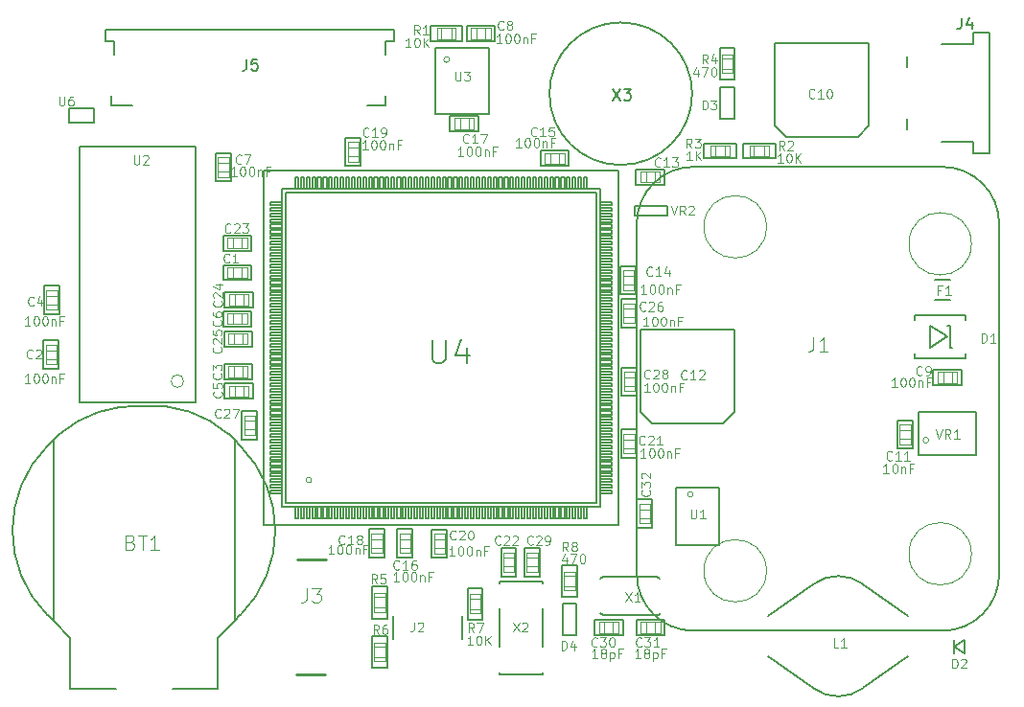
<source format=gto>
G04 #@! TF.FileFunction,Legend,Top*
%FSLAX46Y46*%
G04 Gerber Fmt 4.6, Leading zero omitted, Abs format (unit mm)*
G04 Created by KiCad (PCBNEW (2016-07-28 BZR 6996, Git e15ad93)-product) date Mon Oct 17 19:01:38 2016*
%MOMM*%
%LPD*%
G01*
G04 APERTURE LIST*
%ADD10C,0.100000*%
%ADD11C,0.152400*%
%ADD12C,0.203200*%
%ADD13C,0.101600*%
%ADD14C,0.200000*%
%ADD15C,0.198120*%
%ADD16C,0.254000*%
%ADD17C,0.127000*%
%ADD18C,0.099060*%
%ADD19C,0.076200*%
%ADD20C,0.150000*%
G04 APERTURE END LIST*
D10*
D11*
X140499577Y-70323973D02*
X140499577Y-101718373D01*
X140499577Y-101718373D02*
X109105177Y-101718373D01*
X109105177Y-101718373D02*
X109105177Y-70323973D01*
X109105177Y-70323973D02*
X140499577Y-70323973D01*
D12*
X110756177Y-99229173D02*
X110756177Y-100067373D01*
X111594377Y-71974973D02*
X110756177Y-71974973D01*
X138848577Y-72813173D02*
X138848577Y-71974973D01*
X138848577Y-100067373D02*
X138848577Y-99229173D01*
X138848577Y-71974973D02*
X138010377Y-71974973D01*
X110756177Y-71974973D02*
X110756177Y-72813173D01*
X110756177Y-100067373D02*
X111594377Y-100067373D01*
X138010377Y-100067373D02*
X138848577Y-100067373D01*
D11*
X110756177Y-73397373D02*
X110756177Y-73143373D01*
X110756177Y-73143373D02*
X109714777Y-73143373D01*
X109714777Y-73143373D02*
X109714777Y-73397373D01*
X109714777Y-73397373D02*
X110756177Y-73397373D01*
X110756177Y-73905373D02*
X110756177Y-73625973D01*
X110756177Y-73625973D02*
X109714777Y-73625973D01*
X109714777Y-73625973D02*
X109714777Y-73905373D01*
X109714777Y-73905373D02*
X110756177Y-73905373D01*
X110756177Y-74413373D02*
X110756177Y-74133973D01*
X110756177Y-74133973D02*
X109714777Y-74133973D01*
X109714777Y-74133973D02*
X109714777Y-74413373D01*
X109714777Y-74413373D02*
X110756177Y-74413373D01*
X110756177Y-74895973D02*
X110756177Y-74641973D01*
X110756177Y-74641973D02*
X109714777Y-74641973D01*
X109714777Y-74641973D02*
X109714777Y-74895973D01*
X109714777Y-74895973D02*
X110756177Y-74895973D01*
X110756177Y-75403973D02*
X110756177Y-75124573D01*
X110756177Y-75124573D02*
X109714777Y-75124573D01*
X109714777Y-75124573D02*
X109714777Y-75403973D01*
X109714777Y-75403973D02*
X110756177Y-75403973D01*
X110756177Y-75911973D02*
X110756177Y-75635113D01*
X110756177Y-75635113D02*
X109714777Y-75635113D01*
X109714777Y-75635113D02*
X109714777Y-75911973D01*
X109714777Y-75911973D02*
X110756177Y-75911973D01*
X110756177Y-76394573D02*
X110756177Y-76140573D01*
X110756177Y-76140573D02*
X109714777Y-76140573D01*
X109714777Y-76140573D02*
X109714777Y-76394573D01*
X109714777Y-76394573D02*
X110756177Y-76394573D01*
X110756177Y-76902573D02*
X110756177Y-76648573D01*
X110756177Y-76648573D02*
X109714777Y-76648573D01*
X109714777Y-76648573D02*
X109714777Y-76902573D01*
X109714777Y-76902573D02*
X110756177Y-76902573D01*
X110756177Y-77410573D02*
X110756177Y-77131173D01*
X110756177Y-77131173D02*
X109714777Y-77131173D01*
X109714777Y-77131173D02*
X109714777Y-77410573D01*
X109714777Y-77410573D02*
X110756177Y-77410573D01*
X110756177Y-77918573D02*
X110756177Y-77639173D01*
X110756177Y-77639173D02*
X109714777Y-77639173D01*
X109714777Y-77639173D02*
X109714777Y-77918573D01*
X109714777Y-77918573D02*
X110756177Y-77918573D01*
X110756177Y-78401173D02*
X110756177Y-78147173D01*
X110756177Y-78147173D02*
X109714777Y-78147173D01*
X109714777Y-78147173D02*
X109714777Y-78401173D01*
X109714777Y-78401173D02*
X110756177Y-78401173D01*
X110756177Y-78909173D02*
X110756177Y-78629773D01*
X110756177Y-78629773D02*
X109714777Y-78629773D01*
X109714777Y-78629773D02*
X109714777Y-78909173D01*
X109714777Y-78909173D02*
X110756177Y-78909173D01*
X110756177Y-79417173D02*
X110756177Y-79137773D01*
X110756177Y-79137773D02*
X109714777Y-79137773D01*
X109714777Y-79137773D02*
X109714777Y-79417173D01*
X109714777Y-79417173D02*
X110756177Y-79417173D01*
X110756177Y-79899773D02*
X110756177Y-79645773D01*
X110756177Y-79645773D02*
X109714777Y-79645773D01*
X109714777Y-79645773D02*
X109714777Y-79899773D01*
X109714777Y-79899773D02*
X110756177Y-79899773D01*
X110756177Y-80407773D02*
X110756177Y-80128373D01*
X110756177Y-80128373D02*
X109714777Y-80128373D01*
X109714777Y-80128373D02*
X109714777Y-80407773D01*
X109714777Y-80407773D02*
X110756177Y-80407773D01*
X110756177Y-80915773D02*
X110756177Y-80636373D01*
X110756177Y-80636373D02*
X109714777Y-80636373D01*
X109714777Y-80636373D02*
X109714777Y-80915773D01*
X109714777Y-80915773D02*
X110756177Y-80915773D01*
X110756177Y-81398373D02*
X110756177Y-81144373D01*
X110756177Y-81144373D02*
X109714777Y-81144373D01*
X109714777Y-81144373D02*
X109714777Y-81398373D01*
X109714777Y-81398373D02*
X110756177Y-81398373D01*
X110756177Y-81906373D02*
X110756177Y-81629513D01*
X110756177Y-81629513D02*
X109714777Y-81629513D01*
X109714777Y-81629513D02*
X109714777Y-81906373D01*
X109714777Y-81906373D02*
X110756177Y-81906373D01*
X110756177Y-82416913D02*
X110756177Y-82134973D01*
X110756177Y-82134973D02*
X109714777Y-82134973D01*
X109714777Y-82134973D02*
X109714777Y-82416913D01*
X109714777Y-82416913D02*
X110756177Y-82416913D01*
X110756177Y-82896973D02*
X110756177Y-82642973D01*
X110756177Y-82642973D02*
X109714777Y-82642973D01*
X109714777Y-82642973D02*
X109714777Y-82896973D01*
X109714777Y-82896973D02*
X110756177Y-82896973D01*
X110756177Y-83404973D02*
X110756177Y-83125573D01*
X110756177Y-83125573D02*
X109714777Y-83125573D01*
X109714777Y-83125573D02*
X109714777Y-83404973D01*
X109714777Y-83404973D02*
X110756177Y-83404973D01*
X110756177Y-83912973D02*
X110756177Y-83633573D01*
X110756177Y-83633573D02*
X109714777Y-83633573D01*
X109714777Y-83633573D02*
X109714777Y-83912973D01*
X109714777Y-83912973D02*
X110756177Y-83912973D01*
X110756177Y-84395573D02*
X110756177Y-84141573D01*
X110756177Y-84141573D02*
X109714777Y-84141573D01*
X109714777Y-84141573D02*
X109714777Y-84395573D01*
X109714777Y-84395573D02*
X110756177Y-84395573D01*
X110756177Y-84903573D02*
X110756177Y-84624173D01*
X110756177Y-84624173D02*
X109714777Y-84624173D01*
X109714777Y-84624173D02*
X109714777Y-84903573D01*
X109714777Y-84903573D02*
X110756177Y-84903573D01*
X110756177Y-85411573D02*
X110756177Y-85132173D01*
X110756177Y-85132173D02*
X109714777Y-85132173D01*
X109714777Y-85132173D02*
X109714777Y-85411573D01*
X109714777Y-85411573D02*
X110756177Y-85411573D01*
X110756177Y-85894173D02*
X110756177Y-85640173D01*
X110756177Y-85640173D02*
X109714777Y-85640173D01*
X109714777Y-85640173D02*
X109714777Y-85894173D01*
X109714777Y-85894173D02*
X110756177Y-85894173D01*
X110756177Y-86402173D02*
X110756177Y-86148173D01*
X110756177Y-86148173D02*
X109714777Y-86148173D01*
X109714777Y-86148173D02*
X109714777Y-86402173D01*
X109714777Y-86402173D02*
X110756177Y-86402173D01*
X110756177Y-86910173D02*
X110756177Y-86630773D01*
X110756177Y-86630773D02*
X109714777Y-86630773D01*
X109714777Y-86630773D02*
X109714777Y-86910173D01*
X109714777Y-86910173D02*
X110756177Y-86910173D01*
X110756177Y-87418173D02*
X110756177Y-87138773D01*
X110756177Y-87138773D02*
X109714777Y-87138773D01*
X109714777Y-87138773D02*
X109714777Y-87418173D01*
X109714777Y-87418173D02*
X110756177Y-87418173D01*
X110756177Y-87900773D02*
X110756177Y-87646773D01*
X110756177Y-87646773D02*
X109714777Y-87646773D01*
X109714777Y-87646773D02*
X109714777Y-87900773D01*
X109714777Y-87900773D02*
X110756177Y-87900773D01*
X110756177Y-88408773D02*
X110756177Y-88129373D01*
X110756177Y-88129373D02*
X109714777Y-88129373D01*
X109714777Y-88129373D02*
X109714777Y-88408773D01*
X109714777Y-88408773D02*
X110756177Y-88408773D01*
X110756177Y-88916773D02*
X110756177Y-88637373D01*
X110756177Y-88637373D02*
X109714777Y-88637373D01*
X109714777Y-88637373D02*
X109714777Y-88916773D01*
X109714777Y-88916773D02*
X110756177Y-88916773D01*
X110756177Y-89399373D02*
X110756177Y-89145373D01*
X110756177Y-89145373D02*
X109714777Y-89145373D01*
X109714777Y-89145373D02*
X109714777Y-89399373D01*
X109714777Y-89399373D02*
X110756177Y-89399373D01*
X110756177Y-89907373D02*
X110756177Y-89625433D01*
X110756177Y-89625433D02*
X109714777Y-89625433D01*
X109714777Y-89625433D02*
X109714777Y-89907373D01*
X109714777Y-89907373D02*
X110756177Y-89907373D01*
X110756177Y-90412833D02*
X110756177Y-90135973D01*
X110756177Y-90135973D02*
X109714777Y-90135973D01*
X109714777Y-90135973D02*
X109714777Y-90412833D01*
X109714777Y-90412833D02*
X110756177Y-90412833D01*
X110756177Y-90897973D02*
X110756177Y-90643973D01*
X110756177Y-90643973D02*
X109714777Y-90643973D01*
X109714777Y-90643973D02*
X109714777Y-90897973D01*
X109714777Y-90897973D02*
X110756177Y-90897973D01*
X110756177Y-91405973D02*
X110756177Y-91126573D01*
X110756177Y-91126573D02*
X109714777Y-91126573D01*
X109714777Y-91126573D02*
X109714777Y-91405973D01*
X109714777Y-91405973D02*
X110756177Y-91405973D01*
X110756177Y-91913973D02*
X110756177Y-91634573D01*
X110756177Y-91634573D02*
X109714777Y-91634573D01*
X109714777Y-91634573D02*
X109714777Y-91913973D01*
X109714777Y-91913973D02*
X110756177Y-91913973D01*
X110756177Y-92396573D02*
X110756177Y-92142573D01*
X110756177Y-92142573D02*
X109714777Y-92142573D01*
X109714777Y-92142573D02*
X109714777Y-92396573D01*
X109714777Y-92396573D02*
X110756177Y-92396573D01*
X110756177Y-92904573D02*
X110756177Y-92625173D01*
X110756177Y-92625173D02*
X109714777Y-92625173D01*
X109714777Y-92625173D02*
X109714777Y-92904573D01*
X109714777Y-92904573D02*
X110756177Y-92904573D01*
X110756177Y-93412573D02*
X110756177Y-93133173D01*
X110756177Y-93133173D02*
X109714777Y-93133173D01*
X109714777Y-93133173D02*
X109714777Y-93412573D01*
X109714777Y-93412573D02*
X110756177Y-93412573D01*
X110756177Y-93895173D02*
X110756177Y-93641173D01*
X110756177Y-93641173D02*
X109714777Y-93641173D01*
X109714777Y-93641173D02*
X109714777Y-93895173D01*
X109714777Y-93895173D02*
X110756177Y-93895173D01*
X110756177Y-94403173D02*
X110756177Y-94123773D01*
X110756177Y-94123773D02*
X109714777Y-94123773D01*
X109714777Y-94123773D02*
X109714777Y-94403173D01*
X109714777Y-94403173D02*
X110756177Y-94403173D01*
X110756177Y-94911173D02*
X110756177Y-94631773D01*
X110756177Y-94631773D02*
X109714777Y-94631773D01*
X109714777Y-94631773D02*
X109714777Y-94911173D01*
X109714777Y-94911173D02*
X110756177Y-94911173D01*
X110756177Y-95393773D02*
X110756177Y-95139773D01*
X110756177Y-95139773D02*
X109714777Y-95139773D01*
X109714777Y-95139773D02*
X109714777Y-95393773D01*
X109714777Y-95393773D02*
X110756177Y-95393773D01*
X110756177Y-95901773D02*
X110756177Y-95647773D01*
X110756177Y-95647773D02*
X109714777Y-95647773D01*
X109714777Y-95647773D02*
X109714777Y-95901773D01*
X109714777Y-95901773D02*
X110756177Y-95901773D01*
X110756177Y-96407233D02*
X110756177Y-96130373D01*
X110756177Y-96130373D02*
X109714777Y-96130373D01*
X109714777Y-96130373D02*
X109714777Y-96407233D01*
X109714777Y-96407233D02*
X110756177Y-96407233D01*
X110756177Y-96917773D02*
X110756177Y-96638373D01*
X110756177Y-96638373D02*
X109714777Y-96638373D01*
X109714777Y-96638373D02*
X109714777Y-96917773D01*
X109714777Y-96917773D02*
X110756177Y-96917773D01*
X110756177Y-97400373D02*
X110756177Y-97146373D01*
X110756177Y-97146373D02*
X109714777Y-97146373D01*
X109714777Y-97146373D02*
X109714777Y-97400373D01*
X109714777Y-97400373D02*
X110756177Y-97400373D01*
X110756177Y-97908373D02*
X110756177Y-97628973D01*
X110756177Y-97628973D02*
X109714777Y-97628973D01*
X109714777Y-97628973D02*
X109714777Y-97908373D01*
X109714777Y-97908373D02*
X110756177Y-97908373D01*
X110756177Y-98416373D02*
X110756177Y-98136973D01*
X110756177Y-98136973D02*
X109714777Y-98136973D01*
X109714777Y-98136973D02*
X109714777Y-98416373D01*
X109714777Y-98416373D02*
X110756177Y-98416373D01*
X110756177Y-98898973D02*
X110756177Y-98644973D01*
X110756177Y-98644973D02*
X109714777Y-98644973D01*
X109714777Y-98644973D02*
X109714777Y-98898973D01*
X109714777Y-98898973D02*
X110756177Y-98898973D01*
X112178577Y-100067373D02*
X111924577Y-100067373D01*
X111924577Y-100067373D02*
X111924577Y-101108773D01*
X111924577Y-101108773D02*
X112178577Y-101108773D01*
X112178577Y-101108773D02*
X112178577Y-100067373D01*
X112686577Y-100067373D02*
X112407177Y-100067373D01*
X112407177Y-100067373D02*
X112407177Y-101108773D01*
X112407177Y-101108773D02*
X112686577Y-101108773D01*
X112686577Y-101108773D02*
X112686577Y-100067373D01*
X113194577Y-100067373D02*
X112915177Y-100067373D01*
X112915177Y-100067373D02*
X112915177Y-101108773D01*
X112915177Y-101108773D02*
X113194577Y-101108773D01*
X113194577Y-101108773D02*
X113194577Y-100067373D01*
X113677177Y-100067373D02*
X113423177Y-100067373D01*
X113423177Y-100067373D02*
X113423177Y-101108773D01*
X113423177Y-101108773D02*
X113677177Y-101108773D01*
X113677177Y-101108773D02*
X113677177Y-100067373D01*
X114185177Y-100067373D02*
X113905777Y-100067373D01*
X113905777Y-100067373D02*
X113905777Y-101108773D01*
X113905777Y-101108773D02*
X114185177Y-101108773D01*
X114185177Y-101108773D02*
X114185177Y-100067373D01*
X114693177Y-100067373D02*
X114416317Y-100067373D01*
X114416317Y-100067373D02*
X114416317Y-101108773D01*
X114416317Y-101108773D02*
X114693177Y-101108773D01*
X114693177Y-101108773D02*
X114693177Y-100067373D01*
X115175777Y-100067373D02*
X114921777Y-100067373D01*
X114921777Y-100067373D02*
X114921777Y-101108773D01*
X114921777Y-101108773D02*
X115175777Y-101108773D01*
X115175777Y-101108773D02*
X115175777Y-100067373D01*
X115683777Y-100067373D02*
X115429777Y-100067373D01*
X115429777Y-100067373D02*
X115429777Y-101108773D01*
X115429777Y-101108773D02*
X115683777Y-101108773D01*
X115683777Y-101108773D02*
X115683777Y-100067373D01*
X116191777Y-100067373D02*
X115912377Y-100067373D01*
X115912377Y-100067373D02*
X115912377Y-101108773D01*
X115912377Y-101108773D02*
X116191777Y-101108773D01*
X116191777Y-101108773D02*
X116191777Y-100067373D01*
X116699777Y-100067373D02*
X116420377Y-100067373D01*
X116420377Y-100067373D02*
X116420377Y-101108773D01*
X116420377Y-101108773D02*
X116699777Y-101108773D01*
X116699777Y-101108773D02*
X116699777Y-100067373D01*
X117182377Y-100067373D02*
X116928377Y-100067373D01*
X116928377Y-100067373D02*
X116928377Y-101108773D01*
X116928377Y-101108773D02*
X117182377Y-101108773D01*
X117182377Y-101108773D02*
X117182377Y-100067373D01*
X117690377Y-100067373D02*
X117410977Y-100067373D01*
X117410977Y-100067373D02*
X117410977Y-101108773D01*
X117410977Y-101108773D02*
X117690377Y-101108773D01*
X117690377Y-101108773D02*
X117690377Y-100067373D01*
X118198377Y-100067373D02*
X117918977Y-100067373D01*
X117918977Y-100067373D02*
X117918977Y-101108773D01*
X117918977Y-101108773D02*
X118198377Y-101108773D01*
X118198377Y-101108773D02*
X118198377Y-100067373D01*
X118680977Y-100067373D02*
X118426977Y-100067373D01*
X118426977Y-100067373D02*
X118426977Y-101108773D01*
X118426977Y-101108773D02*
X118680977Y-101108773D01*
X118680977Y-101108773D02*
X118680977Y-100067373D01*
X119188977Y-100067373D02*
X118909577Y-100067373D01*
X118909577Y-100067373D02*
X118909577Y-101108773D01*
X118909577Y-101108773D02*
X119188977Y-101108773D01*
X119188977Y-101108773D02*
X119188977Y-100067373D01*
X119696977Y-100067373D02*
X119417577Y-100067373D01*
X119417577Y-100067373D02*
X119417577Y-101108773D01*
X119417577Y-101108773D02*
X119696977Y-101108773D01*
X119696977Y-101108773D02*
X119696977Y-100067373D01*
X120179577Y-100067373D02*
X119925577Y-100067373D01*
X119925577Y-100067373D02*
X119925577Y-101108773D01*
X119925577Y-101108773D02*
X120179577Y-101108773D01*
X120179577Y-101108773D02*
X120179577Y-100067373D01*
X120687577Y-100067373D02*
X120410717Y-100067373D01*
X120410717Y-100067373D02*
X120410717Y-101108773D01*
X120410717Y-101108773D02*
X120687577Y-101108773D01*
X120687577Y-101108773D02*
X120687577Y-100067373D01*
X121198117Y-100067373D02*
X120916177Y-100067373D01*
X120916177Y-100067373D02*
X120916177Y-101108773D01*
X120916177Y-101108773D02*
X121198117Y-101108773D01*
X121198117Y-101108773D02*
X121198117Y-100067373D01*
X121678177Y-100067373D02*
X121424177Y-100067373D01*
X121424177Y-100067373D02*
X121424177Y-101108773D01*
X121424177Y-101108773D02*
X121678177Y-101108773D01*
X121678177Y-101108773D02*
X121678177Y-100067373D01*
X122186177Y-100067373D02*
X121906777Y-100067373D01*
X121906777Y-100067373D02*
X121906777Y-101108773D01*
X121906777Y-101108773D02*
X122186177Y-101108773D01*
X122186177Y-101108773D02*
X122186177Y-100067373D01*
X122694177Y-100067373D02*
X122414777Y-100067373D01*
X122414777Y-100067373D02*
X122414777Y-101108773D01*
X122414777Y-101108773D02*
X122694177Y-101108773D01*
X122694177Y-101108773D02*
X122694177Y-100067373D01*
X123176777Y-100067373D02*
X122922777Y-100067373D01*
X122922777Y-100067373D02*
X122922777Y-101108773D01*
X122922777Y-101108773D02*
X123176777Y-101108773D01*
X123176777Y-101108773D02*
X123176777Y-100067373D01*
X123684777Y-100067373D02*
X123405377Y-100067373D01*
X123405377Y-100067373D02*
X123405377Y-101108773D01*
X123405377Y-101108773D02*
X123684777Y-101108773D01*
X123684777Y-101108773D02*
X123684777Y-100067373D01*
X124192777Y-100067373D02*
X123913377Y-100067373D01*
X123913377Y-100067373D02*
X123913377Y-101108773D01*
X123913377Y-101108773D02*
X124192777Y-101108773D01*
X124192777Y-101108773D02*
X124192777Y-100067373D01*
X124675377Y-100067373D02*
X124421377Y-100067373D01*
X124421377Y-100067373D02*
X124421377Y-101108773D01*
X124421377Y-101108773D02*
X124675377Y-101108773D01*
X124675377Y-101108773D02*
X124675377Y-100067373D01*
X125183377Y-100067373D02*
X124929377Y-100067373D01*
X124929377Y-100067373D02*
X124929377Y-101108773D01*
X124929377Y-101108773D02*
X125183377Y-101108773D01*
X125183377Y-101108773D02*
X125183377Y-100067373D01*
X125691377Y-100067373D02*
X125411977Y-100067373D01*
X125411977Y-100067373D02*
X125411977Y-101108773D01*
X125411977Y-101108773D02*
X125691377Y-101108773D01*
X125691377Y-101108773D02*
X125691377Y-100067373D01*
X126199377Y-100067373D02*
X125919977Y-100067373D01*
X125919977Y-100067373D02*
X125919977Y-101108773D01*
X125919977Y-101108773D02*
X126199377Y-101108773D01*
X126199377Y-101108773D02*
X126199377Y-100067373D01*
X126681977Y-100067373D02*
X126427977Y-100067373D01*
X126427977Y-100067373D02*
X126427977Y-101108773D01*
X126427977Y-101108773D02*
X126681977Y-101108773D01*
X126681977Y-101108773D02*
X126681977Y-100067373D01*
X127189977Y-100067373D02*
X126910577Y-100067373D01*
X126910577Y-100067373D02*
X126910577Y-101108773D01*
X126910577Y-101108773D02*
X127189977Y-101108773D01*
X127189977Y-101108773D02*
X127189977Y-100067373D01*
X127697977Y-100067373D02*
X127418577Y-100067373D01*
X127418577Y-100067373D02*
X127418577Y-101108773D01*
X127418577Y-101108773D02*
X127697977Y-101108773D01*
X127697977Y-101108773D02*
X127697977Y-100067373D01*
X128180577Y-100067373D02*
X127926577Y-100067373D01*
X127926577Y-100067373D02*
X127926577Y-101108773D01*
X127926577Y-101108773D02*
X128180577Y-101108773D01*
X128180577Y-101108773D02*
X128180577Y-100067373D01*
X128688577Y-100067373D02*
X128406637Y-100067373D01*
X128406637Y-100067373D02*
X128406637Y-101108773D01*
X128406637Y-101108773D02*
X128688577Y-101108773D01*
X128688577Y-101108773D02*
X128688577Y-100067373D01*
X129194037Y-100067373D02*
X128917177Y-100067373D01*
X128917177Y-100067373D02*
X128917177Y-101108773D01*
X128917177Y-101108773D02*
X129194037Y-101108773D01*
X129194037Y-101108773D02*
X129194037Y-100067373D01*
X129679177Y-100067373D02*
X129425177Y-100067373D01*
X129425177Y-100067373D02*
X129425177Y-101108773D01*
X129425177Y-101108773D02*
X129679177Y-101108773D01*
X129679177Y-101108773D02*
X129679177Y-100067373D01*
X130187177Y-100067373D02*
X129907777Y-100067373D01*
X129907777Y-100067373D02*
X129907777Y-101108773D01*
X129907777Y-101108773D02*
X130187177Y-101108773D01*
X130187177Y-101108773D02*
X130187177Y-100067373D01*
X130695177Y-100067373D02*
X130415777Y-100067373D01*
X130415777Y-100067373D02*
X130415777Y-101108773D01*
X130415777Y-101108773D02*
X130695177Y-101108773D01*
X130695177Y-101108773D02*
X130695177Y-100067373D01*
X131177777Y-100067373D02*
X130923777Y-100067373D01*
X130923777Y-100067373D02*
X130923777Y-101108773D01*
X130923777Y-101108773D02*
X131177777Y-101108773D01*
X131177777Y-101108773D02*
X131177777Y-100067373D01*
X131685777Y-100067373D02*
X131406377Y-100067373D01*
X131406377Y-100067373D02*
X131406377Y-101108773D01*
X131406377Y-101108773D02*
X131685777Y-101108773D01*
X131685777Y-101108773D02*
X131685777Y-100067373D01*
X132193777Y-100067373D02*
X131914377Y-100067373D01*
X131914377Y-100067373D02*
X131914377Y-101108773D01*
X131914377Y-101108773D02*
X132193777Y-101108773D01*
X132193777Y-101108773D02*
X132193777Y-100067373D01*
X132676377Y-100067373D02*
X132422377Y-100067373D01*
X132422377Y-100067373D02*
X132422377Y-101108773D01*
X132422377Y-101108773D02*
X132676377Y-101108773D01*
X132676377Y-101108773D02*
X132676377Y-100067373D01*
X133184377Y-100067373D02*
X132904977Y-100067373D01*
X132904977Y-100067373D02*
X132904977Y-101108773D01*
X132904977Y-101108773D02*
X133184377Y-101108773D01*
X133184377Y-101108773D02*
X133184377Y-100067373D01*
X133692377Y-100067373D02*
X133412977Y-100067373D01*
X133412977Y-100067373D02*
X133412977Y-101108773D01*
X133412977Y-101108773D02*
X133692377Y-101108773D01*
X133692377Y-101108773D02*
X133692377Y-100067373D01*
X134174977Y-100067373D02*
X133920977Y-100067373D01*
X133920977Y-100067373D02*
X133920977Y-101108773D01*
X133920977Y-101108773D02*
X134174977Y-101108773D01*
X134174977Y-101108773D02*
X134174977Y-100067373D01*
X134682977Y-100067373D02*
X134428977Y-100067373D01*
X134428977Y-100067373D02*
X134428977Y-101108773D01*
X134428977Y-101108773D02*
X134682977Y-101108773D01*
X134682977Y-101108773D02*
X134682977Y-100067373D01*
X135188437Y-100067373D02*
X134911577Y-100067373D01*
X134911577Y-100067373D02*
X134911577Y-101108773D01*
X134911577Y-101108773D02*
X135188437Y-101108773D01*
X135188437Y-101108773D02*
X135188437Y-100067373D01*
X135698977Y-100067373D02*
X135419577Y-100067373D01*
X135419577Y-100067373D02*
X135419577Y-101108773D01*
X135419577Y-101108773D02*
X135698977Y-101108773D01*
X135698977Y-101108773D02*
X135698977Y-100067373D01*
X136181577Y-100067373D02*
X135927577Y-100067373D01*
X135927577Y-100067373D02*
X135927577Y-101108773D01*
X135927577Y-101108773D02*
X136181577Y-101108773D01*
X136181577Y-101108773D02*
X136181577Y-100067373D01*
X136689577Y-100067373D02*
X136410177Y-100067373D01*
X136410177Y-100067373D02*
X136410177Y-101108773D01*
X136410177Y-101108773D02*
X136689577Y-101108773D01*
X136689577Y-101108773D02*
X136689577Y-100067373D01*
X137197577Y-100067373D02*
X136918177Y-100067373D01*
X136918177Y-100067373D02*
X136918177Y-101108773D01*
X136918177Y-101108773D02*
X137197577Y-101108773D01*
X137197577Y-101108773D02*
X137197577Y-100067373D01*
X137680177Y-100067373D02*
X137426177Y-100067373D01*
X137426177Y-100067373D02*
X137426177Y-101108773D01*
X137426177Y-101108773D02*
X137680177Y-101108773D01*
X137680177Y-101108773D02*
X137680177Y-100067373D01*
X138848577Y-98644973D02*
X138848577Y-98898973D01*
X138848577Y-98898973D02*
X139889977Y-98898973D01*
X139889977Y-98898973D02*
X139889977Y-98644973D01*
X139889977Y-98644973D02*
X138848577Y-98644973D01*
X138848577Y-98136973D02*
X138848577Y-98416373D01*
X138848577Y-98416373D02*
X139889977Y-98416373D01*
X139889977Y-98416373D02*
X139889977Y-98136973D01*
X139889977Y-98136973D02*
X138848577Y-98136973D01*
X138848577Y-97628973D02*
X138848577Y-97908373D01*
X138848577Y-97908373D02*
X139889977Y-97908373D01*
X139889977Y-97908373D02*
X139889977Y-97628973D01*
X139889977Y-97628973D02*
X138848577Y-97628973D01*
X138848577Y-97146373D02*
X138848577Y-97400373D01*
X138848577Y-97400373D02*
X139889977Y-97400373D01*
X139889977Y-97400373D02*
X139889977Y-97146373D01*
X139889977Y-97146373D02*
X138848577Y-97146373D01*
X138848577Y-96638373D02*
X138848577Y-96917773D01*
X138848577Y-96917773D02*
X139889977Y-96917773D01*
X139889977Y-96917773D02*
X139889977Y-96638373D01*
X139889977Y-96638373D02*
X138848577Y-96638373D01*
X138848577Y-96130373D02*
X138848577Y-96407233D01*
X138848577Y-96407233D02*
X139889977Y-96407233D01*
X139889977Y-96407233D02*
X139889977Y-96130373D01*
X139889977Y-96130373D02*
X138848577Y-96130373D01*
X138848577Y-95647773D02*
X138848577Y-95901773D01*
X138848577Y-95901773D02*
X139889977Y-95901773D01*
X139889977Y-95901773D02*
X139889977Y-95647773D01*
X139889977Y-95647773D02*
X138848577Y-95647773D01*
X138848577Y-95139773D02*
X138848577Y-95393773D01*
X138848577Y-95393773D02*
X139889977Y-95393773D01*
X139889977Y-95393773D02*
X139889977Y-95139773D01*
X139889977Y-95139773D02*
X138848577Y-95139773D01*
X138848577Y-94631773D02*
X138848577Y-94911173D01*
X138848577Y-94911173D02*
X139889977Y-94911173D01*
X139889977Y-94911173D02*
X139889977Y-94631773D01*
X139889977Y-94631773D02*
X138848577Y-94631773D01*
X138848577Y-94123773D02*
X138848577Y-94403173D01*
X138848577Y-94403173D02*
X139889977Y-94403173D01*
X139889977Y-94403173D02*
X139889977Y-94123773D01*
X139889977Y-94123773D02*
X138848577Y-94123773D01*
X138848577Y-93641173D02*
X138848577Y-93895173D01*
X138848577Y-93895173D02*
X139889977Y-93895173D01*
X139889977Y-93895173D02*
X139889977Y-93641173D01*
X139889977Y-93641173D02*
X138848577Y-93641173D01*
X138848577Y-93133173D02*
X138848577Y-93412573D01*
X138848577Y-93412573D02*
X139889977Y-93412573D01*
X139889977Y-93412573D02*
X139889977Y-93133173D01*
X139889977Y-93133173D02*
X138848577Y-93133173D01*
X138848577Y-92625173D02*
X138848577Y-92904573D01*
X138848577Y-92904573D02*
X139889977Y-92904573D01*
X139889977Y-92904573D02*
X139889977Y-92625173D01*
X139889977Y-92625173D02*
X138848577Y-92625173D01*
X138848577Y-92142573D02*
X138848577Y-92396573D01*
X138848577Y-92396573D02*
X139889977Y-92396573D01*
X139889977Y-92396573D02*
X139889977Y-92142573D01*
X139889977Y-92142573D02*
X138848577Y-92142573D01*
X138848577Y-91634573D02*
X138848577Y-91913973D01*
X138848577Y-91913973D02*
X139889977Y-91913973D01*
X139889977Y-91913973D02*
X139889977Y-91634573D01*
X139889977Y-91634573D02*
X138848577Y-91634573D01*
X138848577Y-91126573D02*
X138848577Y-91405973D01*
X138848577Y-91405973D02*
X139889977Y-91405973D01*
X139889977Y-91405973D02*
X139889977Y-91126573D01*
X139889977Y-91126573D02*
X138848577Y-91126573D01*
X138848577Y-90643973D02*
X138848577Y-90897973D01*
X138848577Y-90897973D02*
X139889977Y-90897973D01*
X139889977Y-90897973D02*
X139889977Y-90643973D01*
X139889977Y-90643973D02*
X138848577Y-90643973D01*
X138848577Y-90135973D02*
X138848577Y-90412833D01*
X138848577Y-90412833D02*
X139889977Y-90412833D01*
X139889977Y-90412833D02*
X139889977Y-90135973D01*
X139889977Y-90135973D02*
X138848577Y-90135973D01*
X138848577Y-89625433D02*
X138848577Y-89907373D01*
X138848577Y-89907373D02*
X139889977Y-89907373D01*
X139889977Y-89907373D02*
X139889977Y-89625433D01*
X139889977Y-89625433D02*
X138848577Y-89625433D01*
X138848577Y-89145373D02*
X138848577Y-89399373D01*
X138848577Y-89399373D02*
X139889977Y-89399373D01*
X139889977Y-89399373D02*
X139889977Y-89145373D01*
X139889977Y-89145373D02*
X138848577Y-89145373D01*
X138848577Y-88637373D02*
X138848577Y-88916773D01*
X138848577Y-88916773D02*
X139889977Y-88916773D01*
X139889977Y-88916773D02*
X139889977Y-88637373D01*
X139889977Y-88637373D02*
X138848577Y-88637373D01*
X138848577Y-88129373D02*
X138848577Y-88408773D01*
X138848577Y-88408773D02*
X139889977Y-88408773D01*
X139889977Y-88408773D02*
X139889977Y-88129373D01*
X139889977Y-88129373D02*
X138848577Y-88129373D01*
X138848577Y-87646773D02*
X138848577Y-87900773D01*
X138848577Y-87900773D02*
X139889977Y-87900773D01*
X139889977Y-87900773D02*
X139889977Y-87646773D01*
X139889977Y-87646773D02*
X138848577Y-87646773D01*
X138848577Y-87138773D02*
X138848577Y-87418173D01*
X138848577Y-87418173D02*
X139889977Y-87418173D01*
X139889977Y-87418173D02*
X139889977Y-87138773D01*
X139889977Y-87138773D02*
X138848577Y-87138773D01*
X138848577Y-86630773D02*
X138848577Y-86910173D01*
X138848577Y-86910173D02*
X139889977Y-86910173D01*
X139889977Y-86910173D02*
X139889977Y-86630773D01*
X139889977Y-86630773D02*
X138848577Y-86630773D01*
X138848577Y-86148173D02*
X138848577Y-86402173D01*
X138848577Y-86402173D02*
X139889977Y-86402173D01*
X139889977Y-86402173D02*
X139889977Y-86148173D01*
X139889977Y-86148173D02*
X138848577Y-86148173D01*
X138848577Y-85640173D02*
X138848577Y-85894173D01*
X138848577Y-85894173D02*
X139889977Y-85894173D01*
X139889977Y-85894173D02*
X139889977Y-85640173D01*
X139889977Y-85640173D02*
X138848577Y-85640173D01*
X138848577Y-85132173D02*
X138848577Y-85411573D01*
X138848577Y-85411573D02*
X139889977Y-85411573D01*
X139889977Y-85411573D02*
X139889977Y-85132173D01*
X139889977Y-85132173D02*
X138848577Y-85132173D01*
X138848577Y-84624173D02*
X138848577Y-84903573D01*
X138848577Y-84903573D02*
X139889977Y-84903573D01*
X139889977Y-84903573D02*
X139889977Y-84624173D01*
X139889977Y-84624173D02*
X138848577Y-84624173D01*
X138848577Y-84141573D02*
X138848577Y-84395573D01*
X138848577Y-84395573D02*
X139889977Y-84395573D01*
X139889977Y-84395573D02*
X139889977Y-84141573D01*
X139889977Y-84141573D02*
X138848577Y-84141573D01*
X138848577Y-83633573D02*
X138848577Y-83912973D01*
X138848577Y-83912973D02*
X139889977Y-83912973D01*
X139889977Y-83912973D02*
X139889977Y-83633573D01*
X139889977Y-83633573D02*
X138848577Y-83633573D01*
X138848577Y-83125573D02*
X138848577Y-83404973D01*
X138848577Y-83404973D02*
X139889977Y-83404973D01*
X139889977Y-83404973D02*
X139889977Y-83125573D01*
X139889977Y-83125573D02*
X138848577Y-83125573D01*
X138848577Y-82642973D02*
X138848577Y-82896973D01*
X138848577Y-82896973D02*
X139889977Y-82896973D01*
X139889977Y-82896973D02*
X139889977Y-82642973D01*
X139889977Y-82642973D02*
X138848577Y-82642973D01*
X138848577Y-82134973D02*
X138848577Y-82416913D01*
X138848577Y-82416913D02*
X139889977Y-82416913D01*
X139889977Y-82416913D02*
X139889977Y-82134973D01*
X139889977Y-82134973D02*
X138848577Y-82134973D01*
X138848577Y-81629513D02*
X138848577Y-81906373D01*
X138848577Y-81906373D02*
X139889977Y-81906373D01*
X139889977Y-81906373D02*
X139889977Y-81629513D01*
X139889977Y-81629513D02*
X138848577Y-81629513D01*
X138848577Y-81144373D02*
X138848577Y-81398373D01*
X138848577Y-81398373D02*
X139889977Y-81398373D01*
X139889977Y-81398373D02*
X139889977Y-81144373D01*
X139889977Y-81144373D02*
X138848577Y-81144373D01*
X138848577Y-80636373D02*
X138848577Y-80915773D01*
X138848577Y-80915773D02*
X139889977Y-80915773D01*
X139889977Y-80915773D02*
X139889977Y-80636373D01*
X139889977Y-80636373D02*
X138848577Y-80636373D01*
X138848577Y-80128373D02*
X138848577Y-80407773D01*
X138848577Y-80407773D02*
X139889977Y-80407773D01*
X139889977Y-80407773D02*
X139889977Y-80128373D01*
X139889977Y-80128373D02*
X138848577Y-80128373D01*
X138848577Y-79645773D02*
X138848577Y-79899773D01*
X138848577Y-79899773D02*
X139889977Y-79899773D01*
X139889977Y-79899773D02*
X139889977Y-79645773D01*
X139889977Y-79645773D02*
X138848577Y-79645773D01*
X138848577Y-79137773D02*
X138848577Y-79417173D01*
X138848577Y-79417173D02*
X139889977Y-79417173D01*
X139889977Y-79417173D02*
X139889977Y-79137773D01*
X139889977Y-79137773D02*
X138848577Y-79137773D01*
X138848577Y-78629773D02*
X138848577Y-78909173D01*
X138848577Y-78909173D02*
X139889977Y-78909173D01*
X139889977Y-78909173D02*
X139889977Y-78629773D01*
X139889977Y-78629773D02*
X138848577Y-78629773D01*
X138848577Y-78147173D02*
X138848577Y-78401173D01*
X138848577Y-78401173D02*
X139889977Y-78401173D01*
X139889977Y-78401173D02*
X139889977Y-78147173D01*
X139889977Y-78147173D02*
X138848577Y-78147173D01*
X138848577Y-77639173D02*
X138848577Y-77918573D01*
X138848577Y-77918573D02*
X139889977Y-77918573D01*
X139889977Y-77918573D02*
X139889977Y-77639173D01*
X139889977Y-77639173D02*
X138848577Y-77639173D01*
X138848577Y-77131173D02*
X138848577Y-77410573D01*
X138848577Y-77410573D02*
X139889977Y-77410573D01*
X139889977Y-77410573D02*
X139889977Y-77131173D01*
X139889977Y-77131173D02*
X138848577Y-77131173D01*
X138848577Y-76648573D02*
X138848577Y-76902573D01*
X138848577Y-76902573D02*
X139889977Y-76902573D01*
X139889977Y-76902573D02*
X139889977Y-76648573D01*
X139889977Y-76648573D02*
X138848577Y-76648573D01*
X138848577Y-76140573D02*
X138848577Y-76394573D01*
X138848577Y-76394573D02*
X139889977Y-76394573D01*
X139889977Y-76394573D02*
X139889977Y-76140573D01*
X139889977Y-76140573D02*
X138848577Y-76140573D01*
X138848577Y-75635113D02*
X138848577Y-75911973D01*
X138848577Y-75911973D02*
X139889977Y-75911973D01*
X139889977Y-75911973D02*
X139889977Y-75635113D01*
X139889977Y-75635113D02*
X138848577Y-75635113D01*
X138848577Y-75124573D02*
X138848577Y-75403973D01*
X138848577Y-75403973D02*
X139889977Y-75403973D01*
X139889977Y-75403973D02*
X139889977Y-75124573D01*
X139889977Y-75124573D02*
X138848577Y-75124573D01*
X138848577Y-74641973D02*
X138848577Y-74895973D01*
X138848577Y-74895973D02*
X139889977Y-74895973D01*
X139889977Y-74895973D02*
X139889977Y-74641973D01*
X139889977Y-74641973D02*
X138848577Y-74641973D01*
X138848577Y-74133973D02*
X138848577Y-74413373D01*
X138848577Y-74413373D02*
X139889977Y-74413373D01*
X139889977Y-74413373D02*
X139889977Y-74133973D01*
X139889977Y-74133973D02*
X138848577Y-74133973D01*
X138848577Y-73625973D02*
X138848577Y-73905373D01*
X138848577Y-73905373D02*
X139889977Y-73905373D01*
X139889977Y-73905373D02*
X139889977Y-73625973D01*
X139889977Y-73625973D02*
X138848577Y-73625973D01*
X138848577Y-73143373D02*
X138848577Y-73397373D01*
X138848577Y-73397373D02*
X139889977Y-73397373D01*
X139889977Y-73397373D02*
X139889977Y-73143373D01*
X139889977Y-73143373D02*
X138848577Y-73143373D01*
X137426177Y-71974973D02*
X137680177Y-71974973D01*
X137680177Y-71974973D02*
X137680177Y-70933573D01*
X137680177Y-70933573D02*
X137426177Y-70933573D01*
X137426177Y-70933573D02*
X137426177Y-71974973D01*
X136918177Y-71974973D02*
X137197577Y-71974973D01*
X137197577Y-71974973D02*
X137197577Y-70933573D01*
X137197577Y-70933573D02*
X136918177Y-70933573D01*
X136918177Y-70933573D02*
X136918177Y-71974973D01*
X136410177Y-71974973D02*
X136689577Y-71974973D01*
X136689577Y-71974973D02*
X136689577Y-70933573D01*
X136689577Y-70933573D02*
X136410177Y-70933573D01*
X136410177Y-70933573D02*
X136410177Y-71974973D01*
X135927577Y-71974973D02*
X136181577Y-71974973D01*
X136181577Y-71974973D02*
X136181577Y-70933573D01*
X136181577Y-70933573D02*
X135927577Y-70933573D01*
X135927577Y-70933573D02*
X135927577Y-71974973D01*
X135419577Y-71974973D02*
X135698977Y-71974973D01*
X135698977Y-71974973D02*
X135698977Y-70933573D01*
X135698977Y-70933573D02*
X135419577Y-70933573D01*
X135419577Y-70933573D02*
X135419577Y-71974973D01*
X134911577Y-71974973D02*
X135188437Y-71974973D01*
X135188437Y-71974973D02*
X135188437Y-70933573D01*
X135188437Y-70933573D02*
X134911577Y-70933573D01*
X134911577Y-70933573D02*
X134911577Y-71974973D01*
X134428977Y-71974973D02*
X134682977Y-71974973D01*
X134682977Y-71974973D02*
X134682977Y-70933573D01*
X134682977Y-70933573D02*
X134428977Y-70933573D01*
X134428977Y-70933573D02*
X134428977Y-71974973D01*
X133920977Y-71974973D02*
X134174977Y-71974973D01*
X134174977Y-71974973D02*
X134174977Y-70933573D01*
X134174977Y-70933573D02*
X133920977Y-70933573D01*
X133920977Y-70933573D02*
X133920977Y-71974973D01*
X133412977Y-71974973D02*
X133692377Y-71974973D01*
X133692377Y-71974973D02*
X133692377Y-70933573D01*
X133692377Y-70933573D02*
X133412977Y-70933573D01*
X133412977Y-70933573D02*
X133412977Y-71974973D01*
X132904977Y-71974973D02*
X133184377Y-71974973D01*
X133184377Y-71974973D02*
X133184377Y-70933573D01*
X133184377Y-70933573D02*
X132904977Y-70933573D01*
X132904977Y-70933573D02*
X132904977Y-71974973D01*
X132422377Y-71974973D02*
X132676377Y-71974973D01*
X132676377Y-71974973D02*
X132676377Y-70933573D01*
X132676377Y-70933573D02*
X132422377Y-70933573D01*
X132422377Y-70933573D02*
X132422377Y-71974973D01*
X131914377Y-71974973D02*
X132193777Y-71974973D01*
X132193777Y-71974973D02*
X132193777Y-70933573D01*
X132193777Y-70933573D02*
X131914377Y-70933573D01*
X131914377Y-70933573D02*
X131914377Y-71974973D01*
X131406377Y-71974973D02*
X131685777Y-71974973D01*
X131685777Y-71974973D02*
X131685777Y-70933573D01*
X131685777Y-70933573D02*
X131406377Y-70933573D01*
X131406377Y-70933573D02*
X131406377Y-71974973D01*
X130923777Y-71974973D02*
X131177777Y-71974973D01*
X131177777Y-71974973D02*
X131177777Y-70933573D01*
X131177777Y-70933573D02*
X130923777Y-70933573D01*
X130923777Y-70933573D02*
X130923777Y-71974973D01*
X130415777Y-71974973D02*
X130695177Y-71974973D01*
X130695177Y-71974973D02*
X130695177Y-70933573D01*
X130695177Y-70933573D02*
X130415777Y-70933573D01*
X130415777Y-70933573D02*
X130415777Y-71974973D01*
X129907777Y-71974973D02*
X130187177Y-71974973D01*
X130187177Y-71974973D02*
X130187177Y-70933573D01*
X130187177Y-70933573D02*
X129907777Y-70933573D01*
X129907777Y-70933573D02*
X129907777Y-71974973D01*
X129425177Y-71974973D02*
X129679177Y-71974973D01*
X129679177Y-71974973D02*
X129679177Y-70933573D01*
X129679177Y-70933573D02*
X129425177Y-70933573D01*
X129425177Y-70933573D02*
X129425177Y-71974973D01*
X128917177Y-71974973D02*
X129194037Y-71974973D01*
X129194037Y-71974973D02*
X129194037Y-70933573D01*
X129194037Y-70933573D02*
X128917177Y-70933573D01*
X128917177Y-70933573D02*
X128917177Y-71974973D01*
X128406637Y-71974973D02*
X128688577Y-71974973D01*
X128688577Y-71974973D02*
X128688577Y-70933573D01*
X128688577Y-70933573D02*
X128406637Y-70933573D01*
X128406637Y-70933573D02*
X128406637Y-71974973D01*
X127926577Y-71974973D02*
X128180577Y-71974973D01*
X128180577Y-71974973D02*
X128180577Y-70933573D01*
X128180577Y-70933573D02*
X127926577Y-70933573D01*
X127926577Y-70933573D02*
X127926577Y-71974973D01*
X127418577Y-71974973D02*
X127697977Y-71974973D01*
X127697977Y-71974973D02*
X127697977Y-70933573D01*
X127697977Y-70933573D02*
X127418577Y-70933573D01*
X127418577Y-70933573D02*
X127418577Y-71974973D01*
X126910577Y-71974973D02*
X127189977Y-71974973D01*
X127189977Y-71974973D02*
X127189977Y-70933573D01*
X127189977Y-70933573D02*
X126910577Y-70933573D01*
X126910577Y-70933573D02*
X126910577Y-71974973D01*
X126427977Y-71974973D02*
X126681977Y-71974973D01*
X126681977Y-71974973D02*
X126681977Y-70933573D01*
X126681977Y-70933573D02*
X126427977Y-70933573D01*
X126427977Y-70933573D02*
X126427977Y-71974973D01*
X125919977Y-71974973D02*
X126199377Y-71974973D01*
X126199377Y-71974973D02*
X126199377Y-70933573D01*
X126199377Y-70933573D02*
X125919977Y-70933573D01*
X125919977Y-70933573D02*
X125919977Y-71974973D01*
X125411977Y-71974973D02*
X125691377Y-71974973D01*
X125691377Y-71974973D02*
X125691377Y-70933573D01*
X125691377Y-70933573D02*
X125411977Y-70933573D01*
X125411977Y-70933573D02*
X125411977Y-71974973D01*
X124929377Y-71974973D02*
X125183377Y-71974973D01*
X125183377Y-71974973D02*
X125183377Y-70933573D01*
X125183377Y-70933573D02*
X124929377Y-70933573D01*
X124929377Y-70933573D02*
X124929377Y-71974973D01*
X124421377Y-71974973D02*
X124675377Y-71974973D01*
X124675377Y-71974973D02*
X124675377Y-70933573D01*
X124675377Y-70933573D02*
X124421377Y-70933573D01*
X124421377Y-70933573D02*
X124421377Y-71974973D01*
X123913377Y-71974973D02*
X124192777Y-71974973D01*
X124192777Y-71974973D02*
X124192777Y-70933573D01*
X124192777Y-70933573D02*
X123913377Y-70933573D01*
X123913377Y-70933573D02*
X123913377Y-71974973D01*
X123405377Y-71974973D02*
X123684777Y-71974973D01*
X123684777Y-71974973D02*
X123684777Y-70933573D01*
X123684777Y-70933573D02*
X123405377Y-70933573D01*
X123405377Y-70933573D02*
X123405377Y-71974973D01*
X122922777Y-71974973D02*
X123176777Y-71974973D01*
X123176777Y-71974973D02*
X123176777Y-70933573D01*
X123176777Y-70933573D02*
X122922777Y-70933573D01*
X122922777Y-70933573D02*
X122922777Y-71974973D01*
X122414777Y-71974973D02*
X122694177Y-71974973D01*
X122694177Y-71974973D02*
X122694177Y-70933573D01*
X122694177Y-70933573D02*
X122414777Y-70933573D01*
X122414777Y-70933573D02*
X122414777Y-71974973D01*
X121906777Y-71974973D02*
X122186177Y-71974973D01*
X122186177Y-71974973D02*
X122186177Y-70933573D01*
X122186177Y-70933573D02*
X121906777Y-70933573D01*
X121906777Y-70933573D02*
X121906777Y-71974973D01*
X121424177Y-71974973D02*
X121678177Y-71974973D01*
X121678177Y-71974973D02*
X121678177Y-70933573D01*
X121678177Y-70933573D02*
X121424177Y-70933573D01*
X121424177Y-70933573D02*
X121424177Y-71974973D01*
X120916177Y-71974973D02*
X121198117Y-71974973D01*
X121198117Y-71974973D02*
X121198117Y-70933573D01*
X121198117Y-70933573D02*
X120916177Y-70933573D01*
X120916177Y-70933573D02*
X120916177Y-71974973D01*
X120410717Y-71974973D02*
X120687577Y-71974973D01*
X120687577Y-71974973D02*
X120687577Y-70933573D01*
X120687577Y-70933573D02*
X120410717Y-70933573D01*
X120410717Y-70933573D02*
X120410717Y-71974973D01*
X119925577Y-71974973D02*
X120179577Y-71974973D01*
X120179577Y-71974973D02*
X120179577Y-70933573D01*
X120179577Y-70933573D02*
X119925577Y-70933573D01*
X119925577Y-70933573D02*
X119925577Y-71974973D01*
X119417577Y-71974973D02*
X119696977Y-71974973D01*
X119696977Y-71974973D02*
X119696977Y-70933573D01*
X119696977Y-70933573D02*
X119417577Y-70933573D01*
X119417577Y-70933573D02*
X119417577Y-71974973D01*
X118909577Y-71974973D02*
X119188977Y-71974973D01*
X119188977Y-71974973D02*
X119188977Y-70933573D01*
X119188977Y-70933573D02*
X118909577Y-70933573D01*
X118909577Y-70933573D02*
X118909577Y-71974973D01*
X118426977Y-71974973D02*
X118680977Y-71974973D01*
X118680977Y-71974973D02*
X118680977Y-70933573D01*
X118680977Y-70933573D02*
X118426977Y-70933573D01*
X118426977Y-70933573D02*
X118426977Y-71974973D01*
X117918977Y-71974973D02*
X118198377Y-71974973D01*
X118198377Y-71974973D02*
X118198377Y-70933573D01*
X118198377Y-70933573D02*
X117918977Y-70933573D01*
X117918977Y-70933573D02*
X117918977Y-71974973D01*
X117410977Y-71974973D02*
X117690377Y-71974973D01*
X117690377Y-71974973D02*
X117690377Y-70933573D01*
X117690377Y-70933573D02*
X117410977Y-70933573D01*
X117410977Y-70933573D02*
X117410977Y-71974973D01*
X116928377Y-71974973D02*
X117182377Y-71974973D01*
X117182377Y-71974973D02*
X117182377Y-70933573D01*
X117182377Y-70933573D02*
X116928377Y-70933573D01*
X116928377Y-70933573D02*
X116928377Y-71974973D01*
X116420377Y-71974973D02*
X116699777Y-71974973D01*
X116699777Y-71974973D02*
X116699777Y-70933573D01*
X116699777Y-70933573D02*
X116420377Y-70933573D01*
X116420377Y-70933573D02*
X116420377Y-71974973D01*
X115912377Y-71974973D02*
X116191777Y-71974973D01*
X116191777Y-71974973D02*
X116191777Y-70933573D01*
X116191777Y-70933573D02*
X115912377Y-70933573D01*
X115912377Y-70933573D02*
X115912377Y-71974973D01*
X115429777Y-71974973D02*
X115683777Y-71974973D01*
X115683777Y-71974973D02*
X115683777Y-70933573D01*
X115683777Y-70933573D02*
X115429777Y-70933573D01*
X115429777Y-70933573D02*
X115429777Y-71974973D01*
X114921777Y-71974973D02*
X115175777Y-71974973D01*
X115175777Y-71974973D02*
X115175777Y-70933573D01*
X115175777Y-70933573D02*
X114921777Y-70933573D01*
X114921777Y-70933573D02*
X114921777Y-71974973D01*
X114416317Y-71974973D02*
X114693177Y-71974973D01*
X114693177Y-71974973D02*
X114693177Y-70933573D01*
X114693177Y-70933573D02*
X114416317Y-70933573D01*
X114416317Y-70933573D02*
X114416317Y-71974973D01*
X113905777Y-71974973D02*
X114185177Y-71974973D01*
X114185177Y-71974973D02*
X114185177Y-70933573D01*
X114185177Y-70933573D02*
X113905777Y-70933573D01*
X113905777Y-70933573D02*
X113905777Y-71974973D01*
X113423177Y-71974973D02*
X113677177Y-71974973D01*
X113677177Y-71974973D02*
X113677177Y-70933573D01*
X113677177Y-70933573D02*
X113423177Y-70933573D01*
X113423177Y-70933573D02*
X113423177Y-71974973D01*
X112915177Y-71974973D02*
X113194577Y-71974973D01*
X113194577Y-71974973D02*
X113194577Y-70933573D01*
X113194577Y-70933573D02*
X112915177Y-70933573D01*
X112915177Y-70933573D02*
X112915177Y-71974973D01*
X112407177Y-71974973D02*
X112686577Y-71974973D01*
X112686577Y-71974973D02*
X112686577Y-70933573D01*
X112686577Y-70933573D02*
X112407177Y-70933573D01*
X112407177Y-70933573D02*
X112407177Y-71974973D01*
X111924577Y-71974973D02*
X112178577Y-71974973D01*
X112178577Y-71974973D02*
X112178577Y-70933573D01*
X112178577Y-70933573D02*
X111924577Y-70933573D01*
X111924577Y-70933573D02*
X111924577Y-71974973D01*
X138848577Y-100067373D02*
X138848577Y-71974973D01*
X138848577Y-71974973D02*
X110756177Y-71974973D01*
X110756177Y-71974973D02*
X110756177Y-100067373D01*
X110756177Y-100067373D02*
X138848577Y-100067373D01*
D12*
X111086377Y-99737173D02*
X111086377Y-72305173D01*
X111086377Y-72305173D02*
X138518377Y-72305173D01*
X138518377Y-72305173D02*
X138518377Y-99737173D01*
X138518377Y-99737173D02*
X111086377Y-99737173D01*
D13*
X113369824Y-97705173D02*
G75*
G03X113369824Y-97705173I-251447J0D01*
G01*
D12*
X103085900Y-68244720D02*
X103085900Y-90799920D01*
X103085900Y-90799920D02*
X92849700Y-90799920D01*
X92849700Y-90799920D02*
X92849700Y-68244720D01*
X92849700Y-68244720D02*
X103085900Y-68244720D01*
D13*
X102067876Y-88971120D02*
G75*
G03X102067876Y-88971120I-556776J0D01*
G01*
D14*
X105684320Y-81122520D02*
X105684320Y-82468720D01*
X108183680Y-81122520D02*
X105684320Y-81122520D01*
X108183680Y-82468720D02*
X108183680Y-81122520D01*
X105689400Y-82468720D02*
X108183680Y-82468720D01*
D10*
X107315000Y-81305400D02*
X107315000Y-82270600D01*
X107315000Y-82270600D02*
X107797600Y-82270600D01*
X107797600Y-81305400D02*
X107315000Y-81305400D01*
X106553000Y-82270600D02*
X106553000Y-81305400D01*
X106553000Y-81305400D02*
X106070400Y-81305400D01*
X106070400Y-82270600D02*
X106553000Y-82270600D01*
X107315000Y-81305400D02*
X106553000Y-81305400D01*
X106070400Y-81305400D02*
X106070400Y-82270600D01*
X106553000Y-82270600D02*
X107315000Y-82270600D01*
X107797600Y-82270600D02*
X107797600Y-81305400D01*
D14*
X105557320Y-76093320D02*
X105557320Y-77439520D01*
X108056680Y-76093320D02*
X105557320Y-76093320D01*
X108056680Y-77439520D02*
X108056680Y-76093320D01*
X105562400Y-77439520D02*
X108056680Y-77439520D01*
D10*
X107188000Y-76276200D02*
X107188000Y-77241400D01*
X107188000Y-77241400D02*
X107670600Y-77241400D01*
X107670600Y-76276200D02*
X107188000Y-76276200D01*
X106426000Y-77241400D02*
X106426000Y-76276200D01*
X106426000Y-76276200D02*
X105943400Y-76276200D01*
X105943400Y-77241400D02*
X106426000Y-77241400D01*
X107188000Y-76276200D02*
X106426000Y-76276200D01*
X105943400Y-76276200D02*
X105943400Y-77241400D01*
X106426000Y-77241400D02*
X107188000Y-77241400D01*
X107670600Y-77241400D02*
X107670600Y-76276200D01*
D14*
X108069380Y-80040480D02*
X108069380Y-78694280D01*
X105570020Y-80040480D02*
X108069380Y-80040480D01*
X105570020Y-78694280D02*
X105570020Y-80040480D01*
X108064300Y-78694280D02*
X105570020Y-78694280D01*
D10*
X106438700Y-79857600D02*
X106438700Y-78892400D01*
X106438700Y-78892400D02*
X105956100Y-78892400D01*
X105956100Y-79857600D02*
X106438700Y-79857600D01*
X107200700Y-78892400D02*
X107200700Y-79857600D01*
X107200700Y-79857600D02*
X107683300Y-79857600D01*
X107683300Y-78892400D02*
X107200700Y-78892400D01*
X106438700Y-79857600D02*
X107200700Y-79857600D01*
X107683300Y-79857600D02*
X107683300Y-78892400D01*
X107200700Y-78892400D02*
X106438700Y-78892400D01*
X105956100Y-78892400D02*
X105956100Y-79857600D01*
D12*
X129070100Y-59526170D02*
X129070100Y-65365630D01*
X129070100Y-65365630D02*
X124269500Y-65365630D01*
X124269500Y-65365630D02*
X124269500Y-59526170D01*
X124269500Y-59526170D02*
X129070100Y-59526170D01*
D13*
X125536947Y-60542170D02*
G75*
G03X125536947Y-60542170I-251447J0D01*
G01*
D12*
X167937180Y-84028280D02*
X167937180Y-86024720D01*
X167937180Y-86024720D02*
X169534840Y-85026500D01*
X169534840Y-85026500D02*
X167937180Y-84028280D01*
X169534840Y-84028280D02*
X169732960Y-84028280D01*
X169732960Y-84028280D02*
X169732960Y-86024720D01*
X169732960Y-86024720D02*
X169933620Y-86024720D01*
X166636700Y-86926420D02*
X171135040Y-86926420D01*
X171135040Y-86926420D02*
X171135040Y-86525100D01*
X166636700Y-86926420D02*
X166636700Y-86525100D01*
X166636700Y-83527900D02*
X166636700Y-83126580D01*
X166636700Y-83126580D02*
X171135040Y-83126580D01*
X171135040Y-83126580D02*
X171135040Y-83527900D01*
X166969977Y-91646320D02*
X172049977Y-91646320D01*
X172049977Y-91646320D02*
X172049977Y-95456320D01*
X172049977Y-95456320D02*
X166969977Y-95456320D01*
X166969977Y-95456320D02*
X166969977Y-91646320D01*
D13*
X167856424Y-94186320D02*
G75*
G03X167856424Y-94186320I-251447J0D01*
G01*
D14*
X170756580Y-89311480D02*
X170756580Y-87965280D01*
X168257220Y-89311480D02*
X170756580Y-89311480D01*
X168257220Y-87965280D02*
X168257220Y-89311480D01*
X170751500Y-87965280D02*
X168257220Y-87965280D01*
D10*
X169125900Y-89128600D02*
X169125900Y-88163400D01*
X169125900Y-88163400D02*
X168643300Y-88163400D01*
X168643300Y-89128600D02*
X169125900Y-89128600D01*
X169887900Y-88163400D02*
X169887900Y-89128600D01*
X169887900Y-89128600D02*
X170370500Y-89128600D01*
X170370500Y-88163400D02*
X169887900Y-88163400D01*
X169125900Y-89128600D02*
X169887900Y-89128600D01*
X170370500Y-89128600D02*
X170370500Y-88163400D01*
X169887900Y-88163400D02*
X169125900Y-88163400D01*
X168643300Y-88163400D02*
X168643300Y-89128600D01*
D12*
X106550460Y-94173040D02*
X106050080Y-93675200D01*
X105051860Y-116174520D02*
X101051360Y-116174520D01*
X96052640Y-116174520D02*
X92052140Y-116174520D01*
X105051860Y-116174520D02*
X105051860Y-111673640D01*
X92052140Y-116174520D02*
X92052140Y-111673640D01*
X90553540Y-94173040D02*
X90553540Y-110175040D01*
X90553540Y-110175040D02*
X92052140Y-111673640D01*
X106550460Y-94173040D02*
X106550460Y-110175040D01*
X106550460Y-110175040D02*
X105051860Y-111673640D01*
X106550460Y-94173040D02*
X107050840Y-94673420D01*
X107050840Y-109674660D02*
X106550460Y-110175040D01*
X90553540Y-110175040D02*
X90053160Y-109674660D01*
X90053160Y-94673420D02*
X90553540Y-94173040D01*
X106037353Y-93663906D02*
G75*
G03X98552000Y-91175840I-6652233J-7509374D01*
G01*
X98540476Y-91174473D02*
G75*
G03X91053920Y-93675200I-679356J-10422987D01*
G01*
X91044960Y-93681493D02*
G75*
G03X90553540Y-94173040I14575860J-15063527D01*
G01*
X107050840Y-109674660D02*
G75*
G03X107050840Y-94673420I-7500620J7500620D01*
G01*
X90053160Y-94673420D02*
G75*
G03X90053160Y-109674660I7500620J-7500620D01*
G01*
D14*
X119899200Y-58882400D02*
X119899200Y-60132400D01*
X120649200Y-58882400D02*
X119899200Y-58882400D01*
X120649200Y-57882400D02*
X120649200Y-58882400D01*
X95899200Y-58882400D02*
X95899200Y-60132400D01*
X95149200Y-58882400D02*
X95899200Y-58882400D01*
X95149200Y-57882400D02*
X95149200Y-58882400D01*
X120649200Y-57882400D02*
X95149200Y-57882400D01*
X119899200Y-64582400D02*
X119899200Y-63782400D01*
X118299200Y-64582400D02*
X119899200Y-64582400D01*
X95699200Y-64582400D02*
X95699200Y-63782400D01*
X97499200Y-64582400D02*
X95699200Y-64582400D01*
D12*
X120567442Y-111753177D02*
X120567442Y-109721177D01*
X126663442Y-111753177D02*
X126663442Y-109721177D01*
D14*
X89695020Y-87863680D02*
X91041220Y-87863680D01*
X89695020Y-85364320D02*
X89695020Y-87863680D01*
X91041220Y-85364320D02*
X89695020Y-85364320D01*
X91041220Y-87858600D02*
X91041220Y-85364320D01*
D10*
X89877900Y-86233000D02*
X90843100Y-86233000D01*
X90843100Y-86233000D02*
X90843100Y-85750400D01*
X89877900Y-85750400D02*
X89877900Y-86233000D01*
X90843100Y-86995000D02*
X89877900Y-86995000D01*
X89877900Y-86995000D02*
X89877900Y-87477600D01*
X90843100Y-87477600D02*
X90843100Y-86995000D01*
X89877900Y-86233000D02*
X89877900Y-86995000D01*
X89877900Y-87477600D02*
X90843100Y-87477600D01*
X90843100Y-86995000D02*
X90843100Y-86233000D01*
X90843100Y-85750400D02*
X89877900Y-85750400D01*
D14*
X105620820Y-87472520D02*
X105620820Y-88818720D01*
X108120180Y-87472520D02*
X105620820Y-87472520D01*
X108120180Y-88818720D02*
X108120180Y-87472520D01*
X105625900Y-88818720D02*
X108120180Y-88818720D01*
D10*
X107251500Y-87655400D02*
X107251500Y-88620600D01*
X107251500Y-88620600D02*
X107734100Y-88620600D01*
X107734100Y-87655400D02*
X107251500Y-87655400D01*
X106489500Y-88620600D02*
X106489500Y-87655400D01*
X106489500Y-87655400D02*
X106006900Y-87655400D01*
X106006900Y-88620600D02*
X106489500Y-88620600D01*
X107251500Y-87655400D02*
X106489500Y-87655400D01*
X106006900Y-87655400D02*
X106006900Y-88620600D01*
X106489500Y-88620600D02*
X107251500Y-88620600D01*
X107734100Y-88620600D02*
X107734100Y-87655400D01*
D14*
X91089480Y-80538320D02*
X89743280Y-80538320D01*
X91089480Y-83037680D02*
X91089480Y-80538320D01*
X89743280Y-83037680D02*
X91089480Y-83037680D01*
X89743280Y-80543400D02*
X89743280Y-83037680D01*
D10*
X90906600Y-82169000D02*
X89941400Y-82169000D01*
X89941400Y-82169000D02*
X89941400Y-82651600D01*
X90906600Y-82651600D02*
X90906600Y-82169000D01*
X89941400Y-81407000D02*
X90906600Y-81407000D01*
X90906600Y-81407000D02*
X90906600Y-80924400D01*
X89941400Y-80924400D02*
X89941400Y-81407000D01*
X90906600Y-82169000D02*
X90906600Y-81407000D01*
X90906600Y-80924400D02*
X89941400Y-80924400D01*
X89941400Y-81407000D02*
X89941400Y-82169000D01*
X89941400Y-82651600D02*
X90906600Y-82651600D01*
D14*
X105684320Y-89187020D02*
X105684320Y-90533220D01*
X108183680Y-89187020D02*
X105684320Y-89187020D01*
X108183680Y-90533220D02*
X108183680Y-89187020D01*
X105689400Y-90533220D02*
X108183680Y-90533220D01*
D10*
X107315000Y-89369900D02*
X107315000Y-90335100D01*
X107315000Y-90335100D02*
X107797600Y-90335100D01*
X107797600Y-89369900D02*
X107315000Y-89369900D01*
X106553000Y-90335100D02*
X106553000Y-89369900D01*
X106553000Y-89369900D02*
X106070400Y-89369900D01*
X106070400Y-90335100D02*
X106553000Y-90335100D01*
X107315000Y-89369900D02*
X106553000Y-89369900D01*
X106070400Y-89369900D02*
X106070400Y-90335100D01*
X106553000Y-90335100D02*
X107315000Y-90335100D01*
X107797600Y-90335100D02*
X107797600Y-89369900D01*
D14*
X105557320Y-82773520D02*
X105557320Y-84119720D01*
X108056680Y-82773520D02*
X105557320Y-82773520D01*
X108056680Y-84119720D02*
X108056680Y-82773520D01*
X105562400Y-84119720D02*
X108056680Y-84119720D01*
D10*
X107188000Y-82956400D02*
X107188000Y-83921600D01*
X107188000Y-83921600D02*
X107670600Y-83921600D01*
X107670600Y-82956400D02*
X107188000Y-82956400D01*
X106426000Y-83921600D02*
X106426000Y-82956400D01*
X106426000Y-82956400D02*
X105943400Y-82956400D01*
X105943400Y-83921600D02*
X106426000Y-83921600D01*
X107188000Y-82956400D02*
X106426000Y-82956400D01*
X105943400Y-82956400D02*
X105943400Y-83921600D01*
X106426000Y-83921600D02*
X107188000Y-83921600D01*
X107670600Y-83921600D02*
X107670600Y-82956400D01*
D14*
X106227880Y-68803520D02*
X104881680Y-68803520D01*
X106227880Y-71302880D02*
X106227880Y-68803520D01*
X104881680Y-71302880D02*
X106227880Y-71302880D01*
X104881680Y-68808600D02*
X104881680Y-71302880D01*
D10*
X106045000Y-70434200D02*
X105079800Y-70434200D01*
X105079800Y-70434200D02*
X105079800Y-70916800D01*
X106045000Y-70916800D02*
X106045000Y-70434200D01*
X105079800Y-69672200D02*
X106045000Y-69672200D01*
X106045000Y-69672200D02*
X106045000Y-69189600D01*
X105079800Y-69189600D02*
X105079800Y-69672200D01*
X106045000Y-70434200D02*
X106045000Y-69672200D01*
X106045000Y-69189600D02*
X105079800Y-69189600D01*
X105079800Y-69672200D02*
X105079800Y-70434200D01*
X105079800Y-70916800D02*
X106045000Y-70916800D01*
D14*
X129570480Y-58920380D02*
X129570480Y-57574180D01*
X127071120Y-58920380D02*
X129570480Y-58920380D01*
X127071120Y-57574180D02*
X127071120Y-58920380D01*
X129565400Y-57574180D02*
X127071120Y-57574180D01*
D10*
X127939800Y-58737500D02*
X127939800Y-57772300D01*
X127939800Y-57772300D02*
X127457200Y-57772300D01*
X127457200Y-58737500D02*
X127939800Y-58737500D01*
X128701800Y-57772300D02*
X128701800Y-58737500D01*
X128701800Y-58737500D02*
X129184400Y-58737500D01*
X129184400Y-57772300D02*
X128701800Y-57772300D01*
X127939800Y-58737500D02*
X128701800Y-58737500D01*
X129184400Y-58737500D02*
X129184400Y-57772300D01*
X128701800Y-57772300D02*
X127939800Y-57772300D01*
X127457200Y-57772300D02*
X127457200Y-58737500D01*
D14*
X166425880Y-92412820D02*
X165079680Y-92412820D01*
X166425880Y-94912180D02*
X166425880Y-92412820D01*
X165079680Y-94912180D02*
X166425880Y-94912180D01*
X165079680Y-92417900D02*
X165079680Y-94912180D01*
D10*
X166243000Y-94043500D02*
X165277800Y-94043500D01*
X165277800Y-94043500D02*
X165277800Y-94526100D01*
X166243000Y-94526100D02*
X166243000Y-94043500D01*
X165277800Y-93281500D02*
X166243000Y-93281500D01*
X166243000Y-93281500D02*
X166243000Y-92798900D01*
X165277800Y-92798900D02*
X165277800Y-93281500D01*
X166243000Y-94043500D02*
X166243000Y-93281500D01*
X166243000Y-92798900D02*
X165277800Y-92798900D01*
X165277800Y-93281500D02*
X165277800Y-94043500D01*
X165277800Y-94526100D02*
X166243000Y-94526100D01*
D14*
X144505680Y-71582280D02*
X144505680Y-70236080D01*
X142006320Y-71582280D02*
X144505680Y-71582280D01*
X142006320Y-70236080D02*
X142006320Y-71582280D01*
X144500600Y-70236080D02*
X142006320Y-70236080D01*
D10*
X142875000Y-71399400D02*
X142875000Y-70434200D01*
X142875000Y-70434200D02*
X142392400Y-70434200D01*
X142392400Y-71399400D02*
X142875000Y-71399400D01*
X143637000Y-70434200D02*
X143637000Y-71399400D01*
X143637000Y-71399400D02*
X144119600Y-71399400D01*
X144119600Y-70434200D02*
X143637000Y-70434200D01*
X142875000Y-71399400D02*
X143637000Y-71399400D01*
X144119600Y-71399400D02*
X144119600Y-70434200D01*
X143637000Y-70434200D02*
X142875000Y-70434200D01*
X142392400Y-70434200D02*
X142392400Y-71399400D01*
D14*
X141991080Y-78811120D02*
X140644880Y-78811120D01*
X141991080Y-81310480D02*
X141991080Y-78811120D01*
X140644880Y-81310480D02*
X141991080Y-81310480D01*
X140644880Y-78816200D02*
X140644880Y-81310480D01*
D10*
X141808200Y-80441800D02*
X140843000Y-80441800D01*
X140843000Y-80441800D02*
X140843000Y-80924400D01*
X141808200Y-80924400D02*
X141808200Y-80441800D01*
X140843000Y-79679800D02*
X141808200Y-79679800D01*
X141808200Y-79679800D02*
X141808200Y-79197200D01*
X140843000Y-79197200D02*
X140843000Y-79679800D01*
X141808200Y-80441800D02*
X141808200Y-79679800D01*
X141808200Y-79197200D02*
X140843000Y-79197200D01*
X140843000Y-79679800D02*
X140843000Y-80441800D01*
X140843000Y-80924400D02*
X141808200Y-80924400D01*
D14*
X136072880Y-69956680D02*
X136072880Y-68610480D01*
X133573520Y-69956680D02*
X136072880Y-69956680D01*
X133573520Y-68610480D02*
X133573520Y-69956680D01*
X136067800Y-68610480D02*
X133573520Y-68610480D01*
D10*
X134442200Y-69773800D02*
X134442200Y-68808600D01*
X134442200Y-68808600D02*
X133959600Y-68808600D01*
X133959600Y-69773800D02*
X134442200Y-69773800D01*
X135204200Y-68808600D02*
X135204200Y-69773800D01*
X135204200Y-69773800D02*
X135686800Y-69773800D01*
X135686800Y-68808600D02*
X135204200Y-68808600D01*
X134442200Y-69773800D02*
X135204200Y-69773800D01*
X135686800Y-69773800D02*
X135686800Y-68808600D01*
X135204200Y-68808600D02*
X134442200Y-68808600D01*
X133959600Y-68808600D02*
X133959600Y-69773800D01*
D14*
X120937020Y-104551480D02*
X122283220Y-104551480D01*
X120937020Y-102052120D02*
X120937020Y-104551480D01*
X122283220Y-102052120D02*
X120937020Y-102052120D01*
X122283220Y-104546400D02*
X122283220Y-102052120D01*
D10*
X121119900Y-102920800D02*
X122085100Y-102920800D01*
X122085100Y-102920800D02*
X122085100Y-102438200D01*
X121119900Y-102438200D02*
X121119900Y-102920800D01*
X122085100Y-103682800D02*
X121119900Y-103682800D01*
X121119900Y-103682800D02*
X121119900Y-104165400D01*
X122085100Y-104165400D02*
X122085100Y-103682800D01*
X121119900Y-102920800D02*
X121119900Y-103682800D01*
X121119900Y-104165400D02*
X122085100Y-104165400D01*
X122085100Y-103682800D02*
X122085100Y-102920800D01*
X122085100Y-102438200D02*
X121119900Y-102438200D01*
D14*
X125597920Y-65526920D02*
X125597920Y-66873120D01*
X128097280Y-65526920D02*
X125597920Y-65526920D01*
X128097280Y-66873120D02*
X128097280Y-65526920D01*
X125603000Y-66873120D02*
X128097280Y-66873120D01*
D10*
X127228600Y-65709800D02*
X127228600Y-66675000D01*
X127228600Y-66675000D02*
X127711200Y-66675000D01*
X127711200Y-65709800D02*
X127228600Y-65709800D01*
X126466600Y-66675000D02*
X126466600Y-65709800D01*
X126466600Y-65709800D02*
X125984000Y-65709800D01*
X125984000Y-66675000D02*
X126466600Y-66675000D01*
X127228600Y-65709800D02*
X126466600Y-65709800D01*
X125984000Y-65709800D02*
X125984000Y-66675000D01*
X126466600Y-66675000D02*
X127228600Y-66675000D01*
X127711200Y-66675000D02*
X127711200Y-65709800D01*
D14*
X118460520Y-104551480D02*
X119806720Y-104551480D01*
X118460520Y-102052120D02*
X118460520Y-104551480D01*
X119806720Y-102052120D02*
X118460520Y-102052120D01*
X119806720Y-104546400D02*
X119806720Y-102052120D01*
D10*
X118643400Y-102920800D02*
X119608600Y-102920800D01*
X119608600Y-102920800D02*
X119608600Y-102438200D01*
X118643400Y-102438200D02*
X118643400Y-102920800D01*
X119608600Y-103682800D02*
X118643400Y-103682800D01*
X118643400Y-103682800D02*
X118643400Y-104165400D01*
X119608600Y-104165400D02*
X119608600Y-103682800D01*
X118643400Y-102920800D02*
X118643400Y-103682800D01*
X118643400Y-104165400D02*
X119608600Y-104165400D01*
X119608600Y-103682800D02*
X119608600Y-102920800D01*
X119608600Y-102438200D02*
X118643400Y-102438200D01*
D14*
X117695980Y-67457320D02*
X116349780Y-67457320D01*
X117695980Y-69956680D02*
X117695980Y-67457320D01*
X116349780Y-69956680D02*
X117695980Y-69956680D01*
X116349780Y-67462400D02*
X116349780Y-69956680D01*
D10*
X117513100Y-69088000D02*
X116547900Y-69088000D01*
X116547900Y-69088000D02*
X116547900Y-69570600D01*
X117513100Y-69570600D02*
X117513100Y-69088000D01*
X116547900Y-68326000D02*
X117513100Y-68326000D01*
X117513100Y-68326000D02*
X117513100Y-67843400D01*
X116547900Y-67843400D02*
X116547900Y-68326000D01*
X117513100Y-69088000D02*
X117513100Y-68326000D01*
X117513100Y-67843400D02*
X116547900Y-67843400D01*
X116547900Y-68326000D02*
X116547900Y-69088000D01*
X116547900Y-69570600D02*
X117513100Y-69570600D01*
D14*
X123985020Y-104564180D02*
X125331220Y-104564180D01*
X123985020Y-102064820D02*
X123985020Y-104564180D01*
X125331220Y-102064820D02*
X123985020Y-102064820D01*
X125331220Y-104559100D02*
X125331220Y-102064820D01*
D10*
X124167900Y-102933500D02*
X125133100Y-102933500D01*
X125133100Y-102933500D02*
X125133100Y-102450900D01*
X124167900Y-102450900D02*
X124167900Y-102933500D01*
X125133100Y-103695500D02*
X124167900Y-103695500D01*
X124167900Y-103695500D02*
X124167900Y-104178100D01*
X125133100Y-104178100D02*
X125133100Y-103695500D01*
X124167900Y-102933500D02*
X124167900Y-103695500D01*
X124167900Y-104178100D02*
X125133100Y-104178100D01*
X125133100Y-103695500D02*
X125133100Y-102933500D01*
X125133100Y-102450900D02*
X124167900Y-102450900D01*
D14*
X142041880Y-93238320D02*
X140695680Y-93238320D01*
X142041880Y-95737680D02*
X142041880Y-93238320D01*
X140695680Y-95737680D02*
X142041880Y-95737680D01*
X140695680Y-93243400D02*
X140695680Y-95737680D01*
D10*
X141859000Y-94869000D02*
X140893800Y-94869000D01*
X140893800Y-94869000D02*
X140893800Y-95351600D01*
X141859000Y-95351600D02*
X141859000Y-94869000D01*
X140893800Y-94107000D02*
X141859000Y-94107000D01*
X141859000Y-94107000D02*
X141859000Y-93624400D01*
X140893800Y-93624400D02*
X140893800Y-94107000D01*
X141859000Y-94869000D02*
X141859000Y-94107000D01*
X141859000Y-93624400D02*
X140893800Y-93624400D01*
X140893800Y-94107000D02*
X140893800Y-94869000D01*
X140893800Y-95351600D02*
X141859000Y-95351600D01*
D14*
X105620820Y-84551520D02*
X105620820Y-85897720D01*
X108120180Y-84551520D02*
X105620820Y-84551520D01*
X108120180Y-85897720D02*
X108120180Y-84551520D01*
X105625900Y-85897720D02*
X108120180Y-85897720D01*
D10*
X107251500Y-84734400D02*
X107251500Y-85699600D01*
X107251500Y-85699600D02*
X107734100Y-85699600D01*
X107734100Y-84734400D02*
X107251500Y-84734400D01*
X106489500Y-85699600D02*
X106489500Y-84734400D01*
X106489500Y-84734400D02*
X106006900Y-84734400D01*
X106006900Y-85699600D02*
X106489500Y-85699600D01*
X107251500Y-84734400D02*
X106489500Y-84734400D01*
X106006900Y-84734400D02*
X106006900Y-85699600D01*
X106489500Y-85699600D02*
X107251500Y-85699600D01*
X107734100Y-85699600D02*
X107734100Y-84734400D01*
D14*
X140710920Y-84206080D02*
X142057120Y-84206080D01*
X140710920Y-81706720D02*
X140710920Y-84206080D01*
X142057120Y-81706720D02*
X140710920Y-81706720D01*
X142057120Y-84201000D02*
X142057120Y-81706720D01*
D10*
X140893800Y-82575400D02*
X141859000Y-82575400D01*
X141859000Y-82575400D02*
X141859000Y-82092800D01*
X140893800Y-82092800D02*
X140893800Y-82575400D01*
X141859000Y-83337400D02*
X140893800Y-83337400D01*
X140893800Y-83337400D02*
X140893800Y-83820000D01*
X141859000Y-83820000D02*
X141859000Y-83337400D01*
X140893800Y-82575400D02*
X140893800Y-83337400D01*
X140893800Y-83820000D02*
X141859000Y-83820000D01*
X141859000Y-83337400D02*
X141859000Y-82575400D01*
X141859000Y-82092800D02*
X140893800Y-82092800D01*
D14*
X108564680Y-91612720D02*
X107218480Y-91612720D01*
X108564680Y-94112080D02*
X108564680Y-91612720D01*
X107218480Y-94112080D02*
X108564680Y-94112080D01*
X107218480Y-91617800D02*
X107218480Y-94112080D01*
D10*
X108381800Y-93243400D02*
X107416600Y-93243400D01*
X107416600Y-93243400D02*
X107416600Y-93726000D01*
X108381800Y-93726000D02*
X108381800Y-93243400D01*
X107416600Y-92481400D02*
X108381800Y-92481400D01*
X108381800Y-92481400D02*
X108381800Y-91998800D01*
X107416600Y-91998800D02*
X107416600Y-92481400D01*
X108381800Y-93243400D02*
X108381800Y-92481400D01*
X108381800Y-91998800D02*
X107416600Y-91998800D01*
X107416600Y-92481400D02*
X107416600Y-93243400D01*
X107416600Y-93726000D02*
X108381800Y-93726000D01*
D14*
X142092680Y-87751920D02*
X140746480Y-87751920D01*
X142092680Y-90251280D02*
X142092680Y-87751920D01*
X140746480Y-90251280D02*
X142092680Y-90251280D01*
X140746480Y-87757000D02*
X140746480Y-90251280D01*
D10*
X141909800Y-89382600D02*
X140944600Y-89382600D01*
X140944600Y-89382600D02*
X140944600Y-89865200D01*
X141909800Y-89865200D02*
X141909800Y-89382600D01*
X140944600Y-88620600D02*
X141909800Y-88620600D01*
X141909800Y-88620600D02*
X141909800Y-88138000D01*
X140944600Y-88138000D02*
X140944600Y-88620600D01*
X141909800Y-89382600D02*
X141909800Y-88620600D01*
X141909800Y-88138000D02*
X140944600Y-88138000D01*
X140944600Y-88620600D02*
X140944600Y-89382600D01*
X140944600Y-89865200D02*
X141909800Y-89865200D01*
D14*
X138361420Y-110065820D02*
X138361420Y-111412020D01*
X140860780Y-110065820D02*
X138361420Y-110065820D01*
X140860780Y-111412020D02*
X140860780Y-110065820D01*
X138366500Y-111412020D02*
X140860780Y-111412020D01*
D10*
X139992100Y-110248700D02*
X139992100Y-111213900D01*
X139992100Y-111213900D02*
X140474700Y-111213900D01*
X140474700Y-110248700D02*
X139992100Y-110248700D01*
X139230100Y-111213900D02*
X139230100Y-110248700D01*
X139230100Y-110248700D02*
X138747500Y-110248700D01*
X138747500Y-111213900D02*
X139230100Y-111213900D01*
X139992100Y-110248700D02*
X139230100Y-110248700D01*
X138747500Y-110248700D02*
X138747500Y-111213900D01*
X139230100Y-111213900D02*
X139992100Y-111213900D01*
X140474700Y-111213900D02*
X140474700Y-110248700D01*
D14*
X144543780Y-111396780D02*
X144543780Y-110050580D01*
X142044420Y-111396780D02*
X144543780Y-111396780D01*
X142044420Y-110050580D02*
X142044420Y-111396780D01*
X144538700Y-110050580D02*
X142044420Y-110050580D01*
D10*
X142913100Y-111213900D02*
X142913100Y-110248700D01*
X142913100Y-110248700D02*
X142430500Y-110248700D01*
X142430500Y-111213900D02*
X142913100Y-111213900D01*
X143675100Y-110248700D02*
X143675100Y-111213900D01*
X143675100Y-111213900D02*
X144157700Y-111213900D01*
X144157700Y-110248700D02*
X143675100Y-110248700D01*
X142913100Y-111213900D02*
X143675100Y-111213900D01*
X144157700Y-111213900D02*
X144157700Y-110248700D01*
X143675100Y-110248700D02*
X142913100Y-110248700D01*
X142430500Y-110248700D02*
X142430500Y-111213900D01*
D14*
X126682500Y-58915300D02*
X126682500Y-57594500D01*
X123837700Y-58915300D02*
X126682500Y-58915300D01*
X123837700Y-57594500D02*
X123837700Y-58915300D01*
X126682500Y-57594500D02*
X123837700Y-57594500D01*
D10*
X124802900Y-58737500D02*
X124802900Y-57772300D01*
X124802900Y-57772300D02*
X124421900Y-57772300D01*
X124421900Y-58737500D02*
X124802900Y-58737500D01*
X125717300Y-57772300D02*
X125717300Y-58737500D01*
X125717300Y-58737500D02*
X126098300Y-58737500D01*
X126098300Y-57772300D02*
X125717300Y-57772300D01*
X124802900Y-58737500D02*
X125717300Y-58737500D01*
X126098300Y-58737500D02*
X126098300Y-57772300D01*
X125717300Y-57772300D02*
X124802900Y-57772300D01*
X124421900Y-57772300D02*
X124421900Y-58737500D01*
D14*
X154303002Y-69271500D02*
X154303002Y-67950700D01*
X151458202Y-69271500D02*
X154303002Y-69271500D01*
X151458202Y-67950700D02*
X151458202Y-69271500D01*
X154303002Y-67950700D02*
X151458202Y-67950700D01*
D10*
X152423402Y-69093700D02*
X152423402Y-68128500D01*
X152423402Y-68128500D02*
X152042402Y-68128500D01*
X152042402Y-69093700D02*
X152423402Y-69093700D01*
X153337802Y-68128500D02*
X153337802Y-69093700D01*
X153337802Y-69093700D02*
X153718802Y-69093700D01*
X153718802Y-68128500D02*
X153337802Y-68128500D01*
X152423402Y-69093700D02*
X153337802Y-69093700D01*
X153718802Y-69093700D02*
X153718802Y-68128500D01*
X153337802Y-68128500D02*
X152423402Y-68128500D01*
X152042402Y-68128500D02*
X152042402Y-69093700D01*
D14*
X150863002Y-69271500D02*
X150863002Y-67950700D01*
X148018202Y-69271500D02*
X150863002Y-69271500D01*
X148018202Y-67950700D02*
X148018202Y-69271500D01*
X150863002Y-67950700D02*
X148018202Y-67950700D01*
D10*
X148983402Y-69093700D02*
X148983402Y-68128500D01*
X148983402Y-68128500D02*
X148602402Y-68128500D01*
X148602402Y-69093700D02*
X148983402Y-69093700D01*
X149897802Y-68128500D02*
X149897802Y-69093700D01*
X149897802Y-69093700D02*
X150278802Y-69093700D01*
X150278802Y-68128500D02*
X149897802Y-68128500D01*
X148983402Y-69093700D02*
X149897802Y-69093700D01*
X150278802Y-69093700D02*
X150278802Y-68128500D01*
X149897802Y-68128500D02*
X148983402Y-68128500D01*
X148602402Y-68128500D02*
X148602402Y-69093700D01*
D14*
X150723600Y-59486800D02*
X149402800Y-59486800D01*
X150723600Y-62331600D02*
X150723600Y-59486800D01*
X149402800Y-62331600D02*
X150723600Y-62331600D01*
X149402800Y-59486800D02*
X149402800Y-62331600D01*
D10*
X150545800Y-61366400D02*
X149580600Y-61366400D01*
X149580600Y-61366400D02*
X149580600Y-61747400D01*
X150545800Y-61747400D02*
X150545800Y-61366400D01*
X149580600Y-60452000D02*
X150545800Y-60452000D01*
X150545800Y-60452000D02*
X150545800Y-60071000D01*
X149580600Y-60071000D02*
X149580600Y-60452000D01*
X150545800Y-61366400D02*
X150545800Y-60452000D01*
X150545800Y-60071000D02*
X149580600Y-60071000D01*
X149580600Y-60452000D02*
X149580600Y-61366400D01*
X149580600Y-61747400D02*
X150545800Y-61747400D01*
D14*
X118706900Y-109943900D02*
X120027700Y-109943900D01*
X118706900Y-107099100D02*
X118706900Y-109943900D01*
X120027700Y-107099100D02*
X118706900Y-107099100D01*
X120027700Y-109943900D02*
X120027700Y-107099100D01*
D10*
X118884700Y-108064300D02*
X119849900Y-108064300D01*
X119849900Y-108064300D02*
X119849900Y-107683300D01*
X118884700Y-107683300D02*
X118884700Y-108064300D01*
X119849900Y-108978700D02*
X118884700Y-108978700D01*
X118884700Y-108978700D02*
X118884700Y-109359700D01*
X119849900Y-109359700D02*
X119849900Y-108978700D01*
X118884700Y-108064300D02*
X118884700Y-108978700D01*
X118884700Y-109359700D02*
X119849900Y-109359700D01*
X119849900Y-108978700D02*
X119849900Y-108064300D01*
X119849900Y-107683300D02*
X118884700Y-107683300D01*
D14*
X118706900Y-114325400D02*
X120027700Y-114325400D01*
X118706900Y-111480600D02*
X118706900Y-114325400D01*
X120027700Y-111480600D02*
X118706900Y-111480600D01*
X120027700Y-114325400D02*
X120027700Y-111480600D01*
D10*
X118884700Y-112445800D02*
X119849900Y-112445800D01*
X119849900Y-112445800D02*
X119849900Y-112064800D01*
X118884700Y-112064800D02*
X118884700Y-112445800D01*
X119849900Y-113360200D02*
X118884700Y-113360200D01*
X118884700Y-113360200D02*
X118884700Y-113741200D01*
X119849900Y-113741200D02*
X119849900Y-113360200D01*
X118884700Y-112445800D02*
X118884700Y-113360200D01*
X118884700Y-113741200D02*
X119849900Y-113741200D01*
X119849900Y-113360200D02*
X119849900Y-112445800D01*
X119849900Y-112064800D02*
X118884700Y-112064800D01*
D14*
X127152400Y-110070900D02*
X128473200Y-110070900D01*
X127152400Y-107226100D02*
X127152400Y-110070900D01*
X128473200Y-107226100D02*
X127152400Y-107226100D01*
X128473200Y-110070900D02*
X128473200Y-107226100D01*
D10*
X127330200Y-108191300D02*
X128295400Y-108191300D01*
X128295400Y-108191300D02*
X128295400Y-107810300D01*
X127330200Y-107810300D02*
X127330200Y-108191300D01*
X128295400Y-109105700D02*
X127330200Y-109105700D01*
X127330200Y-109105700D02*
X127330200Y-109486700D01*
X128295400Y-109486700D02*
X128295400Y-109105700D01*
X127330200Y-108191300D02*
X127330200Y-109105700D01*
X127330200Y-109486700D02*
X128295400Y-109486700D01*
X128295400Y-109105700D02*
X128295400Y-108191300D01*
X128295400Y-107810300D02*
X127330200Y-107810300D01*
D14*
X136817100Y-105206800D02*
X135496300Y-105206800D01*
X136817100Y-108051600D02*
X136817100Y-105206800D01*
X135496300Y-108051600D02*
X136817100Y-108051600D01*
X135496300Y-105206800D02*
X135496300Y-108051600D01*
D10*
X136639300Y-107086400D02*
X135674100Y-107086400D01*
X135674100Y-107086400D02*
X135674100Y-107467400D01*
X136639300Y-107467400D02*
X136639300Y-107086400D01*
X135674100Y-106172000D02*
X136639300Y-106172000D01*
X136639300Y-106172000D02*
X136639300Y-105791000D01*
X135674100Y-105791000D02*
X135674100Y-106172000D01*
X136639300Y-107086400D02*
X136639300Y-106172000D01*
X136639300Y-105791000D02*
X135674100Y-105791000D01*
X135674100Y-106172000D02*
X135674100Y-107086400D01*
X135674100Y-107467400D02*
X136639300Y-107467400D01*
D14*
X150676057Y-62991369D02*
X149456857Y-62991369D01*
X150676057Y-65810769D02*
X150676057Y-62991369D01*
X149456857Y-65810769D02*
X150676057Y-65810769D01*
X149456857Y-62991369D02*
X149456857Y-65810769D01*
X136766300Y-108620560D02*
X135547100Y-108620560D01*
X136766300Y-111439960D02*
X136766300Y-108620560D01*
X135547100Y-111439960D02*
X136766300Y-111439960D01*
X135547100Y-108620560D02*
X135547100Y-111439960D01*
X171762400Y-59150000D02*
X169012400Y-59150000D01*
X171762400Y-58200000D02*
X171762400Y-59150000D01*
X173262400Y-58200000D02*
X171762400Y-58200000D01*
X173262400Y-68800000D02*
X173262400Y-58200000D01*
X171762400Y-68800000D02*
X173262400Y-68800000D01*
X171762400Y-67850000D02*
X171762400Y-68800000D01*
X170262400Y-67850000D02*
X171762400Y-67850000D01*
X169012400Y-67850000D02*
X170262400Y-67850000D01*
X165962400Y-61250000D02*
X165962400Y-60250000D01*
X165962400Y-66750000D02*
X165962400Y-65750000D01*
X143451580Y-99423220D02*
X142105380Y-99423220D01*
X143451580Y-101922580D02*
X143451580Y-99423220D01*
X142105380Y-101922580D02*
X143451580Y-101922580D01*
X142105380Y-99428300D02*
X142105380Y-101922580D01*
D10*
X143268700Y-101053900D02*
X142303500Y-101053900D01*
X142303500Y-101053900D02*
X142303500Y-101536500D01*
X143268700Y-101536500D02*
X143268700Y-101053900D01*
X142303500Y-100291900D02*
X143268700Y-100291900D01*
X143268700Y-100291900D02*
X143268700Y-99809300D01*
X142303500Y-99809300D02*
X142303500Y-100291900D01*
X143268700Y-101053900D02*
X143268700Y-100291900D01*
X143268700Y-99809300D02*
X142303500Y-99809300D01*
X142303500Y-100291900D02*
X142303500Y-101053900D01*
X142303500Y-101536500D02*
X143268700Y-101536500D01*
D14*
X130093720Y-106215180D02*
X131439920Y-106215180D01*
X130093720Y-103715820D02*
X130093720Y-106215180D01*
X131439920Y-103715820D02*
X130093720Y-103715820D01*
X131439920Y-106210100D02*
X131439920Y-103715820D01*
D10*
X130276600Y-104584500D02*
X131241800Y-104584500D01*
X131241800Y-104584500D02*
X131241800Y-104101900D01*
X130276600Y-104101900D02*
X130276600Y-104584500D01*
X131241800Y-105346500D02*
X130276600Y-105346500D01*
X130276600Y-105346500D02*
X130276600Y-105829100D01*
X131241800Y-105829100D02*
X131241800Y-105346500D01*
X130276600Y-104584500D02*
X130276600Y-105346500D01*
X130276600Y-105829100D02*
X131241800Y-105829100D01*
X131241800Y-105346500D02*
X131241800Y-104584500D01*
X131241800Y-104101900D02*
X130276600Y-104101900D01*
D14*
X132176520Y-106215180D02*
X133522720Y-106215180D01*
X132176520Y-103715820D02*
X132176520Y-106215180D01*
X133522720Y-103715820D02*
X132176520Y-103715820D01*
X133522720Y-106210100D02*
X133522720Y-103715820D01*
D10*
X132359400Y-104584500D02*
X133324600Y-104584500D01*
X133324600Y-104584500D02*
X133324600Y-104101900D01*
X132359400Y-104101900D02*
X132359400Y-104584500D01*
X133324600Y-105346500D02*
X132359400Y-105346500D01*
X132359400Y-105346500D02*
X132359400Y-105829100D01*
X133324600Y-105829100D02*
X133324600Y-105346500D01*
X132359400Y-104584500D02*
X132359400Y-105346500D01*
X132359400Y-105829100D02*
X133324600Y-105829100D01*
X133324600Y-105346500D02*
X133324600Y-104584500D01*
X133324600Y-104101900D02*
X132359400Y-104101900D01*
D15*
X154297380Y-59055000D02*
X162593020Y-59055000D01*
X162593020Y-59055000D02*
X162593020Y-66352420D01*
X162593020Y-66352420D02*
X161594800Y-67350640D01*
X161594800Y-67350640D02*
X155295600Y-67350640D01*
X155295600Y-67350640D02*
X154297380Y-66352420D01*
X154297380Y-66352420D02*
X154297380Y-59055000D01*
X142410180Y-84396580D02*
X150705820Y-84396580D01*
X150705820Y-84396580D02*
X150705820Y-91694000D01*
X150705820Y-91694000D02*
X149707600Y-92692220D01*
X149707600Y-92692220D02*
X143408400Y-92692220D01*
X143408400Y-92692220D02*
X142410180Y-91694000D01*
X142410180Y-91694000D02*
X142410180Y-84396580D01*
D12*
X170985180Y-113019840D02*
X170985180Y-111820960D01*
X170985180Y-111820960D02*
X170086020Y-112420400D01*
X170086020Y-112420400D02*
X170985180Y-113019840D01*
X170086020Y-113019840D02*
X170086020Y-111820960D01*
X168363900Y-79999840D02*
X169760900Y-79999840D01*
X168363900Y-81798160D02*
X169760900Y-81798160D01*
D16*
X112090200Y-104698800D02*
X114627660Y-104698800D01*
X112041940Y-114858800D02*
X114579400Y-114858800D01*
D12*
X166067740Y-113304320D02*
X162069780Y-116105940D01*
X157670500Y-116105940D02*
X153670000Y-113304320D01*
X153670000Y-109707680D02*
X157670500Y-106906060D01*
X162069780Y-106906060D02*
X166067740Y-109707680D01*
X157671487Y-116106662D02*
G75*
G03X162069780Y-116105940I2198653J3010622D01*
G01*
X162068793Y-106905338D02*
G75*
G03X157670500Y-106906060I-2198653J-3010622D01*
G01*
X149348837Y-98344177D02*
X149348837Y-103424177D01*
X149348837Y-103424177D02*
X145538837Y-103424177D01*
X145538837Y-103424177D02*
X145538837Y-98344177D01*
X145538837Y-98344177D02*
X149348837Y-98344177D01*
D13*
X147060284Y-98979177D02*
G75*
G03X147060284Y-98979177I-251447J0D01*
G01*
D17*
X91981020Y-66079040D02*
X94150180Y-66079040D01*
X94150180Y-66079040D02*
X94150180Y-64873200D01*
X94150180Y-64873200D02*
X91981020Y-64873200D01*
X91981020Y-64873200D02*
X91981020Y-66079040D01*
D15*
X141859000Y-74312780D02*
X144754600Y-74312780D01*
X144754600Y-74312780D02*
X144754600Y-73464420D01*
X141859000Y-74312780D02*
X141859000Y-73464420D01*
X141859000Y-73464420D02*
X144754600Y-73464420D01*
D17*
X138875912Y-106432342D02*
X139076572Y-106231682D01*
X139076572Y-106231682D02*
X143872092Y-106231682D01*
X143872092Y-106231682D02*
X144072752Y-106432342D01*
X144171812Y-109429542D02*
X143973692Y-109630202D01*
X143973692Y-109630202D02*
X139076572Y-109630202D01*
X139076572Y-109630202D02*
X138875912Y-109429542D01*
D12*
X133741440Y-106870500D02*
X133741440Y-106710480D01*
X133741440Y-106710480D02*
X129966440Y-106710480D01*
X129966440Y-106710480D02*
X129966440Y-106870500D01*
X129966440Y-109029500D02*
X129966440Y-112453420D01*
X133741440Y-109029500D02*
X133741440Y-112453420D01*
X133741440Y-114686080D02*
X133741440Y-114848640D01*
X133741440Y-114848640D02*
X129966440Y-114848640D01*
X129966440Y-114848640D02*
X129966440Y-114686080D01*
D15*
X169072560Y-70027800D02*
X147076160Y-70027800D01*
X142074900Y-75026520D02*
X142074900Y-106024680D01*
X147076160Y-111023400D02*
X169072560Y-111023400D01*
X174073820Y-106024680D02*
X174073820Y-75026520D01*
D18*
X153533135Y-105724960D02*
G75*
G03X153533135Y-105724960I-2758735J0D01*
G01*
X171630635Y-104223820D02*
G75*
G03X171630635Y-104223820I-2758735J0D01*
G01*
X171630635Y-76827380D02*
G75*
G03X171630635Y-76827380I-2758735J0D01*
G01*
X153533135Y-75326240D02*
G75*
G03X153533135Y-75326240I-2758735J0D01*
G01*
D15*
X174071280Y-75026520D02*
G75*
G03X169072560Y-70027800I-4998720J0D01*
G01*
X147076160Y-70025260D02*
G75*
G03X142074900Y-75026520I0J-5001260D01*
G01*
X142077440Y-106024680D02*
G75*
G03X147076160Y-111023400I4998720J0D01*
G01*
X169072560Y-111025940D02*
G75*
G03X174073820Y-106024680I0J5001260D01*
G01*
D14*
X146965200Y-63561600D02*
G75*
G03X146965200Y-63561600I-6300000J0D01*
G01*
D12*
X123990704Y-85321019D02*
X123990704Y-87007095D01*
X124089885Y-87205457D01*
X124189066Y-87304638D01*
X124387428Y-87403819D01*
X124784152Y-87403819D01*
X124982514Y-87304638D01*
X125081695Y-87205457D01*
X125180876Y-87007095D01*
X125180876Y-85321019D01*
X127065314Y-86015285D02*
X127065314Y-87403819D01*
X126569409Y-85221838D02*
X126073504Y-86709552D01*
X127362857Y-86709552D01*
D19*
X97678723Y-68998495D02*
X97678723Y-69656476D01*
X97717428Y-69733885D01*
X97756133Y-69772590D01*
X97833542Y-69811295D01*
X97988361Y-69811295D01*
X98065771Y-69772590D01*
X98104476Y-69733885D01*
X98143180Y-69656476D01*
X98143180Y-68998495D01*
X98491523Y-69075904D02*
X98530228Y-69037200D01*
X98607638Y-68998495D01*
X98801161Y-68998495D01*
X98878571Y-69037200D01*
X98917276Y-69075904D01*
X98955980Y-69153314D01*
X98955980Y-69230723D01*
X98917276Y-69346838D01*
X98452819Y-69811295D01*
X98955980Y-69811295D01*
X105395485Y-81904114D02*
X105434190Y-81942819D01*
X105472895Y-82058933D01*
X105472895Y-82136342D01*
X105434190Y-82252457D01*
X105356780Y-82329866D01*
X105279371Y-82368571D01*
X105124552Y-82407276D01*
X105008438Y-82407276D01*
X104853619Y-82368571D01*
X104776209Y-82329866D01*
X104698800Y-82252457D01*
X104660095Y-82136342D01*
X104660095Y-82058933D01*
X104698800Y-81942819D01*
X104737504Y-81904114D01*
X104737504Y-81594476D02*
X104698800Y-81555771D01*
X104660095Y-81478361D01*
X104660095Y-81284838D01*
X104698800Y-81207428D01*
X104737504Y-81168723D01*
X104814914Y-81130019D01*
X104892323Y-81130019D01*
X105008438Y-81168723D01*
X105472895Y-81633180D01*
X105472895Y-81130019D01*
X104931028Y-80433333D02*
X105472895Y-80433333D01*
X104621390Y-80626857D02*
X105201961Y-80820380D01*
X105201961Y-80317219D01*
X106208285Y-75779085D02*
X106169580Y-75817790D01*
X106053466Y-75856495D01*
X105976057Y-75856495D01*
X105859942Y-75817790D01*
X105782533Y-75740380D01*
X105743828Y-75662971D01*
X105705123Y-75508152D01*
X105705123Y-75392038D01*
X105743828Y-75237219D01*
X105782533Y-75159809D01*
X105859942Y-75082400D01*
X105976057Y-75043695D01*
X106053466Y-75043695D01*
X106169580Y-75082400D01*
X106208285Y-75121104D01*
X106517923Y-75121104D02*
X106556628Y-75082400D01*
X106634038Y-75043695D01*
X106827561Y-75043695D01*
X106904971Y-75082400D01*
X106943676Y-75121104D01*
X106982380Y-75198514D01*
X106982380Y-75275923D01*
X106943676Y-75392038D01*
X106479219Y-75856495D01*
X106982380Y-75856495D01*
X107253314Y-75043695D02*
X107756476Y-75043695D01*
X107485542Y-75353333D01*
X107601657Y-75353333D01*
X107679066Y-75392038D01*
X107717771Y-75430742D01*
X107756476Y-75508152D01*
X107756476Y-75701676D01*
X107717771Y-75779085D01*
X107679066Y-75817790D01*
X107601657Y-75856495D01*
X107369428Y-75856495D01*
X107292019Y-75817790D01*
X107253314Y-75779085D01*
X106087333Y-78420685D02*
X106048628Y-78459390D01*
X105932514Y-78498095D01*
X105855104Y-78498095D01*
X105738990Y-78459390D01*
X105661580Y-78381980D01*
X105622876Y-78304571D01*
X105584171Y-78149752D01*
X105584171Y-78033638D01*
X105622876Y-77878819D01*
X105661580Y-77801409D01*
X105738990Y-77724000D01*
X105855104Y-77685295D01*
X105932514Y-77685295D01*
X106048628Y-77724000D01*
X106087333Y-77762704D01*
X106861428Y-78498095D02*
X106396971Y-78498095D01*
X106629200Y-78498095D02*
X106629200Y-77685295D01*
X106551790Y-77801409D01*
X106474380Y-77878819D01*
X106396971Y-77917523D01*
X126063223Y-61593125D02*
X126063223Y-62251106D01*
X126101928Y-62328515D01*
X126140633Y-62367220D01*
X126218042Y-62405925D01*
X126372861Y-62405925D01*
X126450271Y-62367220D01*
X126488976Y-62328515D01*
X126527680Y-62251106D01*
X126527680Y-61593125D01*
X126837319Y-61593125D02*
X127340480Y-61593125D01*
X127069547Y-61902763D01*
X127185661Y-61902763D01*
X127263071Y-61941468D01*
X127301776Y-61980172D01*
X127340480Y-62057582D01*
X127340480Y-62251106D01*
X127301776Y-62328515D01*
X127263071Y-62367220D01*
X127185661Y-62405925D01*
X126953433Y-62405925D01*
X126876023Y-62367220D01*
X126837319Y-62328515D01*
X172526476Y-85559295D02*
X172526476Y-84746495D01*
X172720000Y-84746495D01*
X172836114Y-84785200D01*
X172913523Y-84862609D01*
X172952228Y-84940019D01*
X172990933Y-85094838D01*
X172990933Y-85210952D01*
X172952228Y-85365771D01*
X172913523Y-85443180D01*
X172836114Y-85520590D01*
X172720000Y-85559295D01*
X172526476Y-85559295D01*
X173765028Y-85559295D02*
X173300571Y-85559295D01*
X173532800Y-85559295D02*
X173532800Y-84746495D01*
X173455390Y-84862609D01*
X173377980Y-84940019D01*
X173300571Y-84978723D01*
X168506019Y-93230095D02*
X168776952Y-94042895D01*
X169047885Y-93230095D01*
X169783276Y-94042895D02*
X169512342Y-93655847D01*
X169318819Y-94042895D02*
X169318819Y-93230095D01*
X169628457Y-93230095D01*
X169705866Y-93268800D01*
X169744571Y-93307504D01*
X169783276Y-93384914D01*
X169783276Y-93501028D01*
X169744571Y-93578438D01*
X169705866Y-93617142D01*
X169628457Y-93655847D01*
X169318819Y-93655847D01*
X170557371Y-94042895D02*
X170092914Y-94042895D01*
X170325142Y-94042895D02*
X170325142Y-93230095D01*
X170247733Y-93346209D01*
X170170323Y-93423619D01*
X170092914Y-93462323D01*
X167250533Y-88377485D02*
X167211828Y-88416190D01*
X167095714Y-88454895D01*
X167018304Y-88454895D01*
X166902190Y-88416190D01*
X166824780Y-88338780D01*
X166786076Y-88261371D01*
X166747371Y-88106552D01*
X166747371Y-87990438D01*
X166786076Y-87835619D01*
X166824780Y-87758209D01*
X166902190Y-87680800D01*
X167018304Y-87642095D01*
X167095714Y-87642095D01*
X167211828Y-87680800D01*
X167250533Y-87719504D01*
X167637580Y-88454895D02*
X167792400Y-88454895D01*
X167869809Y-88416190D01*
X167908514Y-88377485D01*
X167985923Y-88261371D01*
X168024628Y-88106552D01*
X168024628Y-87796914D01*
X167985923Y-87719504D01*
X167947219Y-87680800D01*
X167869809Y-87642095D01*
X167714990Y-87642095D01*
X167637580Y-87680800D01*
X167598876Y-87719504D01*
X167560171Y-87796914D01*
X167560171Y-87990438D01*
X167598876Y-88067847D01*
X167637580Y-88106552D01*
X167714990Y-88145257D01*
X167869809Y-88145257D01*
X167947219Y-88106552D01*
X167985923Y-88067847D01*
X168024628Y-87990438D01*
X165061295Y-89470895D02*
X164596838Y-89470895D01*
X164829066Y-89470895D02*
X164829066Y-88658095D01*
X164751657Y-88774209D01*
X164674247Y-88851619D01*
X164596838Y-88890323D01*
X165564457Y-88658095D02*
X165641866Y-88658095D01*
X165719276Y-88696800D01*
X165757980Y-88735504D01*
X165796685Y-88812914D01*
X165835390Y-88967733D01*
X165835390Y-89161257D01*
X165796685Y-89316076D01*
X165757980Y-89393485D01*
X165719276Y-89432190D01*
X165641866Y-89470895D01*
X165564457Y-89470895D01*
X165487047Y-89432190D01*
X165448342Y-89393485D01*
X165409638Y-89316076D01*
X165370933Y-89161257D01*
X165370933Y-88967733D01*
X165409638Y-88812914D01*
X165448342Y-88735504D01*
X165487047Y-88696800D01*
X165564457Y-88658095D01*
X166338552Y-88658095D02*
X166415961Y-88658095D01*
X166493371Y-88696800D01*
X166532076Y-88735504D01*
X166570780Y-88812914D01*
X166609485Y-88967733D01*
X166609485Y-89161257D01*
X166570780Y-89316076D01*
X166532076Y-89393485D01*
X166493371Y-89432190D01*
X166415961Y-89470895D01*
X166338552Y-89470895D01*
X166261142Y-89432190D01*
X166222438Y-89393485D01*
X166183733Y-89316076D01*
X166145028Y-89161257D01*
X166145028Y-88967733D01*
X166183733Y-88812914D01*
X166222438Y-88735504D01*
X166261142Y-88696800D01*
X166338552Y-88658095D01*
X166957828Y-88929028D02*
X166957828Y-89470895D01*
X166957828Y-89006438D02*
X166996533Y-88967733D01*
X167073942Y-88929028D01*
X167190057Y-88929028D01*
X167267466Y-88967733D01*
X167306171Y-89045142D01*
X167306171Y-89470895D01*
X167964152Y-89045142D02*
X167693219Y-89045142D01*
X167693219Y-89470895D02*
X167693219Y-88658095D01*
X168080266Y-88658095D01*
D13*
X97401742Y-103185685D02*
X97583171Y-103246161D01*
X97643647Y-103306638D01*
X97704123Y-103427590D01*
X97704123Y-103609019D01*
X97643647Y-103729971D01*
X97583171Y-103790447D01*
X97462219Y-103850923D01*
X96978409Y-103850923D01*
X96978409Y-102580923D01*
X97401742Y-102580923D01*
X97522695Y-102641400D01*
X97583171Y-102701876D01*
X97643647Y-102822828D01*
X97643647Y-102943780D01*
X97583171Y-103064733D01*
X97522695Y-103125209D01*
X97401742Y-103185685D01*
X96978409Y-103185685D01*
X98066980Y-102580923D02*
X98792695Y-102580923D01*
X98429838Y-103850923D02*
X98429838Y-102580923D01*
X99881266Y-103850923D02*
X99155552Y-103850923D01*
X99518409Y-103850923D02*
X99518409Y-102580923D01*
X99397457Y-102762352D01*
X99276504Y-102883304D01*
X99155552Y-102943780D01*
D20*
X107616666Y-60513980D02*
X107616666Y-61228266D01*
X107569047Y-61371123D01*
X107473809Y-61466361D01*
X107330952Y-61513980D01*
X107235714Y-61513980D01*
X108569047Y-60513980D02*
X108092857Y-60513980D01*
X108045238Y-60990171D01*
X108092857Y-60942552D01*
X108188095Y-60894933D01*
X108426190Y-60894933D01*
X108521428Y-60942552D01*
X108569047Y-60990171D01*
X108616666Y-61085409D01*
X108616666Y-61323504D01*
X108569047Y-61418742D01*
X108521428Y-61466361D01*
X108426190Y-61513980D01*
X108188095Y-61513980D01*
X108092857Y-61466361D01*
X108045238Y-61418742D01*
D19*
X122411066Y-110298895D02*
X122411066Y-110879466D01*
X122372361Y-110995580D01*
X122294952Y-111072990D01*
X122178838Y-111111695D01*
X122101428Y-111111695D01*
X122759409Y-110376304D02*
X122798114Y-110337600D01*
X122875523Y-110298895D01*
X123069047Y-110298895D01*
X123146457Y-110337600D01*
X123185161Y-110376304D01*
X123223866Y-110453714D01*
X123223866Y-110531123D01*
X123185161Y-110647238D01*
X122720704Y-111111695D01*
X123223866Y-111111695D01*
X88713733Y-86904285D02*
X88675028Y-86942990D01*
X88558914Y-86981695D01*
X88481504Y-86981695D01*
X88365390Y-86942990D01*
X88287980Y-86865580D01*
X88249276Y-86788171D01*
X88210571Y-86633352D01*
X88210571Y-86517238D01*
X88249276Y-86362419D01*
X88287980Y-86285009D01*
X88365390Y-86207600D01*
X88481504Y-86168895D01*
X88558914Y-86168895D01*
X88675028Y-86207600D01*
X88713733Y-86246304D01*
X89023371Y-86246304D02*
X89062076Y-86207600D01*
X89139485Y-86168895D01*
X89333009Y-86168895D01*
X89410419Y-86207600D01*
X89449123Y-86246304D01*
X89487828Y-86323714D01*
X89487828Y-86401123D01*
X89449123Y-86517238D01*
X88984666Y-86981695D01*
X89487828Y-86981695D01*
X88505695Y-89115295D02*
X88041238Y-89115295D01*
X88273466Y-89115295D02*
X88273466Y-88302495D01*
X88196057Y-88418609D01*
X88118647Y-88496019D01*
X88041238Y-88534723D01*
X89008857Y-88302495D02*
X89086266Y-88302495D01*
X89163676Y-88341200D01*
X89202380Y-88379904D01*
X89241085Y-88457314D01*
X89279790Y-88612133D01*
X89279790Y-88805657D01*
X89241085Y-88960476D01*
X89202380Y-89037885D01*
X89163676Y-89076590D01*
X89086266Y-89115295D01*
X89008857Y-89115295D01*
X88931447Y-89076590D01*
X88892742Y-89037885D01*
X88854038Y-88960476D01*
X88815333Y-88805657D01*
X88815333Y-88612133D01*
X88854038Y-88457314D01*
X88892742Y-88379904D01*
X88931447Y-88341200D01*
X89008857Y-88302495D01*
X89782952Y-88302495D02*
X89860361Y-88302495D01*
X89937771Y-88341200D01*
X89976476Y-88379904D01*
X90015180Y-88457314D01*
X90053885Y-88612133D01*
X90053885Y-88805657D01*
X90015180Y-88960476D01*
X89976476Y-89037885D01*
X89937771Y-89076590D01*
X89860361Y-89115295D01*
X89782952Y-89115295D01*
X89705542Y-89076590D01*
X89666838Y-89037885D01*
X89628133Y-88960476D01*
X89589428Y-88805657D01*
X89589428Y-88612133D01*
X89628133Y-88457314D01*
X89666838Y-88379904D01*
X89705542Y-88341200D01*
X89782952Y-88302495D01*
X90402228Y-88573428D02*
X90402228Y-89115295D01*
X90402228Y-88650838D02*
X90440933Y-88612133D01*
X90518342Y-88573428D01*
X90634457Y-88573428D01*
X90711866Y-88612133D01*
X90750571Y-88689542D01*
X90750571Y-89115295D01*
X91408552Y-88689542D02*
X91137619Y-88689542D01*
X91137619Y-89115295D02*
X91137619Y-88302495D01*
X91524666Y-88302495D01*
X105344685Y-88273466D02*
X105383390Y-88312171D01*
X105422095Y-88428285D01*
X105422095Y-88505695D01*
X105383390Y-88621809D01*
X105305980Y-88699219D01*
X105228571Y-88737923D01*
X105073752Y-88776628D01*
X104957638Y-88776628D01*
X104802819Y-88737923D01*
X104725409Y-88699219D01*
X104648000Y-88621809D01*
X104609295Y-88505695D01*
X104609295Y-88428285D01*
X104648000Y-88312171D01*
X104686704Y-88273466D01*
X104609295Y-88002533D02*
X104609295Y-87499371D01*
X104918933Y-87770304D01*
X104918933Y-87654190D01*
X104957638Y-87576780D01*
X104996342Y-87538076D01*
X105073752Y-87499371D01*
X105267276Y-87499371D01*
X105344685Y-87538076D01*
X105383390Y-87576780D01*
X105422095Y-87654190D01*
X105422095Y-87886419D01*
X105383390Y-87963828D01*
X105344685Y-88002533D01*
X88815333Y-82230685D02*
X88776628Y-82269390D01*
X88660514Y-82308095D01*
X88583104Y-82308095D01*
X88466990Y-82269390D01*
X88389580Y-82191980D01*
X88350876Y-82114571D01*
X88312171Y-81959752D01*
X88312171Y-81843638D01*
X88350876Y-81688819D01*
X88389580Y-81611409D01*
X88466990Y-81534000D01*
X88583104Y-81495295D01*
X88660514Y-81495295D01*
X88776628Y-81534000D01*
X88815333Y-81572704D01*
X89512019Y-81766228D02*
X89512019Y-82308095D01*
X89318495Y-81456590D02*
X89124971Y-82037161D01*
X89628133Y-82037161D01*
X88505695Y-84035295D02*
X88041238Y-84035295D01*
X88273466Y-84035295D02*
X88273466Y-83222495D01*
X88196057Y-83338609D01*
X88118647Y-83416019D01*
X88041238Y-83454723D01*
X89008857Y-83222495D02*
X89086266Y-83222495D01*
X89163676Y-83261200D01*
X89202380Y-83299904D01*
X89241085Y-83377314D01*
X89279790Y-83532133D01*
X89279790Y-83725657D01*
X89241085Y-83880476D01*
X89202380Y-83957885D01*
X89163676Y-83996590D01*
X89086266Y-84035295D01*
X89008857Y-84035295D01*
X88931447Y-83996590D01*
X88892742Y-83957885D01*
X88854038Y-83880476D01*
X88815333Y-83725657D01*
X88815333Y-83532133D01*
X88854038Y-83377314D01*
X88892742Y-83299904D01*
X88931447Y-83261200D01*
X89008857Y-83222495D01*
X89782952Y-83222495D02*
X89860361Y-83222495D01*
X89937771Y-83261200D01*
X89976476Y-83299904D01*
X90015180Y-83377314D01*
X90053885Y-83532133D01*
X90053885Y-83725657D01*
X90015180Y-83880476D01*
X89976476Y-83957885D01*
X89937771Y-83996590D01*
X89860361Y-84035295D01*
X89782952Y-84035295D01*
X89705542Y-83996590D01*
X89666838Y-83957885D01*
X89628133Y-83880476D01*
X89589428Y-83725657D01*
X89589428Y-83532133D01*
X89628133Y-83377314D01*
X89666838Y-83299904D01*
X89705542Y-83261200D01*
X89782952Y-83222495D01*
X90402228Y-83493428D02*
X90402228Y-84035295D01*
X90402228Y-83570838D02*
X90440933Y-83532133D01*
X90518342Y-83493428D01*
X90634457Y-83493428D01*
X90711866Y-83532133D01*
X90750571Y-83609542D01*
X90750571Y-84035295D01*
X91408552Y-83609542D02*
X91137619Y-83609542D01*
X91137619Y-84035295D02*
X91137619Y-83222495D01*
X91524666Y-83222495D01*
X105395485Y-89899066D02*
X105434190Y-89937771D01*
X105472895Y-90053885D01*
X105472895Y-90131295D01*
X105434190Y-90247409D01*
X105356780Y-90324819D01*
X105279371Y-90363523D01*
X105124552Y-90402228D01*
X105008438Y-90402228D01*
X104853619Y-90363523D01*
X104776209Y-90324819D01*
X104698800Y-90247409D01*
X104660095Y-90131295D01*
X104660095Y-90053885D01*
X104698800Y-89937771D01*
X104737504Y-89899066D01*
X104660095Y-89163676D02*
X104660095Y-89550723D01*
X105047142Y-89589428D01*
X105008438Y-89550723D01*
X104969733Y-89473314D01*
X104969733Y-89279790D01*
X105008438Y-89202380D01*
X105047142Y-89163676D01*
X105124552Y-89124971D01*
X105318076Y-89124971D01*
X105395485Y-89163676D01*
X105434190Y-89202380D01*
X105472895Y-89279790D01*
X105472895Y-89473314D01*
X105434190Y-89550723D01*
X105395485Y-89589428D01*
X105344685Y-83599866D02*
X105383390Y-83638571D01*
X105422095Y-83754685D01*
X105422095Y-83832095D01*
X105383390Y-83948209D01*
X105305980Y-84025619D01*
X105228571Y-84064323D01*
X105073752Y-84103028D01*
X104957638Y-84103028D01*
X104802819Y-84064323D01*
X104725409Y-84025619D01*
X104648000Y-83948209D01*
X104609295Y-83832095D01*
X104609295Y-83754685D01*
X104648000Y-83638571D01*
X104686704Y-83599866D01*
X104609295Y-82903180D02*
X104609295Y-83058000D01*
X104648000Y-83135409D01*
X104686704Y-83174114D01*
X104802819Y-83251523D01*
X104957638Y-83290228D01*
X105267276Y-83290228D01*
X105344685Y-83251523D01*
X105383390Y-83212819D01*
X105422095Y-83135409D01*
X105422095Y-82980590D01*
X105383390Y-82903180D01*
X105344685Y-82864476D01*
X105267276Y-82825771D01*
X105073752Y-82825771D01*
X104996342Y-82864476D01*
X104957638Y-82903180D01*
X104918933Y-82980590D01*
X104918933Y-83135409D01*
X104957638Y-83212819D01*
X104996342Y-83251523D01*
X105073752Y-83290228D01*
X107154133Y-69683085D02*
X107115428Y-69721790D01*
X106999314Y-69760495D01*
X106921904Y-69760495D01*
X106805790Y-69721790D01*
X106728380Y-69644380D01*
X106689676Y-69566971D01*
X106650971Y-69412152D01*
X106650971Y-69296038D01*
X106689676Y-69141219D01*
X106728380Y-69063809D01*
X106805790Y-68986400D01*
X106921904Y-68947695D01*
X106999314Y-68947695D01*
X107115428Y-68986400D01*
X107154133Y-69025104D01*
X107425066Y-68947695D02*
X107966933Y-68947695D01*
X107618590Y-69760495D01*
X106742895Y-70827295D02*
X106278438Y-70827295D01*
X106510666Y-70827295D02*
X106510666Y-70014495D01*
X106433257Y-70130609D01*
X106355847Y-70208019D01*
X106278438Y-70246723D01*
X107246057Y-70014495D02*
X107323466Y-70014495D01*
X107400876Y-70053200D01*
X107439580Y-70091904D01*
X107478285Y-70169314D01*
X107516990Y-70324133D01*
X107516990Y-70517657D01*
X107478285Y-70672476D01*
X107439580Y-70749885D01*
X107400876Y-70788590D01*
X107323466Y-70827295D01*
X107246057Y-70827295D01*
X107168647Y-70788590D01*
X107129942Y-70749885D01*
X107091238Y-70672476D01*
X107052533Y-70517657D01*
X107052533Y-70324133D01*
X107091238Y-70169314D01*
X107129942Y-70091904D01*
X107168647Y-70053200D01*
X107246057Y-70014495D01*
X108020152Y-70014495D02*
X108097561Y-70014495D01*
X108174971Y-70053200D01*
X108213676Y-70091904D01*
X108252380Y-70169314D01*
X108291085Y-70324133D01*
X108291085Y-70517657D01*
X108252380Y-70672476D01*
X108213676Y-70749885D01*
X108174971Y-70788590D01*
X108097561Y-70827295D01*
X108020152Y-70827295D01*
X107942742Y-70788590D01*
X107904038Y-70749885D01*
X107865333Y-70672476D01*
X107826628Y-70517657D01*
X107826628Y-70324133D01*
X107865333Y-70169314D01*
X107904038Y-70091904D01*
X107942742Y-70053200D01*
X108020152Y-70014495D01*
X108639428Y-70285428D02*
X108639428Y-70827295D01*
X108639428Y-70362838D02*
X108678133Y-70324133D01*
X108755542Y-70285428D01*
X108871657Y-70285428D01*
X108949066Y-70324133D01*
X108987771Y-70401542D01*
X108987771Y-70827295D01*
X109645752Y-70401542D02*
X109374819Y-70401542D01*
X109374819Y-70827295D02*
X109374819Y-70014495D01*
X109761866Y-70014495D01*
X130318933Y-57846685D02*
X130280228Y-57885390D01*
X130164114Y-57924095D01*
X130086704Y-57924095D01*
X129970590Y-57885390D01*
X129893180Y-57807980D01*
X129854476Y-57730571D01*
X129815771Y-57575752D01*
X129815771Y-57459638D01*
X129854476Y-57304819D01*
X129893180Y-57227409D01*
X129970590Y-57150000D01*
X130086704Y-57111295D01*
X130164114Y-57111295D01*
X130280228Y-57150000D01*
X130318933Y-57188704D01*
X130783390Y-57459638D02*
X130705980Y-57420933D01*
X130667276Y-57382228D01*
X130628571Y-57304819D01*
X130628571Y-57266114D01*
X130667276Y-57188704D01*
X130705980Y-57150000D01*
X130783390Y-57111295D01*
X130938209Y-57111295D01*
X131015619Y-57150000D01*
X131054323Y-57188704D01*
X131093028Y-57266114D01*
X131093028Y-57304819D01*
X131054323Y-57382228D01*
X131015619Y-57420933D01*
X130938209Y-57459638D01*
X130783390Y-57459638D01*
X130705980Y-57498342D01*
X130667276Y-57537047D01*
X130628571Y-57614457D01*
X130628571Y-57769276D01*
X130667276Y-57846685D01*
X130705980Y-57885390D01*
X130783390Y-57924095D01*
X130938209Y-57924095D01*
X131015619Y-57885390D01*
X131054323Y-57846685D01*
X131093028Y-57769276D01*
X131093028Y-57614457D01*
X131054323Y-57537047D01*
X131015619Y-57498342D01*
X130938209Y-57459638D01*
X130161695Y-59092495D02*
X129697238Y-59092495D01*
X129929466Y-59092495D02*
X129929466Y-58279695D01*
X129852057Y-58395809D01*
X129774647Y-58473219D01*
X129697238Y-58511923D01*
X130664857Y-58279695D02*
X130742266Y-58279695D01*
X130819676Y-58318400D01*
X130858380Y-58357104D01*
X130897085Y-58434514D01*
X130935790Y-58589333D01*
X130935790Y-58782857D01*
X130897085Y-58937676D01*
X130858380Y-59015085D01*
X130819676Y-59053790D01*
X130742266Y-59092495D01*
X130664857Y-59092495D01*
X130587447Y-59053790D01*
X130548742Y-59015085D01*
X130510038Y-58937676D01*
X130471333Y-58782857D01*
X130471333Y-58589333D01*
X130510038Y-58434514D01*
X130548742Y-58357104D01*
X130587447Y-58318400D01*
X130664857Y-58279695D01*
X131438952Y-58279695D02*
X131516361Y-58279695D01*
X131593771Y-58318400D01*
X131632476Y-58357104D01*
X131671180Y-58434514D01*
X131709885Y-58589333D01*
X131709885Y-58782857D01*
X131671180Y-58937676D01*
X131632476Y-59015085D01*
X131593771Y-59053790D01*
X131516361Y-59092495D01*
X131438952Y-59092495D01*
X131361542Y-59053790D01*
X131322838Y-59015085D01*
X131284133Y-58937676D01*
X131245428Y-58782857D01*
X131245428Y-58589333D01*
X131284133Y-58434514D01*
X131322838Y-58357104D01*
X131361542Y-58318400D01*
X131438952Y-58279695D01*
X132058228Y-58550628D02*
X132058228Y-59092495D01*
X132058228Y-58628038D02*
X132096933Y-58589333D01*
X132174342Y-58550628D01*
X132290457Y-58550628D01*
X132367866Y-58589333D01*
X132406571Y-58666742D01*
X132406571Y-59092495D01*
X133064552Y-58666742D02*
X132793619Y-58666742D01*
X132793619Y-59092495D02*
X132793619Y-58279695D01*
X133180666Y-58279695D01*
X164628285Y-95895885D02*
X164589580Y-95934590D01*
X164473466Y-95973295D01*
X164396057Y-95973295D01*
X164279942Y-95934590D01*
X164202533Y-95857180D01*
X164163828Y-95779771D01*
X164125123Y-95624952D01*
X164125123Y-95508838D01*
X164163828Y-95354019D01*
X164202533Y-95276609D01*
X164279942Y-95199200D01*
X164396057Y-95160495D01*
X164473466Y-95160495D01*
X164589580Y-95199200D01*
X164628285Y-95237904D01*
X165402380Y-95973295D02*
X164937923Y-95973295D01*
X165170152Y-95973295D02*
X165170152Y-95160495D01*
X165092742Y-95276609D01*
X165015333Y-95354019D01*
X164937923Y-95392723D01*
X166176476Y-95973295D02*
X165712019Y-95973295D01*
X165944247Y-95973295D02*
X165944247Y-95160495D01*
X165866838Y-95276609D01*
X165789428Y-95354019D01*
X165712019Y-95392723D01*
X164330742Y-97090895D02*
X163866285Y-97090895D01*
X164098514Y-97090895D02*
X164098514Y-96278095D01*
X164021104Y-96394209D01*
X163943695Y-96471619D01*
X163866285Y-96510323D01*
X164833904Y-96278095D02*
X164911314Y-96278095D01*
X164988723Y-96316800D01*
X165027428Y-96355504D01*
X165066133Y-96432914D01*
X165104838Y-96587733D01*
X165104838Y-96781257D01*
X165066133Y-96936076D01*
X165027428Y-97013485D01*
X164988723Y-97052190D01*
X164911314Y-97090895D01*
X164833904Y-97090895D01*
X164756495Y-97052190D01*
X164717790Y-97013485D01*
X164679085Y-96936076D01*
X164640380Y-96781257D01*
X164640380Y-96587733D01*
X164679085Y-96432914D01*
X164717790Y-96355504D01*
X164756495Y-96316800D01*
X164833904Y-96278095D01*
X165453180Y-96549028D02*
X165453180Y-97090895D01*
X165453180Y-96626438D02*
X165491885Y-96587733D01*
X165569295Y-96549028D01*
X165685409Y-96549028D01*
X165762819Y-96587733D01*
X165801523Y-96665142D01*
X165801523Y-97090895D01*
X166459504Y-96665142D02*
X166188571Y-96665142D01*
X166188571Y-97090895D02*
X166188571Y-96278095D01*
X166575619Y-96278095D01*
X144155885Y-69937085D02*
X144117180Y-69975790D01*
X144001066Y-70014495D01*
X143923657Y-70014495D01*
X143807542Y-69975790D01*
X143730133Y-69898380D01*
X143691428Y-69820971D01*
X143652723Y-69666152D01*
X143652723Y-69550038D01*
X143691428Y-69395219D01*
X143730133Y-69317809D01*
X143807542Y-69240400D01*
X143923657Y-69201695D01*
X144001066Y-69201695D01*
X144117180Y-69240400D01*
X144155885Y-69279104D01*
X144929980Y-70014495D02*
X144465523Y-70014495D01*
X144697752Y-70014495D02*
X144697752Y-69201695D01*
X144620342Y-69317809D01*
X144542933Y-69395219D01*
X144465523Y-69433923D01*
X145200914Y-69201695D02*
X145704076Y-69201695D01*
X145433142Y-69511333D01*
X145549257Y-69511333D01*
X145626666Y-69550038D01*
X145665371Y-69588742D01*
X145704076Y-69666152D01*
X145704076Y-69859676D01*
X145665371Y-69937085D01*
X145626666Y-69975790D01*
X145549257Y-70014495D01*
X145317028Y-70014495D01*
X145239619Y-69975790D01*
X145200914Y-69937085D01*
X143444685Y-79589085D02*
X143405980Y-79627790D01*
X143289866Y-79666495D01*
X143212457Y-79666495D01*
X143096342Y-79627790D01*
X143018933Y-79550380D01*
X142980228Y-79472971D01*
X142941523Y-79318152D01*
X142941523Y-79202038D01*
X142980228Y-79047219D01*
X143018933Y-78969809D01*
X143096342Y-78892400D01*
X143212457Y-78853695D01*
X143289866Y-78853695D01*
X143405980Y-78892400D01*
X143444685Y-78931104D01*
X144218780Y-79666495D02*
X143754323Y-79666495D01*
X143986552Y-79666495D02*
X143986552Y-78853695D01*
X143909142Y-78969809D01*
X143831733Y-79047219D01*
X143754323Y-79085923D01*
X144915466Y-79124628D02*
X144915466Y-79666495D01*
X144721942Y-78814990D02*
X144528419Y-79395561D01*
X145031580Y-79395561D01*
X142912495Y-81241295D02*
X142448038Y-81241295D01*
X142680266Y-81241295D02*
X142680266Y-80428495D01*
X142602857Y-80544609D01*
X142525447Y-80622019D01*
X142448038Y-80660723D01*
X143415657Y-80428495D02*
X143493066Y-80428495D01*
X143570476Y-80467200D01*
X143609180Y-80505904D01*
X143647885Y-80583314D01*
X143686590Y-80738133D01*
X143686590Y-80931657D01*
X143647885Y-81086476D01*
X143609180Y-81163885D01*
X143570476Y-81202590D01*
X143493066Y-81241295D01*
X143415657Y-81241295D01*
X143338247Y-81202590D01*
X143299542Y-81163885D01*
X143260838Y-81086476D01*
X143222133Y-80931657D01*
X143222133Y-80738133D01*
X143260838Y-80583314D01*
X143299542Y-80505904D01*
X143338247Y-80467200D01*
X143415657Y-80428495D01*
X144189752Y-80428495D02*
X144267161Y-80428495D01*
X144344571Y-80467200D01*
X144383276Y-80505904D01*
X144421980Y-80583314D01*
X144460685Y-80738133D01*
X144460685Y-80931657D01*
X144421980Y-81086476D01*
X144383276Y-81163885D01*
X144344571Y-81202590D01*
X144267161Y-81241295D01*
X144189752Y-81241295D01*
X144112342Y-81202590D01*
X144073638Y-81163885D01*
X144034933Y-81086476D01*
X143996228Y-80931657D01*
X143996228Y-80738133D01*
X144034933Y-80583314D01*
X144073638Y-80505904D01*
X144112342Y-80467200D01*
X144189752Y-80428495D01*
X144809028Y-80699428D02*
X144809028Y-81241295D01*
X144809028Y-80776838D02*
X144847733Y-80738133D01*
X144925142Y-80699428D01*
X145041257Y-80699428D01*
X145118666Y-80738133D01*
X145157371Y-80815542D01*
X145157371Y-81241295D01*
X145815352Y-80815542D02*
X145544419Y-80815542D01*
X145544419Y-81241295D02*
X145544419Y-80428495D01*
X145931466Y-80428495D01*
X133233885Y-67244685D02*
X133195180Y-67283390D01*
X133079066Y-67322095D01*
X133001657Y-67322095D01*
X132885542Y-67283390D01*
X132808133Y-67205980D01*
X132769428Y-67128571D01*
X132730723Y-66973752D01*
X132730723Y-66857638D01*
X132769428Y-66702819D01*
X132808133Y-66625409D01*
X132885542Y-66548000D01*
X133001657Y-66509295D01*
X133079066Y-66509295D01*
X133195180Y-66548000D01*
X133233885Y-66586704D01*
X134007980Y-67322095D02*
X133543523Y-67322095D01*
X133775752Y-67322095D02*
X133775752Y-66509295D01*
X133698342Y-66625409D01*
X133620933Y-66702819D01*
X133543523Y-66741523D01*
X134743371Y-66509295D02*
X134356323Y-66509295D01*
X134317619Y-66896342D01*
X134356323Y-66857638D01*
X134433733Y-66818933D01*
X134627257Y-66818933D01*
X134704666Y-66857638D01*
X134743371Y-66896342D01*
X134782076Y-66973752D01*
X134782076Y-67167276D01*
X134743371Y-67244685D01*
X134704666Y-67283390D01*
X134627257Y-67322095D01*
X134433733Y-67322095D01*
X134356323Y-67283390D01*
X134317619Y-67244685D01*
X131888895Y-68287295D02*
X131424438Y-68287295D01*
X131656666Y-68287295D02*
X131656666Y-67474495D01*
X131579257Y-67590609D01*
X131501847Y-67668019D01*
X131424438Y-67706723D01*
X132392057Y-67474495D02*
X132469466Y-67474495D01*
X132546876Y-67513200D01*
X132585580Y-67551904D01*
X132624285Y-67629314D01*
X132662990Y-67784133D01*
X132662990Y-67977657D01*
X132624285Y-68132476D01*
X132585580Y-68209885D01*
X132546876Y-68248590D01*
X132469466Y-68287295D01*
X132392057Y-68287295D01*
X132314647Y-68248590D01*
X132275942Y-68209885D01*
X132237238Y-68132476D01*
X132198533Y-67977657D01*
X132198533Y-67784133D01*
X132237238Y-67629314D01*
X132275942Y-67551904D01*
X132314647Y-67513200D01*
X132392057Y-67474495D01*
X133166152Y-67474495D02*
X133243561Y-67474495D01*
X133320971Y-67513200D01*
X133359676Y-67551904D01*
X133398380Y-67629314D01*
X133437085Y-67784133D01*
X133437085Y-67977657D01*
X133398380Y-68132476D01*
X133359676Y-68209885D01*
X133320971Y-68248590D01*
X133243561Y-68287295D01*
X133166152Y-68287295D01*
X133088742Y-68248590D01*
X133050038Y-68209885D01*
X133011333Y-68132476D01*
X132972628Y-67977657D01*
X132972628Y-67784133D01*
X133011333Y-67629314D01*
X133050038Y-67551904D01*
X133088742Y-67513200D01*
X133166152Y-67474495D01*
X133785428Y-67745428D02*
X133785428Y-68287295D01*
X133785428Y-67822838D02*
X133824133Y-67784133D01*
X133901542Y-67745428D01*
X134017657Y-67745428D01*
X134095066Y-67784133D01*
X134133771Y-67861542D01*
X134133771Y-68287295D01*
X134791752Y-67861542D02*
X134520819Y-67861542D01*
X134520819Y-68287295D02*
X134520819Y-67474495D01*
X134907866Y-67474495D01*
X121092685Y-105547885D02*
X121053980Y-105586590D01*
X120937866Y-105625295D01*
X120860457Y-105625295D01*
X120744342Y-105586590D01*
X120666933Y-105509180D01*
X120628228Y-105431771D01*
X120589523Y-105276952D01*
X120589523Y-105160838D01*
X120628228Y-105006019D01*
X120666933Y-104928609D01*
X120744342Y-104851200D01*
X120860457Y-104812495D01*
X120937866Y-104812495D01*
X121053980Y-104851200D01*
X121092685Y-104889904D01*
X121866780Y-105625295D02*
X121402323Y-105625295D01*
X121634552Y-105625295D02*
X121634552Y-104812495D01*
X121557142Y-104928609D01*
X121479733Y-105006019D01*
X121402323Y-105044723D01*
X122563466Y-104812495D02*
X122408647Y-104812495D01*
X122331238Y-104851200D01*
X122292533Y-104889904D01*
X122215123Y-105006019D01*
X122176419Y-105160838D01*
X122176419Y-105470476D01*
X122215123Y-105547885D01*
X122253828Y-105586590D01*
X122331238Y-105625295D01*
X122486057Y-105625295D01*
X122563466Y-105586590D01*
X122602171Y-105547885D01*
X122640876Y-105470476D01*
X122640876Y-105276952D01*
X122602171Y-105199542D01*
X122563466Y-105160838D01*
X122486057Y-105122133D01*
X122331238Y-105122133D01*
X122253828Y-105160838D01*
X122215123Y-105199542D01*
X122176419Y-105276952D01*
X121068495Y-106641295D02*
X120604038Y-106641295D01*
X120836266Y-106641295D02*
X120836266Y-105828495D01*
X120758857Y-105944609D01*
X120681447Y-106022019D01*
X120604038Y-106060723D01*
X121571657Y-105828495D02*
X121649066Y-105828495D01*
X121726476Y-105867200D01*
X121765180Y-105905904D01*
X121803885Y-105983314D01*
X121842590Y-106138133D01*
X121842590Y-106331657D01*
X121803885Y-106486476D01*
X121765180Y-106563885D01*
X121726476Y-106602590D01*
X121649066Y-106641295D01*
X121571657Y-106641295D01*
X121494247Y-106602590D01*
X121455542Y-106563885D01*
X121416838Y-106486476D01*
X121378133Y-106331657D01*
X121378133Y-106138133D01*
X121416838Y-105983314D01*
X121455542Y-105905904D01*
X121494247Y-105867200D01*
X121571657Y-105828495D01*
X122345752Y-105828495D02*
X122423161Y-105828495D01*
X122500571Y-105867200D01*
X122539276Y-105905904D01*
X122577980Y-105983314D01*
X122616685Y-106138133D01*
X122616685Y-106331657D01*
X122577980Y-106486476D01*
X122539276Y-106563885D01*
X122500571Y-106602590D01*
X122423161Y-106641295D01*
X122345752Y-106641295D01*
X122268342Y-106602590D01*
X122229638Y-106563885D01*
X122190933Y-106486476D01*
X122152228Y-106331657D01*
X122152228Y-106138133D01*
X122190933Y-105983314D01*
X122229638Y-105905904D01*
X122268342Y-105867200D01*
X122345752Y-105828495D01*
X122965028Y-106099428D02*
X122965028Y-106641295D01*
X122965028Y-106176838D02*
X123003733Y-106138133D01*
X123081142Y-106099428D01*
X123197257Y-106099428D01*
X123274666Y-106138133D01*
X123313371Y-106215542D01*
X123313371Y-106641295D01*
X123971352Y-106215542D02*
X123700419Y-106215542D01*
X123700419Y-106641295D02*
X123700419Y-105828495D01*
X124087466Y-105828495D01*
X127239485Y-67854285D02*
X127200780Y-67892990D01*
X127084666Y-67931695D01*
X127007257Y-67931695D01*
X126891142Y-67892990D01*
X126813733Y-67815580D01*
X126775028Y-67738171D01*
X126736323Y-67583352D01*
X126736323Y-67467238D01*
X126775028Y-67312419D01*
X126813733Y-67235009D01*
X126891142Y-67157600D01*
X127007257Y-67118895D01*
X127084666Y-67118895D01*
X127200780Y-67157600D01*
X127239485Y-67196304D01*
X128013580Y-67931695D02*
X127549123Y-67931695D01*
X127781352Y-67931695D02*
X127781352Y-67118895D01*
X127703942Y-67235009D01*
X127626533Y-67312419D01*
X127549123Y-67351123D01*
X128284514Y-67118895D02*
X128826380Y-67118895D01*
X128478038Y-67931695D01*
X126758095Y-69049295D02*
X126293638Y-69049295D01*
X126525866Y-69049295D02*
X126525866Y-68236495D01*
X126448457Y-68352609D01*
X126371047Y-68430019D01*
X126293638Y-68468723D01*
X127261257Y-68236495D02*
X127338666Y-68236495D01*
X127416076Y-68275200D01*
X127454780Y-68313904D01*
X127493485Y-68391314D01*
X127532190Y-68546133D01*
X127532190Y-68739657D01*
X127493485Y-68894476D01*
X127454780Y-68971885D01*
X127416076Y-69010590D01*
X127338666Y-69049295D01*
X127261257Y-69049295D01*
X127183847Y-69010590D01*
X127145142Y-68971885D01*
X127106438Y-68894476D01*
X127067733Y-68739657D01*
X127067733Y-68546133D01*
X127106438Y-68391314D01*
X127145142Y-68313904D01*
X127183847Y-68275200D01*
X127261257Y-68236495D01*
X128035352Y-68236495D02*
X128112761Y-68236495D01*
X128190171Y-68275200D01*
X128228876Y-68313904D01*
X128267580Y-68391314D01*
X128306285Y-68546133D01*
X128306285Y-68739657D01*
X128267580Y-68894476D01*
X128228876Y-68971885D01*
X128190171Y-69010590D01*
X128112761Y-69049295D01*
X128035352Y-69049295D01*
X127957942Y-69010590D01*
X127919238Y-68971885D01*
X127880533Y-68894476D01*
X127841828Y-68739657D01*
X127841828Y-68546133D01*
X127880533Y-68391314D01*
X127919238Y-68313904D01*
X127957942Y-68275200D01*
X128035352Y-68236495D01*
X128654628Y-68507428D02*
X128654628Y-69049295D01*
X128654628Y-68584838D02*
X128693333Y-68546133D01*
X128770742Y-68507428D01*
X128886857Y-68507428D01*
X128964266Y-68546133D01*
X129002971Y-68623542D01*
X129002971Y-69049295D01*
X129660952Y-68623542D02*
X129390019Y-68623542D01*
X129390019Y-69049295D02*
X129390019Y-68236495D01*
X129777066Y-68236495D01*
X116266685Y-103312685D02*
X116227980Y-103351390D01*
X116111866Y-103390095D01*
X116034457Y-103390095D01*
X115918342Y-103351390D01*
X115840933Y-103273980D01*
X115802228Y-103196571D01*
X115763523Y-103041752D01*
X115763523Y-102925638D01*
X115802228Y-102770819D01*
X115840933Y-102693409D01*
X115918342Y-102616000D01*
X116034457Y-102577295D01*
X116111866Y-102577295D01*
X116227980Y-102616000D01*
X116266685Y-102654704D01*
X117040780Y-103390095D02*
X116576323Y-103390095D01*
X116808552Y-103390095D02*
X116808552Y-102577295D01*
X116731142Y-102693409D01*
X116653733Y-102770819D01*
X116576323Y-102809523D01*
X117505238Y-102925638D02*
X117427828Y-102886933D01*
X117389123Y-102848228D01*
X117350419Y-102770819D01*
X117350419Y-102732114D01*
X117389123Y-102654704D01*
X117427828Y-102616000D01*
X117505238Y-102577295D01*
X117660057Y-102577295D01*
X117737466Y-102616000D01*
X117776171Y-102654704D01*
X117814876Y-102732114D01*
X117814876Y-102770819D01*
X117776171Y-102848228D01*
X117737466Y-102886933D01*
X117660057Y-102925638D01*
X117505238Y-102925638D01*
X117427828Y-102964342D01*
X117389123Y-103003047D01*
X117350419Y-103080457D01*
X117350419Y-103235276D01*
X117389123Y-103312685D01*
X117427828Y-103351390D01*
X117505238Y-103390095D01*
X117660057Y-103390095D01*
X117737466Y-103351390D01*
X117776171Y-103312685D01*
X117814876Y-103235276D01*
X117814876Y-103080457D01*
X117776171Y-103003047D01*
X117737466Y-102964342D01*
X117660057Y-102925638D01*
X115328095Y-104253695D02*
X114863638Y-104253695D01*
X115095866Y-104253695D02*
X115095866Y-103440895D01*
X115018457Y-103557009D01*
X114941047Y-103634419D01*
X114863638Y-103673123D01*
X115831257Y-103440895D02*
X115908666Y-103440895D01*
X115986076Y-103479600D01*
X116024780Y-103518304D01*
X116063485Y-103595714D01*
X116102190Y-103750533D01*
X116102190Y-103944057D01*
X116063485Y-104098876D01*
X116024780Y-104176285D01*
X115986076Y-104214990D01*
X115908666Y-104253695D01*
X115831257Y-104253695D01*
X115753847Y-104214990D01*
X115715142Y-104176285D01*
X115676438Y-104098876D01*
X115637733Y-103944057D01*
X115637733Y-103750533D01*
X115676438Y-103595714D01*
X115715142Y-103518304D01*
X115753847Y-103479600D01*
X115831257Y-103440895D01*
X116605352Y-103440895D02*
X116682761Y-103440895D01*
X116760171Y-103479600D01*
X116798876Y-103518304D01*
X116837580Y-103595714D01*
X116876285Y-103750533D01*
X116876285Y-103944057D01*
X116837580Y-104098876D01*
X116798876Y-104176285D01*
X116760171Y-104214990D01*
X116682761Y-104253695D01*
X116605352Y-104253695D01*
X116527942Y-104214990D01*
X116489238Y-104176285D01*
X116450533Y-104098876D01*
X116411828Y-103944057D01*
X116411828Y-103750533D01*
X116450533Y-103595714D01*
X116489238Y-103518304D01*
X116527942Y-103479600D01*
X116605352Y-103440895D01*
X117224628Y-103711828D02*
X117224628Y-104253695D01*
X117224628Y-103789238D02*
X117263333Y-103750533D01*
X117340742Y-103711828D01*
X117456857Y-103711828D01*
X117534266Y-103750533D01*
X117572971Y-103827942D01*
X117572971Y-104253695D01*
X118230952Y-103827942D02*
X117960019Y-103827942D01*
X117960019Y-104253695D02*
X117960019Y-103440895D01*
X118347066Y-103440895D01*
X118400285Y-67295485D02*
X118361580Y-67334190D01*
X118245466Y-67372895D01*
X118168057Y-67372895D01*
X118051942Y-67334190D01*
X117974533Y-67256780D01*
X117935828Y-67179371D01*
X117897123Y-67024552D01*
X117897123Y-66908438D01*
X117935828Y-66753619D01*
X117974533Y-66676209D01*
X118051942Y-66598800D01*
X118168057Y-66560095D01*
X118245466Y-66560095D01*
X118361580Y-66598800D01*
X118400285Y-66637504D01*
X119174380Y-67372895D02*
X118709923Y-67372895D01*
X118942152Y-67372895D02*
X118942152Y-66560095D01*
X118864742Y-66676209D01*
X118787333Y-66753619D01*
X118709923Y-66792323D01*
X119561428Y-67372895D02*
X119716247Y-67372895D01*
X119793657Y-67334190D01*
X119832361Y-67295485D01*
X119909771Y-67179371D01*
X119948476Y-67024552D01*
X119948476Y-66714914D01*
X119909771Y-66637504D01*
X119871066Y-66598800D01*
X119793657Y-66560095D01*
X119638838Y-66560095D01*
X119561428Y-66598800D01*
X119522723Y-66637504D01*
X119484019Y-66714914D01*
X119484019Y-66908438D01*
X119522723Y-66985847D01*
X119561428Y-67024552D01*
X119638838Y-67063257D01*
X119793657Y-67063257D01*
X119871066Y-67024552D01*
X119909771Y-66985847D01*
X119948476Y-66908438D01*
X118325295Y-68490495D02*
X117860838Y-68490495D01*
X118093066Y-68490495D02*
X118093066Y-67677695D01*
X118015657Y-67793809D01*
X117938247Y-67871219D01*
X117860838Y-67909923D01*
X118828457Y-67677695D02*
X118905866Y-67677695D01*
X118983276Y-67716400D01*
X119021980Y-67755104D01*
X119060685Y-67832514D01*
X119099390Y-67987333D01*
X119099390Y-68180857D01*
X119060685Y-68335676D01*
X119021980Y-68413085D01*
X118983276Y-68451790D01*
X118905866Y-68490495D01*
X118828457Y-68490495D01*
X118751047Y-68451790D01*
X118712342Y-68413085D01*
X118673638Y-68335676D01*
X118634933Y-68180857D01*
X118634933Y-67987333D01*
X118673638Y-67832514D01*
X118712342Y-67755104D01*
X118751047Y-67716400D01*
X118828457Y-67677695D01*
X119602552Y-67677695D02*
X119679961Y-67677695D01*
X119757371Y-67716400D01*
X119796076Y-67755104D01*
X119834780Y-67832514D01*
X119873485Y-67987333D01*
X119873485Y-68180857D01*
X119834780Y-68335676D01*
X119796076Y-68413085D01*
X119757371Y-68451790D01*
X119679961Y-68490495D01*
X119602552Y-68490495D01*
X119525142Y-68451790D01*
X119486438Y-68413085D01*
X119447733Y-68335676D01*
X119409028Y-68180857D01*
X119409028Y-67987333D01*
X119447733Y-67832514D01*
X119486438Y-67755104D01*
X119525142Y-67716400D01*
X119602552Y-67677695D01*
X120221828Y-67948628D02*
X120221828Y-68490495D01*
X120221828Y-68026038D02*
X120260533Y-67987333D01*
X120337942Y-67948628D01*
X120454057Y-67948628D01*
X120531466Y-67987333D01*
X120570171Y-68064742D01*
X120570171Y-68490495D01*
X121228152Y-68064742D02*
X120957219Y-68064742D01*
X120957219Y-68490495D02*
X120957219Y-67677695D01*
X121344266Y-67677695D01*
X126096485Y-102906285D02*
X126057780Y-102944990D01*
X125941666Y-102983695D01*
X125864257Y-102983695D01*
X125748142Y-102944990D01*
X125670733Y-102867580D01*
X125632028Y-102790171D01*
X125593323Y-102635352D01*
X125593323Y-102519238D01*
X125632028Y-102364419D01*
X125670733Y-102287009D01*
X125748142Y-102209600D01*
X125864257Y-102170895D01*
X125941666Y-102170895D01*
X126057780Y-102209600D01*
X126096485Y-102248304D01*
X126406123Y-102248304D02*
X126444828Y-102209600D01*
X126522238Y-102170895D01*
X126715761Y-102170895D01*
X126793171Y-102209600D01*
X126831876Y-102248304D01*
X126870580Y-102325714D01*
X126870580Y-102403123D01*
X126831876Y-102519238D01*
X126367419Y-102983695D01*
X126870580Y-102983695D01*
X127373742Y-102170895D02*
X127451152Y-102170895D01*
X127528561Y-102209600D01*
X127567266Y-102248304D01*
X127605971Y-102325714D01*
X127644676Y-102480533D01*
X127644676Y-102674057D01*
X127605971Y-102828876D01*
X127567266Y-102906285D01*
X127528561Y-102944990D01*
X127451152Y-102983695D01*
X127373742Y-102983695D01*
X127296333Y-102944990D01*
X127257628Y-102906285D01*
X127218923Y-102828876D01*
X127180219Y-102674057D01*
X127180219Y-102480533D01*
X127218923Y-102325714D01*
X127257628Y-102248304D01*
X127296333Y-102209600D01*
X127373742Y-102170895D01*
X125996095Y-104380695D02*
X125531638Y-104380695D01*
X125763866Y-104380695D02*
X125763866Y-103567895D01*
X125686457Y-103684009D01*
X125609047Y-103761419D01*
X125531638Y-103800123D01*
X126499257Y-103567895D02*
X126576666Y-103567895D01*
X126654076Y-103606600D01*
X126692780Y-103645304D01*
X126731485Y-103722714D01*
X126770190Y-103877533D01*
X126770190Y-104071057D01*
X126731485Y-104225876D01*
X126692780Y-104303285D01*
X126654076Y-104341990D01*
X126576666Y-104380695D01*
X126499257Y-104380695D01*
X126421847Y-104341990D01*
X126383142Y-104303285D01*
X126344438Y-104225876D01*
X126305733Y-104071057D01*
X126305733Y-103877533D01*
X126344438Y-103722714D01*
X126383142Y-103645304D01*
X126421847Y-103606600D01*
X126499257Y-103567895D01*
X127273352Y-103567895D02*
X127350761Y-103567895D01*
X127428171Y-103606600D01*
X127466876Y-103645304D01*
X127505580Y-103722714D01*
X127544285Y-103877533D01*
X127544285Y-104071057D01*
X127505580Y-104225876D01*
X127466876Y-104303285D01*
X127428171Y-104341990D01*
X127350761Y-104380695D01*
X127273352Y-104380695D01*
X127195942Y-104341990D01*
X127157238Y-104303285D01*
X127118533Y-104225876D01*
X127079828Y-104071057D01*
X127079828Y-103877533D01*
X127118533Y-103722714D01*
X127157238Y-103645304D01*
X127195942Y-103606600D01*
X127273352Y-103567895D01*
X127892628Y-103838828D02*
X127892628Y-104380695D01*
X127892628Y-103916238D02*
X127931333Y-103877533D01*
X128008742Y-103838828D01*
X128124857Y-103838828D01*
X128202266Y-103877533D01*
X128240971Y-103954942D01*
X128240971Y-104380695D01*
X128898952Y-103954942D02*
X128628019Y-103954942D01*
X128628019Y-104380695D02*
X128628019Y-103567895D01*
X129015066Y-103567895D01*
X142784285Y-94524285D02*
X142745580Y-94562990D01*
X142629466Y-94601695D01*
X142552057Y-94601695D01*
X142435942Y-94562990D01*
X142358533Y-94485580D01*
X142319828Y-94408171D01*
X142281123Y-94253352D01*
X142281123Y-94137238D01*
X142319828Y-93982419D01*
X142358533Y-93905009D01*
X142435942Y-93827600D01*
X142552057Y-93788895D01*
X142629466Y-93788895D01*
X142745580Y-93827600D01*
X142784285Y-93866304D01*
X143093923Y-93866304D02*
X143132628Y-93827600D01*
X143210038Y-93788895D01*
X143403561Y-93788895D01*
X143480971Y-93827600D01*
X143519676Y-93866304D01*
X143558380Y-93943714D01*
X143558380Y-94021123D01*
X143519676Y-94137238D01*
X143055219Y-94601695D01*
X143558380Y-94601695D01*
X144332476Y-94601695D02*
X143868019Y-94601695D01*
X144100247Y-94601695D02*
X144100247Y-93788895D01*
X144022838Y-93905009D01*
X143945428Y-93982419D01*
X143868019Y-94021123D01*
X142861695Y-95719295D02*
X142397238Y-95719295D01*
X142629466Y-95719295D02*
X142629466Y-94906495D01*
X142552057Y-95022609D01*
X142474647Y-95100019D01*
X142397238Y-95138723D01*
X143364857Y-94906495D02*
X143442266Y-94906495D01*
X143519676Y-94945200D01*
X143558380Y-94983904D01*
X143597085Y-95061314D01*
X143635790Y-95216133D01*
X143635790Y-95409657D01*
X143597085Y-95564476D01*
X143558380Y-95641885D01*
X143519676Y-95680590D01*
X143442266Y-95719295D01*
X143364857Y-95719295D01*
X143287447Y-95680590D01*
X143248742Y-95641885D01*
X143210038Y-95564476D01*
X143171333Y-95409657D01*
X143171333Y-95216133D01*
X143210038Y-95061314D01*
X143248742Y-94983904D01*
X143287447Y-94945200D01*
X143364857Y-94906495D01*
X144138952Y-94906495D02*
X144216361Y-94906495D01*
X144293771Y-94945200D01*
X144332476Y-94983904D01*
X144371180Y-95061314D01*
X144409885Y-95216133D01*
X144409885Y-95409657D01*
X144371180Y-95564476D01*
X144332476Y-95641885D01*
X144293771Y-95680590D01*
X144216361Y-95719295D01*
X144138952Y-95719295D01*
X144061542Y-95680590D01*
X144022838Y-95641885D01*
X143984133Y-95564476D01*
X143945428Y-95409657D01*
X143945428Y-95216133D01*
X143984133Y-95061314D01*
X144022838Y-94983904D01*
X144061542Y-94945200D01*
X144138952Y-94906495D01*
X144758228Y-95177428D02*
X144758228Y-95719295D01*
X144758228Y-95254838D02*
X144796933Y-95216133D01*
X144874342Y-95177428D01*
X144990457Y-95177428D01*
X145067866Y-95216133D01*
X145106571Y-95293542D01*
X145106571Y-95719295D01*
X145764552Y-95293542D02*
X145493619Y-95293542D01*
X145493619Y-95719295D02*
X145493619Y-94906495D01*
X145880666Y-94906495D01*
X105344685Y-85968114D02*
X105383390Y-86006819D01*
X105422095Y-86122933D01*
X105422095Y-86200342D01*
X105383390Y-86316457D01*
X105305980Y-86393866D01*
X105228571Y-86432571D01*
X105073752Y-86471276D01*
X104957638Y-86471276D01*
X104802819Y-86432571D01*
X104725409Y-86393866D01*
X104648000Y-86316457D01*
X104609295Y-86200342D01*
X104609295Y-86122933D01*
X104648000Y-86006819D01*
X104686704Y-85968114D01*
X104686704Y-85658476D02*
X104648000Y-85619771D01*
X104609295Y-85542361D01*
X104609295Y-85348838D01*
X104648000Y-85271428D01*
X104686704Y-85232723D01*
X104764114Y-85194019D01*
X104841523Y-85194019D01*
X104957638Y-85232723D01*
X105422095Y-85697180D01*
X105422095Y-85194019D01*
X104609295Y-84458628D02*
X104609295Y-84845676D01*
X104996342Y-84884380D01*
X104957638Y-84845676D01*
X104918933Y-84768266D01*
X104918933Y-84574742D01*
X104957638Y-84497333D01*
X104996342Y-84458628D01*
X105073752Y-84419923D01*
X105267276Y-84419923D01*
X105344685Y-84458628D01*
X105383390Y-84497333D01*
X105422095Y-84574742D01*
X105422095Y-84768266D01*
X105383390Y-84845676D01*
X105344685Y-84884380D01*
X142835085Y-82687885D02*
X142796380Y-82726590D01*
X142680266Y-82765295D01*
X142602857Y-82765295D01*
X142486742Y-82726590D01*
X142409333Y-82649180D01*
X142370628Y-82571771D01*
X142331923Y-82416952D01*
X142331923Y-82300838D01*
X142370628Y-82146019D01*
X142409333Y-82068609D01*
X142486742Y-81991200D01*
X142602857Y-81952495D01*
X142680266Y-81952495D01*
X142796380Y-81991200D01*
X142835085Y-82029904D01*
X143144723Y-82029904D02*
X143183428Y-81991200D01*
X143260838Y-81952495D01*
X143454361Y-81952495D01*
X143531771Y-81991200D01*
X143570476Y-82029904D01*
X143609180Y-82107314D01*
X143609180Y-82184723D01*
X143570476Y-82300838D01*
X143106019Y-82765295D01*
X143609180Y-82765295D01*
X144305866Y-81952495D02*
X144151047Y-81952495D01*
X144073638Y-81991200D01*
X144034933Y-82029904D01*
X143957523Y-82146019D01*
X143918819Y-82300838D01*
X143918819Y-82610476D01*
X143957523Y-82687885D01*
X143996228Y-82726590D01*
X144073638Y-82765295D01*
X144228457Y-82765295D01*
X144305866Y-82726590D01*
X144344571Y-82687885D01*
X144383276Y-82610476D01*
X144383276Y-82416952D01*
X144344571Y-82339542D01*
X144305866Y-82300838D01*
X144228457Y-82262133D01*
X144073638Y-82262133D01*
X143996228Y-82300838D01*
X143957523Y-82339542D01*
X143918819Y-82416952D01*
X143115695Y-84086095D02*
X142651238Y-84086095D01*
X142883466Y-84086095D02*
X142883466Y-83273295D01*
X142806057Y-83389409D01*
X142728647Y-83466819D01*
X142651238Y-83505523D01*
X143618857Y-83273295D02*
X143696266Y-83273295D01*
X143773676Y-83312000D01*
X143812380Y-83350704D01*
X143851085Y-83428114D01*
X143889790Y-83582933D01*
X143889790Y-83776457D01*
X143851085Y-83931276D01*
X143812380Y-84008685D01*
X143773676Y-84047390D01*
X143696266Y-84086095D01*
X143618857Y-84086095D01*
X143541447Y-84047390D01*
X143502742Y-84008685D01*
X143464038Y-83931276D01*
X143425333Y-83776457D01*
X143425333Y-83582933D01*
X143464038Y-83428114D01*
X143502742Y-83350704D01*
X143541447Y-83312000D01*
X143618857Y-83273295D01*
X144392952Y-83273295D02*
X144470361Y-83273295D01*
X144547771Y-83312000D01*
X144586476Y-83350704D01*
X144625180Y-83428114D01*
X144663885Y-83582933D01*
X144663885Y-83776457D01*
X144625180Y-83931276D01*
X144586476Y-84008685D01*
X144547771Y-84047390D01*
X144470361Y-84086095D01*
X144392952Y-84086095D01*
X144315542Y-84047390D01*
X144276838Y-84008685D01*
X144238133Y-83931276D01*
X144199428Y-83776457D01*
X144199428Y-83582933D01*
X144238133Y-83428114D01*
X144276838Y-83350704D01*
X144315542Y-83312000D01*
X144392952Y-83273295D01*
X145012228Y-83544228D02*
X145012228Y-84086095D01*
X145012228Y-83621638D02*
X145050933Y-83582933D01*
X145128342Y-83544228D01*
X145244457Y-83544228D01*
X145321866Y-83582933D01*
X145360571Y-83660342D01*
X145360571Y-84086095D01*
X146018552Y-83660342D02*
X145747619Y-83660342D01*
X145747619Y-84086095D02*
X145747619Y-83273295D01*
X146134666Y-83273295D01*
X105344685Y-92136685D02*
X105305980Y-92175390D01*
X105189866Y-92214095D01*
X105112457Y-92214095D01*
X104996342Y-92175390D01*
X104918933Y-92097980D01*
X104880228Y-92020571D01*
X104841523Y-91865752D01*
X104841523Y-91749638D01*
X104880228Y-91594819D01*
X104918933Y-91517409D01*
X104996342Y-91440000D01*
X105112457Y-91401295D01*
X105189866Y-91401295D01*
X105305980Y-91440000D01*
X105344685Y-91478704D01*
X105654323Y-91478704D02*
X105693028Y-91440000D01*
X105770438Y-91401295D01*
X105963961Y-91401295D01*
X106041371Y-91440000D01*
X106080076Y-91478704D01*
X106118780Y-91556114D01*
X106118780Y-91633523D01*
X106080076Y-91749638D01*
X105615619Y-92214095D01*
X106118780Y-92214095D01*
X106389714Y-91401295D02*
X106931580Y-91401295D01*
X106583238Y-92214095D01*
X143241485Y-88682285D02*
X143202780Y-88720990D01*
X143086666Y-88759695D01*
X143009257Y-88759695D01*
X142893142Y-88720990D01*
X142815733Y-88643580D01*
X142777028Y-88566171D01*
X142738323Y-88411352D01*
X142738323Y-88295238D01*
X142777028Y-88140419D01*
X142815733Y-88063009D01*
X142893142Y-87985600D01*
X143009257Y-87946895D01*
X143086666Y-87946895D01*
X143202780Y-87985600D01*
X143241485Y-88024304D01*
X143551123Y-88024304D02*
X143589828Y-87985600D01*
X143667238Y-87946895D01*
X143860761Y-87946895D01*
X143938171Y-87985600D01*
X143976876Y-88024304D01*
X144015580Y-88101714D01*
X144015580Y-88179123D01*
X143976876Y-88295238D01*
X143512419Y-88759695D01*
X144015580Y-88759695D01*
X144480038Y-88295238D02*
X144402628Y-88256533D01*
X144363923Y-88217828D01*
X144325219Y-88140419D01*
X144325219Y-88101714D01*
X144363923Y-88024304D01*
X144402628Y-87985600D01*
X144480038Y-87946895D01*
X144634857Y-87946895D01*
X144712266Y-87985600D01*
X144750971Y-88024304D01*
X144789676Y-88101714D01*
X144789676Y-88140419D01*
X144750971Y-88217828D01*
X144712266Y-88256533D01*
X144634857Y-88295238D01*
X144480038Y-88295238D01*
X144402628Y-88333942D01*
X144363923Y-88372647D01*
X144325219Y-88450057D01*
X144325219Y-88604876D01*
X144363923Y-88682285D01*
X144402628Y-88720990D01*
X144480038Y-88759695D01*
X144634857Y-88759695D01*
X144712266Y-88720990D01*
X144750971Y-88682285D01*
X144789676Y-88604876D01*
X144789676Y-88450057D01*
X144750971Y-88372647D01*
X144712266Y-88333942D01*
X144634857Y-88295238D01*
X143217295Y-89928095D02*
X142752838Y-89928095D01*
X142985066Y-89928095D02*
X142985066Y-89115295D01*
X142907657Y-89231409D01*
X142830247Y-89308819D01*
X142752838Y-89347523D01*
X143720457Y-89115295D02*
X143797866Y-89115295D01*
X143875276Y-89154000D01*
X143913980Y-89192704D01*
X143952685Y-89270114D01*
X143991390Y-89424933D01*
X143991390Y-89618457D01*
X143952685Y-89773276D01*
X143913980Y-89850685D01*
X143875276Y-89889390D01*
X143797866Y-89928095D01*
X143720457Y-89928095D01*
X143643047Y-89889390D01*
X143604342Y-89850685D01*
X143565638Y-89773276D01*
X143526933Y-89618457D01*
X143526933Y-89424933D01*
X143565638Y-89270114D01*
X143604342Y-89192704D01*
X143643047Y-89154000D01*
X143720457Y-89115295D01*
X144494552Y-89115295D02*
X144571961Y-89115295D01*
X144649371Y-89154000D01*
X144688076Y-89192704D01*
X144726780Y-89270114D01*
X144765485Y-89424933D01*
X144765485Y-89618457D01*
X144726780Y-89773276D01*
X144688076Y-89850685D01*
X144649371Y-89889390D01*
X144571961Y-89928095D01*
X144494552Y-89928095D01*
X144417142Y-89889390D01*
X144378438Y-89850685D01*
X144339733Y-89773276D01*
X144301028Y-89618457D01*
X144301028Y-89424933D01*
X144339733Y-89270114D01*
X144378438Y-89192704D01*
X144417142Y-89154000D01*
X144494552Y-89115295D01*
X145113828Y-89386228D02*
X145113828Y-89928095D01*
X145113828Y-89463638D02*
X145152533Y-89424933D01*
X145229942Y-89386228D01*
X145346057Y-89386228D01*
X145423466Y-89424933D01*
X145462171Y-89502342D01*
X145462171Y-89928095D01*
X146120152Y-89502342D02*
X145849219Y-89502342D01*
X145849219Y-89928095D02*
X145849219Y-89115295D01*
X146236266Y-89115295D01*
X138567885Y-112355085D02*
X138529180Y-112393790D01*
X138413066Y-112432495D01*
X138335657Y-112432495D01*
X138219542Y-112393790D01*
X138142133Y-112316380D01*
X138103428Y-112238971D01*
X138064723Y-112084152D01*
X138064723Y-111968038D01*
X138103428Y-111813219D01*
X138142133Y-111735809D01*
X138219542Y-111658400D01*
X138335657Y-111619695D01*
X138413066Y-111619695D01*
X138529180Y-111658400D01*
X138567885Y-111697104D01*
X138838819Y-111619695D02*
X139341980Y-111619695D01*
X139071047Y-111929333D01*
X139187161Y-111929333D01*
X139264571Y-111968038D01*
X139303276Y-112006742D01*
X139341980Y-112084152D01*
X139341980Y-112277676D01*
X139303276Y-112355085D01*
X139264571Y-112393790D01*
X139187161Y-112432495D01*
X138954933Y-112432495D01*
X138877523Y-112393790D01*
X138838819Y-112355085D01*
X139845142Y-111619695D02*
X139922552Y-111619695D01*
X139999961Y-111658400D01*
X140038666Y-111697104D01*
X140077371Y-111774514D01*
X140116076Y-111929333D01*
X140116076Y-112122857D01*
X140077371Y-112277676D01*
X140038666Y-112355085D01*
X139999961Y-112393790D01*
X139922552Y-112432495D01*
X139845142Y-112432495D01*
X139767733Y-112393790D01*
X139729028Y-112355085D01*
X139690323Y-112277676D01*
X139651619Y-112122857D01*
X139651619Y-111929333D01*
X139690323Y-111774514D01*
X139729028Y-111697104D01*
X139767733Y-111658400D01*
X139845142Y-111619695D01*
X138600542Y-113448495D02*
X138136085Y-113448495D01*
X138368314Y-113448495D02*
X138368314Y-112635695D01*
X138290904Y-112751809D01*
X138213495Y-112829219D01*
X138136085Y-112867923D01*
X139065000Y-112984038D02*
X138987590Y-112945333D01*
X138948885Y-112906628D01*
X138910180Y-112829219D01*
X138910180Y-112790514D01*
X138948885Y-112713104D01*
X138987590Y-112674400D01*
X139065000Y-112635695D01*
X139219819Y-112635695D01*
X139297228Y-112674400D01*
X139335933Y-112713104D01*
X139374638Y-112790514D01*
X139374638Y-112829219D01*
X139335933Y-112906628D01*
X139297228Y-112945333D01*
X139219819Y-112984038D01*
X139065000Y-112984038D01*
X138987590Y-113022742D01*
X138948885Y-113061447D01*
X138910180Y-113138857D01*
X138910180Y-113293676D01*
X138948885Y-113371085D01*
X138987590Y-113409790D01*
X139065000Y-113448495D01*
X139219819Y-113448495D01*
X139297228Y-113409790D01*
X139335933Y-113371085D01*
X139374638Y-113293676D01*
X139374638Y-113138857D01*
X139335933Y-113061447D01*
X139297228Y-113022742D01*
X139219819Y-112984038D01*
X139722980Y-112906628D02*
X139722980Y-113719428D01*
X139722980Y-112945333D02*
X139800390Y-112906628D01*
X139955209Y-112906628D01*
X140032619Y-112945333D01*
X140071323Y-112984038D01*
X140110028Y-113061447D01*
X140110028Y-113293676D01*
X140071323Y-113371085D01*
X140032619Y-113409790D01*
X139955209Y-113448495D01*
X139800390Y-113448495D01*
X139722980Y-113409790D01*
X140729304Y-113022742D02*
X140458371Y-113022742D01*
X140458371Y-113448495D02*
X140458371Y-112635695D01*
X140845419Y-112635695D01*
X142504885Y-112355085D02*
X142466180Y-112393790D01*
X142350066Y-112432495D01*
X142272657Y-112432495D01*
X142156542Y-112393790D01*
X142079133Y-112316380D01*
X142040428Y-112238971D01*
X142001723Y-112084152D01*
X142001723Y-111968038D01*
X142040428Y-111813219D01*
X142079133Y-111735809D01*
X142156542Y-111658400D01*
X142272657Y-111619695D01*
X142350066Y-111619695D01*
X142466180Y-111658400D01*
X142504885Y-111697104D01*
X142775819Y-111619695D02*
X143278980Y-111619695D01*
X143008047Y-111929333D01*
X143124161Y-111929333D01*
X143201571Y-111968038D01*
X143240276Y-112006742D01*
X143278980Y-112084152D01*
X143278980Y-112277676D01*
X143240276Y-112355085D01*
X143201571Y-112393790D01*
X143124161Y-112432495D01*
X142891933Y-112432495D01*
X142814523Y-112393790D01*
X142775819Y-112355085D01*
X144053076Y-112432495D02*
X143588619Y-112432495D01*
X143820847Y-112432495D02*
X143820847Y-111619695D01*
X143743438Y-111735809D01*
X143666028Y-111813219D01*
X143588619Y-111851923D01*
X142410542Y-113448495D02*
X141946085Y-113448495D01*
X142178314Y-113448495D02*
X142178314Y-112635695D01*
X142100904Y-112751809D01*
X142023495Y-112829219D01*
X141946085Y-112867923D01*
X142875000Y-112984038D02*
X142797590Y-112945333D01*
X142758885Y-112906628D01*
X142720180Y-112829219D01*
X142720180Y-112790514D01*
X142758885Y-112713104D01*
X142797590Y-112674400D01*
X142875000Y-112635695D01*
X143029819Y-112635695D01*
X143107228Y-112674400D01*
X143145933Y-112713104D01*
X143184638Y-112790514D01*
X143184638Y-112829219D01*
X143145933Y-112906628D01*
X143107228Y-112945333D01*
X143029819Y-112984038D01*
X142875000Y-112984038D01*
X142797590Y-113022742D01*
X142758885Y-113061447D01*
X142720180Y-113138857D01*
X142720180Y-113293676D01*
X142758885Y-113371085D01*
X142797590Y-113409790D01*
X142875000Y-113448495D01*
X143029819Y-113448495D01*
X143107228Y-113409790D01*
X143145933Y-113371085D01*
X143184638Y-113293676D01*
X143184638Y-113138857D01*
X143145933Y-113061447D01*
X143107228Y-113022742D01*
X143029819Y-112984038D01*
X143532980Y-112906628D02*
X143532980Y-113719428D01*
X143532980Y-112945333D02*
X143610390Y-112906628D01*
X143765209Y-112906628D01*
X143842619Y-112945333D01*
X143881323Y-112984038D01*
X143920028Y-113061447D01*
X143920028Y-113293676D01*
X143881323Y-113371085D01*
X143842619Y-113409790D01*
X143765209Y-113448495D01*
X143610390Y-113448495D01*
X143532980Y-113409790D01*
X144539304Y-113022742D02*
X144268371Y-113022742D01*
X144268371Y-113448495D02*
X144268371Y-112635695D01*
X144655419Y-112635695D01*
X122902133Y-58330495D02*
X122631200Y-57943447D01*
X122437676Y-58330495D02*
X122437676Y-57517695D01*
X122747314Y-57517695D01*
X122824723Y-57556400D01*
X122863428Y-57595104D01*
X122902133Y-57672514D01*
X122902133Y-57788628D01*
X122863428Y-57866038D01*
X122824723Y-57904742D01*
X122747314Y-57943447D01*
X122437676Y-57943447D01*
X123676228Y-58330495D02*
X123211771Y-58330495D01*
X123444000Y-58330495D02*
X123444000Y-57517695D01*
X123366590Y-57633809D01*
X123289180Y-57711219D01*
X123211771Y-57749923D01*
X122120780Y-59448095D02*
X121656323Y-59448095D01*
X121888552Y-59448095D02*
X121888552Y-58635295D01*
X121811142Y-58751409D01*
X121733733Y-58828819D01*
X121656323Y-58867523D01*
X122623942Y-58635295D02*
X122701352Y-58635295D01*
X122778761Y-58674000D01*
X122817466Y-58712704D01*
X122856171Y-58790114D01*
X122894876Y-58944933D01*
X122894876Y-59138457D01*
X122856171Y-59293276D01*
X122817466Y-59370685D01*
X122778761Y-59409390D01*
X122701352Y-59448095D01*
X122623942Y-59448095D01*
X122546533Y-59409390D01*
X122507828Y-59370685D01*
X122469123Y-59293276D01*
X122430419Y-59138457D01*
X122430419Y-58944933D01*
X122469123Y-58790114D01*
X122507828Y-58712704D01*
X122546533Y-58674000D01*
X122623942Y-58635295D01*
X123243219Y-59448095D02*
X123243219Y-58635295D01*
X123707676Y-59448095D02*
X123359333Y-58983638D01*
X123707676Y-58635295D02*
X123243219Y-59099752D01*
X155109333Y-68541295D02*
X154838400Y-68154247D01*
X154644876Y-68541295D02*
X154644876Y-67728495D01*
X154954514Y-67728495D01*
X155031923Y-67767200D01*
X155070628Y-67805904D01*
X155109333Y-67883314D01*
X155109333Y-67999428D01*
X155070628Y-68076838D01*
X155031923Y-68115542D01*
X154954514Y-68154247D01*
X154644876Y-68154247D01*
X155418971Y-67805904D02*
X155457676Y-67767200D01*
X155535085Y-67728495D01*
X155728609Y-67728495D01*
X155806019Y-67767200D01*
X155844723Y-67805904D01*
X155883428Y-67883314D01*
X155883428Y-67960723D01*
X155844723Y-68076838D01*
X155380266Y-68541295D01*
X155883428Y-68541295D01*
X154988380Y-69658895D02*
X154523923Y-69658895D01*
X154756152Y-69658895D02*
X154756152Y-68846095D01*
X154678742Y-68962209D01*
X154601333Y-69039619D01*
X154523923Y-69078323D01*
X155491542Y-68846095D02*
X155568952Y-68846095D01*
X155646361Y-68884800D01*
X155685066Y-68923504D01*
X155723771Y-69000914D01*
X155762476Y-69155733D01*
X155762476Y-69349257D01*
X155723771Y-69504076D01*
X155685066Y-69581485D01*
X155646361Y-69620190D01*
X155568952Y-69658895D01*
X155491542Y-69658895D01*
X155414133Y-69620190D01*
X155375428Y-69581485D01*
X155336723Y-69504076D01*
X155298019Y-69349257D01*
X155298019Y-69155733D01*
X155336723Y-69000914D01*
X155375428Y-68923504D01*
X155414133Y-68884800D01*
X155491542Y-68846095D01*
X156110819Y-69658895D02*
X156110819Y-68846095D01*
X156575276Y-69658895D02*
X156226933Y-69194438D01*
X156575276Y-68846095D02*
X156110819Y-69310552D01*
X146930533Y-68338095D02*
X146659600Y-67951047D01*
X146466076Y-68338095D02*
X146466076Y-67525295D01*
X146775714Y-67525295D01*
X146853123Y-67564000D01*
X146891828Y-67602704D01*
X146930533Y-67680114D01*
X146930533Y-67796228D01*
X146891828Y-67873638D01*
X146853123Y-67912342D01*
X146775714Y-67951047D01*
X146466076Y-67951047D01*
X147201466Y-67525295D02*
X147704628Y-67525295D01*
X147433695Y-67834933D01*
X147549809Y-67834933D01*
X147627219Y-67873638D01*
X147665923Y-67912342D01*
X147704628Y-67989752D01*
X147704628Y-68183276D01*
X147665923Y-68260685D01*
X147627219Y-68299390D01*
X147549809Y-68338095D01*
X147317580Y-68338095D01*
X147240171Y-68299390D01*
X147201466Y-68260685D01*
X146942628Y-69455695D02*
X146478171Y-69455695D01*
X146710400Y-69455695D02*
X146710400Y-68642895D01*
X146632990Y-68759009D01*
X146555580Y-68836419D01*
X146478171Y-68875123D01*
X147290971Y-69455695D02*
X147290971Y-68642895D01*
X147755428Y-69455695D02*
X147407085Y-68991238D01*
X147755428Y-68642895D02*
X147290971Y-69107352D01*
X148340233Y-60895895D02*
X148069300Y-60508847D01*
X147875776Y-60895895D02*
X147875776Y-60083095D01*
X148185414Y-60083095D01*
X148262823Y-60121800D01*
X148301528Y-60160504D01*
X148340233Y-60237914D01*
X148340233Y-60354028D01*
X148301528Y-60431438D01*
X148262823Y-60470142D01*
X148185414Y-60508847D01*
X147875776Y-60508847D01*
X149036919Y-60354028D02*
X149036919Y-60895895D01*
X148843395Y-60044390D02*
X148649871Y-60624961D01*
X149153033Y-60624961D01*
X147475423Y-61497028D02*
X147475423Y-62038895D01*
X147281900Y-61187390D02*
X147088376Y-61767961D01*
X147591538Y-61767961D01*
X147823766Y-61226095D02*
X148365633Y-61226095D01*
X148017290Y-62038895D01*
X148830090Y-61226095D02*
X148907500Y-61226095D01*
X148984909Y-61264800D01*
X149023614Y-61303504D01*
X149062319Y-61380914D01*
X149101023Y-61535733D01*
X149101023Y-61729257D01*
X149062319Y-61884076D01*
X149023614Y-61961485D01*
X148984909Y-62000190D01*
X148907500Y-62038895D01*
X148830090Y-62038895D01*
X148752680Y-62000190D01*
X148713976Y-61961485D01*
X148675271Y-61884076D01*
X148636566Y-61729257D01*
X148636566Y-61535733D01*
X148675271Y-61380914D01*
X148713976Y-61303504D01*
X148752680Y-61264800D01*
X148830090Y-61226095D01*
X119142933Y-106844495D02*
X118872000Y-106457447D01*
X118678476Y-106844495D02*
X118678476Y-106031695D01*
X118988114Y-106031695D01*
X119065523Y-106070400D01*
X119104228Y-106109104D01*
X119142933Y-106186514D01*
X119142933Y-106302628D01*
X119104228Y-106380038D01*
X119065523Y-106418742D01*
X118988114Y-106457447D01*
X118678476Y-106457447D01*
X119878323Y-106031695D02*
X119491276Y-106031695D01*
X119452571Y-106418742D01*
X119491276Y-106380038D01*
X119568685Y-106341333D01*
X119762209Y-106341333D01*
X119839619Y-106380038D01*
X119878323Y-106418742D01*
X119917028Y-106496152D01*
X119917028Y-106689676D01*
X119878323Y-106767085D01*
X119839619Y-106805790D01*
X119762209Y-106844495D01*
X119568685Y-106844495D01*
X119491276Y-106805790D01*
X119452571Y-106767085D01*
X119295333Y-111314895D02*
X119024400Y-110927847D01*
X118830876Y-111314895D02*
X118830876Y-110502095D01*
X119140514Y-110502095D01*
X119217923Y-110540800D01*
X119256628Y-110579504D01*
X119295333Y-110656914D01*
X119295333Y-110773028D01*
X119256628Y-110850438D01*
X119217923Y-110889142D01*
X119140514Y-110927847D01*
X118830876Y-110927847D01*
X119992019Y-110502095D02*
X119837200Y-110502095D01*
X119759790Y-110540800D01*
X119721085Y-110579504D01*
X119643676Y-110695619D01*
X119604971Y-110850438D01*
X119604971Y-111160076D01*
X119643676Y-111237485D01*
X119682380Y-111276190D01*
X119759790Y-111314895D01*
X119914609Y-111314895D01*
X119992019Y-111276190D01*
X120030723Y-111237485D01*
X120069428Y-111160076D01*
X120069428Y-110966552D01*
X120030723Y-110889142D01*
X119992019Y-110850438D01*
X119914609Y-110811733D01*
X119759790Y-110811733D01*
X119682380Y-110850438D01*
X119643676Y-110889142D01*
X119604971Y-110966552D01*
X127677333Y-111162495D02*
X127406400Y-110775447D01*
X127212876Y-111162495D02*
X127212876Y-110349695D01*
X127522514Y-110349695D01*
X127599923Y-110388400D01*
X127638628Y-110427104D01*
X127677333Y-110504514D01*
X127677333Y-110620628D01*
X127638628Y-110698038D01*
X127599923Y-110736742D01*
X127522514Y-110775447D01*
X127212876Y-110775447D01*
X127948266Y-110349695D02*
X128490133Y-110349695D01*
X128141790Y-111162495D01*
X127607180Y-112280095D02*
X127142723Y-112280095D01*
X127374952Y-112280095D02*
X127374952Y-111467295D01*
X127297542Y-111583409D01*
X127220133Y-111660819D01*
X127142723Y-111699523D01*
X128110342Y-111467295D02*
X128187752Y-111467295D01*
X128265161Y-111506000D01*
X128303866Y-111544704D01*
X128342571Y-111622114D01*
X128381276Y-111776933D01*
X128381276Y-111970457D01*
X128342571Y-112125276D01*
X128303866Y-112202685D01*
X128265161Y-112241390D01*
X128187752Y-112280095D01*
X128110342Y-112280095D01*
X128032933Y-112241390D01*
X127994228Y-112202685D01*
X127955523Y-112125276D01*
X127916819Y-111970457D01*
X127916819Y-111776933D01*
X127955523Y-111622114D01*
X127994228Y-111544704D01*
X128032933Y-111506000D01*
X128110342Y-111467295D01*
X128729619Y-112280095D02*
X128729619Y-111467295D01*
X129194076Y-112280095D02*
X128845733Y-111815638D01*
X129194076Y-111467295D02*
X128729619Y-111931752D01*
X136008533Y-103999695D02*
X135737600Y-103612647D01*
X135544076Y-103999695D02*
X135544076Y-103186895D01*
X135853714Y-103186895D01*
X135931123Y-103225600D01*
X135969828Y-103264304D01*
X136008533Y-103341714D01*
X136008533Y-103457828D01*
X135969828Y-103535238D01*
X135931123Y-103573942D01*
X135853714Y-103612647D01*
X135544076Y-103612647D01*
X136472990Y-103535238D02*
X136395580Y-103496533D01*
X136356876Y-103457828D01*
X136318171Y-103380419D01*
X136318171Y-103341714D01*
X136356876Y-103264304D01*
X136395580Y-103225600D01*
X136472990Y-103186895D01*
X136627809Y-103186895D01*
X136705219Y-103225600D01*
X136743923Y-103264304D01*
X136782628Y-103341714D01*
X136782628Y-103380419D01*
X136743923Y-103457828D01*
X136705219Y-103496533D01*
X136627809Y-103535238D01*
X136472990Y-103535238D01*
X136395580Y-103573942D01*
X136356876Y-103612647D01*
X136318171Y-103690057D01*
X136318171Y-103844876D01*
X136356876Y-103922285D01*
X136395580Y-103960990D01*
X136472990Y-103999695D01*
X136627809Y-103999695D01*
X136705219Y-103960990D01*
X136743923Y-103922285D01*
X136782628Y-103844876D01*
X136782628Y-103690057D01*
X136743923Y-103612647D01*
X136705219Y-103573942D01*
X136627809Y-103535238D01*
X135880323Y-104524628D02*
X135880323Y-105066495D01*
X135686800Y-104214990D02*
X135493276Y-104795561D01*
X135996438Y-104795561D01*
X136228666Y-104253695D02*
X136770533Y-104253695D01*
X136422190Y-105066495D01*
X137234990Y-104253695D02*
X137312400Y-104253695D01*
X137389809Y-104292400D01*
X137428514Y-104331104D01*
X137467219Y-104408514D01*
X137505923Y-104563333D01*
X137505923Y-104756857D01*
X137467219Y-104911676D01*
X137428514Y-104989085D01*
X137389809Y-105027790D01*
X137312400Y-105066495D01*
X137234990Y-105066495D01*
X137157580Y-105027790D01*
X137118876Y-104989085D01*
X137080171Y-104911676D01*
X137041466Y-104756857D01*
X137041466Y-104563333D01*
X137080171Y-104408514D01*
X137118876Y-104331104D01*
X137157580Y-104292400D01*
X137234990Y-104253695D01*
X147875776Y-64959895D02*
X147875776Y-64147095D01*
X148069300Y-64147095D01*
X148185414Y-64185800D01*
X148262823Y-64263209D01*
X148301528Y-64340619D01*
X148340233Y-64495438D01*
X148340233Y-64611552D01*
X148301528Y-64766371D01*
X148262823Y-64843780D01*
X148185414Y-64921190D01*
X148069300Y-64959895D01*
X147875776Y-64959895D01*
X148611166Y-64147095D02*
X149114328Y-64147095D01*
X148843395Y-64456733D01*
X148959509Y-64456733D01*
X149036919Y-64495438D01*
X149075623Y-64534142D01*
X149114328Y-64611552D01*
X149114328Y-64805076D01*
X149075623Y-64882485D01*
X149036919Y-64921190D01*
X148959509Y-64959895D01*
X148727280Y-64959895D01*
X148649871Y-64921190D01*
X148611166Y-64882485D01*
X135442476Y-112737295D02*
X135442476Y-111924495D01*
X135636000Y-111924495D01*
X135752114Y-111963200D01*
X135829523Y-112040609D01*
X135868228Y-112118019D01*
X135906933Y-112272838D01*
X135906933Y-112388952D01*
X135868228Y-112543771D01*
X135829523Y-112621180D01*
X135752114Y-112698590D01*
X135636000Y-112737295D01*
X135442476Y-112737295D01*
X136603619Y-112195428D02*
X136603619Y-112737295D01*
X136410095Y-111885790D02*
X136216571Y-112466361D01*
X136719733Y-112466361D01*
D20*
X170761066Y-56856380D02*
X170761066Y-57570666D01*
X170713447Y-57713523D01*
X170618209Y-57808761D01*
X170475352Y-57856380D01*
X170380114Y-57856380D01*
X171665828Y-57189714D02*
X171665828Y-57856380D01*
X171427733Y-56808761D02*
X171189638Y-57523047D01*
X171808685Y-57523047D01*
D19*
X143190685Y-98617314D02*
X143229390Y-98656019D01*
X143268095Y-98772133D01*
X143268095Y-98849542D01*
X143229390Y-98965657D01*
X143151980Y-99043066D01*
X143074571Y-99081771D01*
X142919752Y-99120476D01*
X142803638Y-99120476D01*
X142648819Y-99081771D01*
X142571409Y-99043066D01*
X142494000Y-98965657D01*
X142455295Y-98849542D01*
X142455295Y-98772133D01*
X142494000Y-98656019D01*
X142532704Y-98617314D01*
X142455295Y-98346380D02*
X142455295Y-97843219D01*
X142764933Y-98114152D01*
X142764933Y-97998038D01*
X142803638Y-97920628D01*
X142842342Y-97881923D01*
X142919752Y-97843219D01*
X143113276Y-97843219D01*
X143190685Y-97881923D01*
X143229390Y-97920628D01*
X143268095Y-97998038D01*
X143268095Y-98230266D01*
X143229390Y-98307676D01*
X143190685Y-98346380D01*
X142532704Y-97533580D02*
X142494000Y-97494876D01*
X142455295Y-97417466D01*
X142455295Y-97223942D01*
X142494000Y-97146533D01*
X142532704Y-97107828D01*
X142610114Y-97069123D01*
X142687523Y-97069123D01*
X142803638Y-97107828D01*
X143268095Y-97572285D01*
X143268095Y-97069123D01*
X130046185Y-103350785D02*
X130007480Y-103389490D01*
X129891366Y-103428195D01*
X129813957Y-103428195D01*
X129697842Y-103389490D01*
X129620433Y-103312080D01*
X129581728Y-103234671D01*
X129543023Y-103079852D01*
X129543023Y-102963738D01*
X129581728Y-102808919D01*
X129620433Y-102731509D01*
X129697842Y-102654100D01*
X129813957Y-102615395D01*
X129891366Y-102615395D01*
X130007480Y-102654100D01*
X130046185Y-102692804D01*
X130355823Y-102692804D02*
X130394528Y-102654100D01*
X130471938Y-102615395D01*
X130665461Y-102615395D01*
X130742871Y-102654100D01*
X130781576Y-102692804D01*
X130820280Y-102770214D01*
X130820280Y-102847623D01*
X130781576Y-102963738D01*
X130317119Y-103428195D01*
X130820280Y-103428195D01*
X131129919Y-102692804D02*
X131168623Y-102654100D01*
X131246033Y-102615395D01*
X131439557Y-102615395D01*
X131516966Y-102654100D01*
X131555671Y-102692804D01*
X131594376Y-102770214D01*
X131594376Y-102847623D01*
X131555671Y-102963738D01*
X131091214Y-103428195D01*
X131594376Y-103428195D01*
X132890985Y-103350785D02*
X132852280Y-103389490D01*
X132736166Y-103428195D01*
X132658757Y-103428195D01*
X132542642Y-103389490D01*
X132465233Y-103312080D01*
X132426528Y-103234671D01*
X132387823Y-103079852D01*
X132387823Y-102963738D01*
X132426528Y-102808919D01*
X132465233Y-102731509D01*
X132542642Y-102654100D01*
X132658757Y-102615395D01*
X132736166Y-102615395D01*
X132852280Y-102654100D01*
X132890985Y-102692804D01*
X133200623Y-102692804D02*
X133239328Y-102654100D01*
X133316738Y-102615395D01*
X133510261Y-102615395D01*
X133587671Y-102654100D01*
X133626376Y-102692804D01*
X133665080Y-102770214D01*
X133665080Y-102847623D01*
X133626376Y-102963738D01*
X133161919Y-103428195D01*
X133665080Y-103428195D01*
X134052128Y-103428195D02*
X134206947Y-103428195D01*
X134284357Y-103389490D01*
X134323061Y-103350785D01*
X134400471Y-103234671D01*
X134439176Y-103079852D01*
X134439176Y-102770214D01*
X134400471Y-102692804D01*
X134361766Y-102654100D01*
X134284357Y-102615395D01*
X134129538Y-102615395D01*
X134052128Y-102654100D01*
X134013423Y-102692804D01*
X133974719Y-102770214D01*
X133974719Y-102963738D01*
X134013423Y-103041147D01*
X134052128Y-103079852D01*
X134129538Y-103118557D01*
X134284357Y-103118557D01*
X134361766Y-103079852D01*
X134400471Y-103041147D01*
X134439176Y-102963738D01*
X157770285Y-63891885D02*
X157731580Y-63930590D01*
X157615466Y-63969295D01*
X157538057Y-63969295D01*
X157421942Y-63930590D01*
X157344533Y-63853180D01*
X157305828Y-63775771D01*
X157267123Y-63620952D01*
X157267123Y-63504838D01*
X157305828Y-63350019D01*
X157344533Y-63272609D01*
X157421942Y-63195200D01*
X157538057Y-63156495D01*
X157615466Y-63156495D01*
X157731580Y-63195200D01*
X157770285Y-63233904D01*
X158544380Y-63969295D02*
X158079923Y-63969295D01*
X158312152Y-63969295D02*
X158312152Y-63156495D01*
X158234742Y-63272609D01*
X158157333Y-63350019D01*
X158079923Y-63388723D01*
X159047542Y-63156495D02*
X159124952Y-63156495D01*
X159202361Y-63195200D01*
X159241066Y-63233904D01*
X159279771Y-63311314D01*
X159318476Y-63466133D01*
X159318476Y-63659657D01*
X159279771Y-63814476D01*
X159241066Y-63891885D01*
X159202361Y-63930590D01*
X159124952Y-63969295D01*
X159047542Y-63969295D01*
X158970133Y-63930590D01*
X158931428Y-63891885D01*
X158892723Y-63814476D01*
X158854019Y-63659657D01*
X158854019Y-63466133D01*
X158892723Y-63311314D01*
X158931428Y-63233904D01*
X158970133Y-63195200D01*
X159047542Y-63156495D01*
X146492685Y-88733085D02*
X146453980Y-88771790D01*
X146337866Y-88810495D01*
X146260457Y-88810495D01*
X146144342Y-88771790D01*
X146066933Y-88694380D01*
X146028228Y-88616971D01*
X145989523Y-88462152D01*
X145989523Y-88346038D01*
X146028228Y-88191219D01*
X146066933Y-88113809D01*
X146144342Y-88036400D01*
X146260457Y-87997695D01*
X146337866Y-87997695D01*
X146453980Y-88036400D01*
X146492685Y-88075104D01*
X147266780Y-88810495D02*
X146802323Y-88810495D01*
X147034552Y-88810495D02*
X147034552Y-87997695D01*
X146957142Y-88113809D01*
X146879733Y-88191219D01*
X146802323Y-88229923D01*
X147576419Y-88075104D02*
X147615123Y-88036400D01*
X147692533Y-87997695D01*
X147886057Y-87997695D01*
X147963466Y-88036400D01*
X148002171Y-88075104D01*
X148040876Y-88152514D01*
X148040876Y-88229923D01*
X148002171Y-88346038D01*
X147537714Y-88810495D01*
X148040876Y-88810495D01*
X169935676Y-114312095D02*
X169935676Y-113499295D01*
X170129200Y-113499295D01*
X170245314Y-113538000D01*
X170322723Y-113615409D01*
X170361428Y-113692819D01*
X170400133Y-113847638D01*
X170400133Y-113963752D01*
X170361428Y-114118571D01*
X170322723Y-114195980D01*
X170245314Y-114273390D01*
X170129200Y-114312095D01*
X169935676Y-114312095D01*
X170709771Y-113576704D02*
X170748476Y-113538000D01*
X170825885Y-113499295D01*
X171019409Y-113499295D01*
X171096819Y-113538000D01*
X171135523Y-113576704D01*
X171174228Y-113654114D01*
X171174228Y-113731523D01*
X171135523Y-113847638D01*
X170671066Y-114312095D01*
X171174228Y-114312095D01*
X168943866Y-80917142D02*
X168672933Y-80917142D01*
X168672933Y-81342895D02*
X168672933Y-80530095D01*
X169059980Y-80530095D01*
X169795371Y-81342895D02*
X169330914Y-81342895D01*
X169563142Y-81342895D02*
X169563142Y-80530095D01*
X169485733Y-80646209D01*
X169408323Y-80723619D01*
X169330914Y-80762323D01*
D13*
X112911466Y-107254523D02*
X112911466Y-108161666D01*
X112850990Y-108343095D01*
X112730038Y-108464047D01*
X112548609Y-108524523D01*
X112427657Y-108524523D01*
X113395276Y-107254523D02*
X114181466Y-107254523D01*
X113758133Y-107738333D01*
X113939561Y-107738333D01*
X114060514Y-107798809D01*
X114120990Y-107859285D01*
X114181466Y-107980238D01*
X114181466Y-108282619D01*
X114120990Y-108403571D01*
X114060514Y-108464047D01*
X113939561Y-108524523D01*
X113576704Y-108524523D01*
X113455752Y-108464047D01*
X113395276Y-108403571D01*
D19*
X159884533Y-112483295D02*
X159497485Y-112483295D01*
X159497485Y-111670495D01*
X160581219Y-112483295D02*
X160116761Y-112483295D01*
X160348990Y-112483295D02*
X160348990Y-111670495D01*
X160271580Y-111786609D01*
X160194171Y-111864019D01*
X160116761Y-111902723D01*
X146853123Y-100291295D02*
X146853123Y-100949276D01*
X146891828Y-101026685D01*
X146930533Y-101065390D01*
X147007942Y-101104095D01*
X147162761Y-101104095D01*
X147240171Y-101065390D01*
X147278876Y-101026685D01*
X147317580Y-100949276D01*
X147317580Y-100291295D01*
X148130380Y-101104095D02*
X147665923Y-101104095D01*
X147898152Y-101104095D02*
X147898152Y-100291295D01*
X147820742Y-100407409D01*
X147743333Y-100484819D01*
X147665923Y-100523523D01*
X91074723Y-63816895D02*
X91074723Y-64474876D01*
X91113428Y-64552285D01*
X91152133Y-64590990D01*
X91229542Y-64629695D01*
X91384361Y-64629695D01*
X91461771Y-64590990D01*
X91500476Y-64552285D01*
X91539180Y-64474876D01*
X91539180Y-63816895D01*
X92274571Y-63816895D02*
X92119752Y-63816895D01*
X92042342Y-63855600D01*
X92003638Y-63894304D01*
X91926228Y-64010419D01*
X91887523Y-64165238D01*
X91887523Y-64474876D01*
X91926228Y-64552285D01*
X91964933Y-64590990D01*
X92042342Y-64629695D01*
X92197161Y-64629695D01*
X92274571Y-64590990D01*
X92313276Y-64552285D01*
X92351980Y-64474876D01*
X92351980Y-64281352D01*
X92313276Y-64203942D01*
X92274571Y-64165238D01*
X92197161Y-64126533D01*
X92042342Y-64126533D01*
X91964933Y-64165238D01*
X91926228Y-64203942D01*
X91887523Y-64281352D01*
X145087219Y-73468895D02*
X145358152Y-74281695D01*
X145629085Y-73468895D01*
X146364476Y-74281695D02*
X146093542Y-73894647D01*
X145900019Y-74281695D02*
X145900019Y-73468895D01*
X146209657Y-73468895D01*
X146287066Y-73507600D01*
X146325771Y-73546304D01*
X146364476Y-73623714D01*
X146364476Y-73739828D01*
X146325771Y-73817238D01*
X146287066Y-73855942D01*
X146209657Y-73894647D01*
X145900019Y-73894647D01*
X146674114Y-73546304D02*
X146712819Y-73507600D01*
X146790228Y-73468895D01*
X146983752Y-73468895D01*
X147061161Y-73507600D01*
X147099866Y-73546304D01*
X147138571Y-73623714D01*
X147138571Y-73701123D01*
X147099866Y-73817238D01*
X146635409Y-74281695D01*
X147138571Y-74281695D01*
X141079099Y-107642055D02*
X141620965Y-108454855D01*
X141620965Y-107642055D02*
X141079099Y-108454855D01*
X142356356Y-108454855D02*
X141891899Y-108454855D01*
X142124127Y-108454855D02*
X142124127Y-107642055D01*
X142046718Y-107758169D01*
X141969308Y-107835579D01*
X141891899Y-107874283D01*
X131168019Y-110298895D02*
X131709885Y-111111695D01*
X131709885Y-110298895D02*
X131168019Y-111111695D01*
X131980819Y-110376304D02*
X132019523Y-110337600D01*
X132096933Y-110298895D01*
X132290457Y-110298895D01*
X132367866Y-110337600D01*
X132406571Y-110376304D01*
X132445276Y-110453714D01*
X132445276Y-110531123D01*
X132406571Y-110647238D01*
X131942114Y-111111695D01*
X132445276Y-111111695D01*
D13*
X157666266Y-85054923D02*
X157666266Y-85962066D01*
X157605790Y-86143495D01*
X157484838Y-86264447D01*
X157303409Y-86324923D01*
X157182457Y-86324923D01*
X158936266Y-86324923D02*
X158210552Y-86324923D01*
X158573409Y-86324923D02*
X158573409Y-85054923D01*
X158452457Y-85236352D01*
X158331504Y-85357304D01*
X158210552Y-85417780D01*
D20*
X139982676Y-63140980D02*
X140649342Y-64140980D01*
X140649342Y-63140980D02*
X139982676Y-64140980D01*
X140935057Y-63140980D02*
X141554104Y-63140980D01*
X141220771Y-63521933D01*
X141363628Y-63521933D01*
X141458866Y-63569552D01*
X141506485Y-63617171D01*
X141554104Y-63712409D01*
X141554104Y-63950504D01*
X141506485Y-64045742D01*
X141458866Y-64093361D01*
X141363628Y-64140980D01*
X141077914Y-64140980D01*
X140982676Y-64093361D01*
X140935057Y-64045742D01*
M02*

</source>
